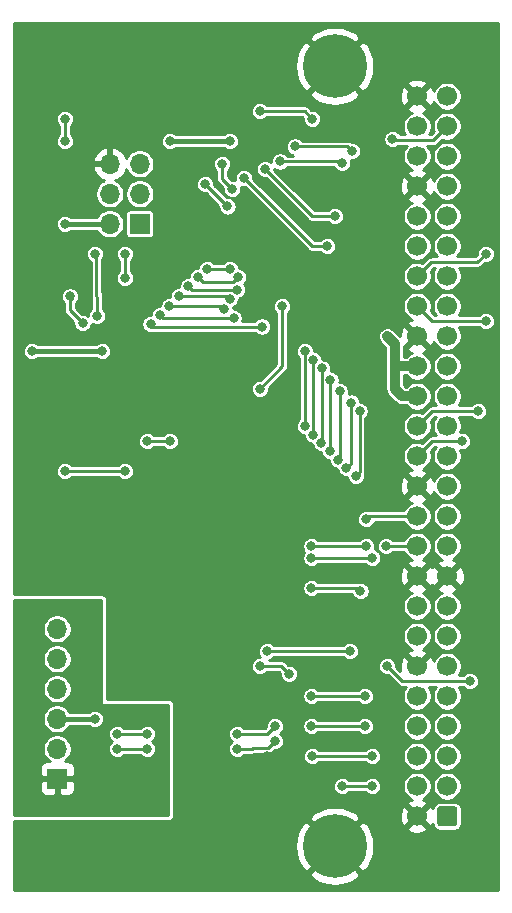
<source format=gbl>
%TF.GenerationSoftware,KiCad,Pcbnew,5.1.8-db9833491~88~ubuntu18.04.1*%
%TF.CreationDate,2020-12-07T14:30:44+00:00*%
%TF.ProjectId,z80_monitor,7a38305f-6d6f-46e6-9974-6f722e6b6963,1*%
%TF.SameCoordinates,Original*%
%TF.FileFunction,Copper,L2,Bot*%
%TF.FilePolarity,Positive*%
%FSLAX46Y46*%
G04 Gerber Fmt 4.6, Leading zero omitted, Abs format (unit mm)*
G04 Created by KiCad (PCBNEW 5.1.8-db9833491~88~ubuntu18.04.1) date 2020-12-07 14:30:44*
%MOMM*%
%LPD*%
G01*
G04 APERTURE LIST*
%TA.AperFunction,ComponentPad*%
%ADD10C,0.800000*%
%TD*%
%TA.AperFunction,ComponentPad*%
%ADD11C,5.400000*%
%TD*%
%TA.AperFunction,ComponentPad*%
%ADD12C,1.700000*%
%TD*%
%TA.AperFunction,ComponentPad*%
%ADD13O,1.700000X1.700000*%
%TD*%
%TA.AperFunction,ComponentPad*%
%ADD14R,1.700000X1.700000*%
%TD*%
%TA.AperFunction,ViaPad*%
%ADD15C,0.800000*%
%TD*%
%TA.AperFunction,Conductor*%
%ADD16C,0.250000*%
%TD*%
%TA.AperFunction,Conductor*%
%ADD17C,0.812800*%
%TD*%
%TA.AperFunction,Conductor*%
%ADD18C,0.406400*%
%TD*%
%TA.AperFunction,Conductor*%
%ADD19C,0.254000*%
%TD*%
%TA.AperFunction,Conductor*%
%ADD20C,0.100000*%
%TD*%
G04 APERTURE END LIST*
D10*
%TO.P,H2,1*%
%TO.N,GND*%
X131606891Y-120488109D03*
X130175000Y-119895000D03*
X128743109Y-120488109D03*
X128150000Y-121920000D03*
X128743109Y-123351891D03*
X130175000Y-123945000D03*
X131606891Y-123351891D03*
X132200000Y-121920000D03*
D11*
X130175000Y-121920000D03*
%TD*%
D10*
%TO.P,H1,1*%
%TO.N,GND*%
X131606891Y-54448109D03*
X130175000Y-53855000D03*
X128743109Y-54448109D03*
X128150000Y-55880000D03*
X128743109Y-57311891D03*
X130175000Y-57905000D03*
X131606891Y-57311891D03*
X132200000Y-55880000D03*
D11*
X130175000Y-55880000D03*
%TD*%
D12*
%TO.P,J3,50*%
%TO.N,GND*%
X137160000Y-58420000D03*
%TO.P,J3,48*%
%TO.N,/RSVD2*%
X137160000Y-60960000D03*
%TO.P,J3,46*%
%TO.N,/RSVD1*%
X137160000Y-63500000D03*
%TO.P,J3,44*%
%TO.N,GND*%
X137160000Y-66040000D03*
%TO.P,J3,42*%
%TO.N,/~BUSRQ~*%
X137160000Y-68580000D03*
%TO.P,J3,40*%
%TO.N,/~BUSAK~*%
X137160000Y-71120000D03*
%TO.P,J3,38*%
%TO.N,/~HALT~*%
X137160000Y-73660000D03*
%TO.P,J3,36*%
%TO.N,/~MREQ~*%
X137160000Y-76200000D03*
%TO.P,J3,34*%
%TO.N,GND*%
X137160000Y-78740000D03*
%TO.P,J3,32*%
%TO.N,+5V*%
X137160000Y-81280000D03*
%TO.P,J3,30*%
X137160000Y-83820000D03*
%TO.P,J3,28*%
%TO.N,/RSVD0*%
X137160000Y-86360000D03*
%TO.P,J3,26*%
%TO.N,/~NMI~*%
X137160000Y-88900000D03*
%TO.P,J3,24*%
%TO.N,GND*%
X137160000Y-91440000D03*
%TO.P,J3,22*%
%TO.N,/~INT~*%
X137160000Y-93980000D03*
%TO.P,J3,20*%
%TO.N,/~WAIT~*%
X137160000Y-96520000D03*
%TO.P,J3,18*%
%TO.N,GND*%
X137160000Y-99060000D03*
%TO.P,J3,16*%
%TO.N,/~RESET~*%
X137160000Y-101600000D03*
%TO.P,J3,14*%
%TO.N,/CLK*%
X137160000Y-104140000D03*
%TO.P,J3,12*%
%TO.N,GND*%
X137160000Y-106680000D03*
%TO.P,J3,10*%
%TO.N,/~M1~*%
X137160000Y-109220000D03*
%TO.P,J3,8*%
%TO.N,/~WR~*%
X137160000Y-111760000D03*
%TO.P,J3,6*%
%TO.N,/~RD~*%
X137160000Y-114300000D03*
%TO.P,J3,4*%
%TO.N,/~IORQ~*%
X137160000Y-116840000D03*
%TO.P,J3,2*%
%TO.N,GND*%
X137160000Y-119380000D03*
%TO.P,J3,49*%
%TO.N,/A15*%
X139700000Y-58420000D03*
%TO.P,J3,47*%
%TO.N,/A14*%
X139700000Y-60960000D03*
%TO.P,J3,45*%
%TO.N,/A13*%
X139700000Y-63500000D03*
%TO.P,J3,43*%
%TO.N,/A12*%
X139700000Y-66040000D03*
%TO.P,J3,41*%
%TO.N,/A11*%
X139700000Y-68580000D03*
%TO.P,J3,39*%
%TO.N,/A10*%
X139700000Y-71120000D03*
%TO.P,J3,37*%
%TO.N,/A9*%
X139700000Y-73660000D03*
%TO.P,J3,35*%
%TO.N,/A8*%
X139700000Y-76200000D03*
%TO.P,J3,33*%
%TO.N,/A7*%
X139700000Y-78740000D03*
%TO.P,J3,31*%
%TO.N,/A6*%
X139700000Y-81280000D03*
%TO.P,J3,29*%
%TO.N,/A5*%
X139700000Y-83820000D03*
%TO.P,J3,27*%
%TO.N,/A4*%
X139700000Y-86360000D03*
%TO.P,J3,25*%
%TO.N,/A3*%
X139700000Y-88900000D03*
%TO.P,J3,23*%
%TO.N,/A2*%
X139700000Y-91440000D03*
%TO.P,J3,21*%
%TO.N,/A1*%
X139700000Y-93980000D03*
%TO.P,J3,19*%
%TO.N,/A0*%
X139700000Y-96520000D03*
%TO.P,J3,17*%
%TO.N,GND*%
X139700000Y-99060000D03*
%TO.P,J3,15*%
%TO.N,/D7*%
X139700000Y-101600000D03*
%TO.P,J3,13*%
%TO.N,/D6*%
X139700000Y-104140000D03*
%TO.P,J3,11*%
%TO.N,/D5*%
X139700000Y-106680000D03*
%TO.P,J3,9*%
%TO.N,/D4*%
X139700000Y-109220000D03*
%TO.P,J3,7*%
%TO.N,/D3*%
X139700000Y-111760000D03*
%TO.P,J3,5*%
%TO.N,/D2*%
X139700000Y-114300000D03*
%TO.P,J3,3*%
%TO.N,/D1*%
X139700000Y-116840000D03*
%TO.P,J3,1*%
%TO.N,/D0*%
%TA.AperFunction,ComponentPad*%
G36*
G01*
X140550000Y-118780000D02*
X140550000Y-119980000D01*
G75*
G02*
X140300000Y-120230000I-250000J0D01*
G01*
X139100000Y-120230000D01*
G75*
G02*
X138850000Y-119980000I0J250000D01*
G01*
X138850000Y-118780000D01*
G75*
G02*
X139100000Y-118530000I250000J0D01*
G01*
X140300000Y-118530000D01*
G75*
G02*
X140550000Y-118780000I0J-250000D01*
G01*
G37*
%TD.AperFunction*%
%TD*%
D13*
%TO.P,J2,6*%
%TO.N,GND*%
X111125000Y-64135000D03*
%TO.P,J2,5*%
%TO.N,/~RST~*%
X113665000Y-64135000D03*
%TO.P,J2,4*%
%TO.N,/PDI*%
X111125000Y-66675000D03*
%TO.P,J2,3*%
%TO.N,/SCK*%
X113665000Y-66675000D03*
%TO.P,J2,2*%
%TO.N,+5V*%
X111125000Y-69215000D03*
D14*
%TO.P,J2,1*%
%TO.N,/PDO*%
X113665000Y-69215000D03*
%TD*%
D13*
%TO.P,J1,6*%
%TO.N,Net-(J1-Pad6)*%
X106680000Y-103505000D03*
%TO.P,J1,5*%
%TO.N,Net-(J1-Pad5)*%
X106680000Y-106045000D03*
%TO.P,J1,4*%
%TO.N,Net-(J1-Pad4)*%
X106680000Y-108585000D03*
%TO.P,J1,3*%
%TO.N,Net-(C1-Pad2)*%
X106680000Y-111125000D03*
%TO.P,J1,2*%
%TO.N,Net-(J1-Pad2)*%
X106680000Y-113665000D03*
D14*
%TO.P,J1,1*%
%TO.N,/ISO_GND*%
X106680000Y-116205000D03*
%TD*%
D15*
%TO.N,GND*%
X120650000Y-82550000D03*
X113030000Y-82550000D03*
X116205000Y-95250000D03*
X118110000Y-106680000D03*
X130175000Y-74295000D03*
X124460000Y-114300000D03*
X112395000Y-54610000D03*
X107315000Y-54610000D03*
X120650000Y-117475000D03*
%TO.N,/~IORQ~*%
X126303151Y-107315000D03*
X130810000Y-116840000D03*
X133350000Y-116840000D03*
X123825000Y-106680000D03*
%TO.N,/~RD~*%
X128270000Y-114300000D03*
X133350000Y-114300000D03*
%TO.N,/~WR~*%
X128203162Y-111760000D03*
X132715000Y-111760000D03*
%TO.N,/~M1~*%
X128203162Y-109220000D03*
X132715000Y-109220000D03*
%TO.N,/~RESET~*%
X128203162Y-100076000D03*
X132354990Y-100330000D03*
%TO.N,/~WAIT~*%
X128203162Y-97520003D03*
X133350000Y-97520003D03*
X134530000Y-96520000D03*
%TO.N,/A1*%
X131953000Y-90551000D03*
X132280148Y-85079116D03*
%TO.N,/~INT~*%
X128203162Y-96520000D03*
X132842000Y-96520000D03*
X132842000Y-94234000D03*
%TO.N,/A2*%
X131170540Y-89895540D03*
X131545884Y-84354116D03*
%TO.N,/A3*%
X130463432Y-89188432D03*
X130593384Y-83401616D03*
%TO.N,/~NMI~*%
X140970000Y-87630000D03*
%TO.N,/A4*%
X129756324Y-88481324D03*
X129810000Y-82449116D03*
%TO.N,/RSVD0*%
X142330000Y-85090000D03*
%TO.N,/A5*%
X129049216Y-87774216D03*
X129085000Y-81460000D03*
%TO.N,/A6*%
X128342108Y-87067108D03*
X128360000Y-80735000D03*
%TO.N,/A7*%
X127635000Y-86360000D03*
X127635000Y-80010000D03*
%TO.N,/A8*%
X124007009Y-77922991D03*
X114585000Y-77693229D03*
%TO.N,/~MREQ~*%
X142965000Y-77470000D03*
X141605000Y-107950000D03*
X134620000Y-106680000D03*
X131454972Y-105410000D03*
X124460000Y-105410000D03*
%TO.N,/A9*%
X115385000Y-76918330D03*
X121614170Y-77197991D03*
%TO.N,/~HALT~*%
X123825000Y-83185000D03*
X116205000Y-87630000D03*
X114300000Y-87630000D03*
X142965000Y-71755000D03*
X125730000Y-76200000D03*
X128270000Y-60325000D03*
X123825000Y-59690000D03*
%TO.N,/A10*%
X116185000Y-76200000D03*
X120835000Y-76472991D03*
%TO.N,/~BUSAK~*%
X129540000Y-71120000D03*
X122481489Y-65331489D03*
X120650000Y-64135000D03*
X121505141Y-66260141D03*
%TO.N,/A11*%
X116985000Y-75309867D03*
X121276529Y-75575743D03*
%TO.N,/~BUSRQ~*%
X130175000Y-68580000D03*
X124264142Y-64574142D03*
X119209130Y-65869130D03*
X121089142Y-67749142D03*
%TO.N,/A12*%
X117785000Y-74496361D03*
X121895698Y-74790483D03*
%TO.N,/A13*%
X118585000Y-73732108D03*
X121992108Y-73732108D03*
%TO.N,/RSVD1*%
X125534142Y-63939142D03*
X130793649Y-64063004D03*
%TO.N,/A14*%
X119380000Y-73025000D03*
X121285000Y-73025000D03*
X135059847Y-62034847D03*
%TO.N,/RSVD2*%
X126804142Y-62669142D03*
X131640153Y-63060153D03*
%TO.N,+5V*%
X134620000Y-78740000D03*
X107315000Y-69215000D03*
X104524944Y-80010000D03*
X110490000Y-80010000D03*
X116205000Y-62230000D03*
X121285000Y-62230000D03*
X107315000Y-62230000D03*
X107315000Y-60325000D03*
%TO.N,/PDO*%
X107752732Y-75367733D03*
X112395000Y-73799976D03*
X112395000Y-71755000D03*
X108824448Y-77619448D03*
%TO.N,/PDI*%
X110050153Y-77030153D03*
X109855000Y-71755000D03*
%TO.N,/~RST~*%
X107315000Y-90170000D03*
X112395000Y-90170000D03*
%TO.N,/RXD1*%
X121920000Y-113665000D03*
X125095000Y-113030000D03*
%TO.N,/TXD1*%
X121920000Y-112395000D03*
X125095000Y-111760000D03*
%TO.N,Net-(C1-Pad2)*%
X109855000Y-111125000D03*
%TO.N,Net-(J1-Pad5)*%
X114300000Y-112395000D03*
X111760000Y-112395000D03*
%TO.N,Net-(J1-Pad4)*%
X114300000Y-113665000D03*
X111760000Y-113665000D03*
%TO.N,/ISO_GND*%
X113030000Y-114935000D03*
X109904898Y-116790102D03*
%TD*%
D16*
%TO.N,/~IORQ~*%
X130810000Y-116840000D02*
X133350000Y-116840000D01*
X125668151Y-106680000D02*
X126303151Y-107315000D01*
X123825000Y-106680000D02*
X125668151Y-106680000D01*
%TO.N,/~RD~*%
X128270000Y-114300000D02*
X133350000Y-114300000D01*
%TO.N,/~WR~*%
X128203162Y-111760000D02*
X132715000Y-111760000D01*
%TO.N,/~M1~*%
X128203162Y-109220000D02*
X132715000Y-109220000D01*
%TO.N,/~RESET~*%
X132100990Y-100076000D02*
X132354990Y-100330000D01*
X128203162Y-100076000D02*
X132100990Y-100076000D01*
%TO.N,/~WAIT~*%
X128203162Y-97520003D02*
X133350000Y-97520003D01*
X134530000Y-96520000D02*
X137160000Y-96520000D01*
%TO.N,/A1*%
X132280148Y-90223852D02*
X132280148Y-85079116D01*
X131953000Y-90551000D02*
X132280148Y-90223852D01*
%TO.N,/~INT~*%
X132842000Y-96520000D02*
X128203162Y-96520000D01*
X133985000Y-93980000D02*
X137160000Y-93980000D01*
X133096000Y-93980000D02*
X132842000Y-94234000D01*
X133985000Y-93980000D02*
X133096000Y-93980000D01*
%TO.N,/A2*%
X131545884Y-89520196D02*
X131545884Y-84354116D01*
X131170540Y-89895540D02*
X131545884Y-89520196D01*
%TO.N,/A3*%
X130593384Y-89058480D02*
X130593384Y-83401616D01*
X130463432Y-89188432D02*
X130593384Y-89058480D01*
%TO.N,/~NMI~*%
X138430000Y-87630000D02*
X140970000Y-87630000D01*
X137160000Y-88900000D02*
X138430000Y-87630000D01*
%TO.N,/A4*%
X129810000Y-88427648D02*
X129810000Y-82449116D01*
X129756324Y-88481324D02*
X129810000Y-88427648D01*
%TO.N,/RSVD0*%
X137160000Y-86360000D02*
X138430000Y-85090000D01*
X138430000Y-85090000D02*
X142330000Y-85090000D01*
%TO.N,/A5*%
X129085000Y-87738432D02*
X129085000Y-81460000D01*
X129049216Y-87774216D02*
X129085000Y-87738432D01*
%TO.N,/A6*%
X128360000Y-87049216D02*
X128360000Y-80735000D01*
X128342108Y-87067108D02*
X128360000Y-87049216D01*
%TO.N,/A7*%
X127635000Y-86360000D02*
X127635000Y-81915000D01*
X127635000Y-81915000D02*
X127635000Y-80010000D01*
%TO.N,/A8*%
X124007009Y-77922991D02*
X114814762Y-77922991D01*
X114814762Y-77922991D02*
X114585000Y-77693229D01*
%TO.N,/~MREQ~*%
X137160000Y-76200000D02*
X138430000Y-77470000D01*
X138430000Y-77470000D02*
X142965000Y-77470000D01*
X141605000Y-107950000D02*
X135890000Y-107950000D01*
X135890000Y-107950000D02*
X134620000Y-106680000D01*
X131454972Y-105410000D02*
X124460000Y-105410000D01*
%TO.N,/A9*%
X115664661Y-77197991D02*
X121614170Y-77197991D01*
X115385000Y-76918330D02*
X115664661Y-77197991D01*
%TO.N,/~HALT~*%
X116205000Y-87630000D02*
X114300000Y-87630000D01*
X142235001Y-72484999D02*
X138335001Y-72484999D01*
X138335001Y-72484999D02*
X137160000Y-73660000D01*
X142965000Y-71755000D02*
X142235001Y-72484999D01*
X125730000Y-81280000D02*
X123825000Y-83185000D01*
X125730000Y-76200000D02*
X125730000Y-81280000D01*
X127635000Y-59690000D02*
X123825000Y-59690000D01*
X128270000Y-60325000D02*
X127635000Y-59690000D01*
%TO.N,/A10*%
X120562009Y-76200000D02*
X120835000Y-76472991D01*
X116185000Y-76200000D02*
X120562009Y-76200000D01*
%TO.N,/~BUSAK~*%
X128270000Y-71120000D02*
X122481489Y-65331489D01*
X129540000Y-71120000D02*
X128270000Y-71120000D01*
X120650000Y-65405000D02*
X121505141Y-66260141D01*
X120650000Y-64135000D02*
X120650000Y-65405000D01*
%TO.N,/A11*%
X121010653Y-75309867D02*
X121276529Y-75575743D01*
X116985000Y-75309867D02*
X121010653Y-75309867D01*
%TO.N,/~BUSRQ~*%
X128270000Y-68580000D02*
X124264142Y-64574142D01*
X130175000Y-68580000D02*
X128270000Y-68580000D01*
X119209130Y-65869130D02*
X121089142Y-67749142D01*
%TO.N,/A12*%
X118079122Y-74790483D02*
X121895698Y-74790483D01*
X117785000Y-74496361D02*
X118079122Y-74790483D01*
%TO.N,/A13*%
X118984999Y-74132107D02*
X121592109Y-74132107D01*
X121592109Y-74132107D02*
X121992108Y-73732108D01*
X118585000Y-73732108D02*
X118984999Y-74132107D01*
%TO.N,/RSVD1*%
X130669787Y-63939142D02*
X130793649Y-64063004D01*
X125534142Y-63939142D02*
X130669787Y-63939142D01*
%TO.N,/A14*%
X119380000Y-73025000D02*
X121285000Y-73025000D01*
X138524999Y-62135001D02*
X139700000Y-60960000D01*
X135160001Y-62135001D02*
X138524999Y-62135001D01*
X135059847Y-62034847D02*
X135160001Y-62135001D01*
%TO.N,/RSVD2*%
X131249142Y-62669142D02*
X131640153Y-63060153D01*
X126804142Y-62669142D02*
X131249142Y-62669142D01*
D17*
%TO.N,+5V*%
X135890000Y-83820000D02*
X137160000Y-83820000D01*
X135255000Y-83185000D02*
X135890000Y-83820000D01*
X135255000Y-81280000D02*
X135255000Y-83185000D01*
X137160000Y-81280000D02*
X135255000Y-81280000D01*
X135255000Y-79375000D02*
X134620000Y-78740000D01*
X135255000Y-81280000D02*
X135255000Y-79375000D01*
D18*
X111125000Y-69215000D02*
X107315000Y-69215000D01*
X104524944Y-80010000D02*
X110490000Y-80010000D01*
X119380000Y-62230000D02*
X116205000Y-62230000D01*
X121285000Y-62230000D02*
X119380000Y-62230000D01*
D16*
X107315000Y-60325000D02*
X107315000Y-62230000D01*
%TO.N,/PDO*%
X107949999Y-75565000D02*
X107752732Y-75367733D01*
X112395000Y-73799976D02*
X112395000Y-71755000D01*
X107752732Y-76547732D02*
X108824448Y-77619448D01*
X107752732Y-75367733D02*
X107752732Y-76547732D01*
%TO.N,/PDI*%
X110004276Y-73660000D02*
X110050153Y-77030153D01*
X110004276Y-71904276D02*
X109855000Y-71755000D01*
X110004276Y-73660000D02*
X110004276Y-71904276D01*
%TO.N,/~RST~*%
X107315000Y-90170000D02*
X111760000Y-90170000D01*
X111760000Y-90170000D02*
X112395000Y-90170000D01*
%TO.N,/RXD1*%
X121920000Y-113665000D02*
X123190000Y-113665000D01*
X124550001Y-113574999D02*
X125095000Y-113030000D01*
X123280001Y-113574999D02*
X124550001Y-113574999D01*
X123190000Y-113665000D02*
X123280001Y-113574999D01*
%TO.N,/TXD1*%
X124460000Y-112395000D02*
X125095000Y-111760000D01*
X121920000Y-112395000D02*
X124460000Y-112395000D01*
D18*
%TO.N,Net-(C1-Pad2)*%
X106680000Y-111125000D02*
X109855000Y-111125000D01*
D16*
%TO.N,Net-(J1-Pad5)*%
X114300000Y-112395000D02*
X111760000Y-112395000D01*
%TO.N,Net-(J1-Pad4)*%
X114300000Y-113665000D02*
X111760000Y-113665000D01*
%TD*%
D19*
%TO.N,/ISO_GND*%
X110363000Y-109855000D02*
X110365440Y-109879776D01*
X110372667Y-109903601D01*
X110384403Y-109925557D01*
X110400197Y-109944803D01*
X110419443Y-109960597D01*
X110441399Y-109972333D01*
X110465224Y-109979560D01*
X110490000Y-109982000D01*
X116078000Y-109982000D01*
X116078000Y-119253000D01*
X102997000Y-119253000D01*
X102997000Y-117055000D01*
X105191928Y-117055000D01*
X105204188Y-117179482D01*
X105240498Y-117299180D01*
X105299463Y-117409494D01*
X105378815Y-117506185D01*
X105475506Y-117585537D01*
X105585820Y-117644502D01*
X105705518Y-117680812D01*
X105830000Y-117693072D01*
X106394250Y-117690000D01*
X106553000Y-117531250D01*
X106553000Y-116332000D01*
X106807000Y-116332000D01*
X106807000Y-117531250D01*
X106965750Y-117690000D01*
X107530000Y-117693072D01*
X107654482Y-117680812D01*
X107774180Y-117644502D01*
X107884494Y-117585537D01*
X107981185Y-117506185D01*
X108060537Y-117409494D01*
X108119502Y-117299180D01*
X108155812Y-117179482D01*
X108168072Y-117055000D01*
X108165000Y-116490750D01*
X108006250Y-116332000D01*
X106807000Y-116332000D01*
X106553000Y-116332000D01*
X105353750Y-116332000D01*
X105195000Y-116490750D01*
X105191928Y-117055000D01*
X102997000Y-117055000D01*
X102997000Y-115355000D01*
X105191928Y-115355000D01*
X105195000Y-115919250D01*
X105353750Y-116078000D01*
X106553000Y-116078000D01*
X106553000Y-116058000D01*
X106807000Y-116058000D01*
X106807000Y-116078000D01*
X108006250Y-116078000D01*
X108165000Y-115919250D01*
X108168072Y-115355000D01*
X108155812Y-115230518D01*
X108119502Y-115110820D01*
X108060537Y-115000506D01*
X107981185Y-114903815D01*
X107884494Y-114824463D01*
X107774180Y-114765498D01*
X107654482Y-114729188D01*
X107530000Y-114716928D01*
X107312447Y-114718112D01*
X107462167Y-114618073D01*
X107633073Y-114447167D01*
X107767353Y-114246202D01*
X107859847Y-114022903D01*
X107907000Y-113785849D01*
X107907000Y-113544151D01*
X107859847Y-113307097D01*
X107767353Y-113083798D01*
X107633073Y-112882833D01*
X107462167Y-112711927D01*
X107261202Y-112577647D01*
X107037903Y-112485153D01*
X106800849Y-112438000D01*
X106559151Y-112438000D01*
X106322097Y-112485153D01*
X106098798Y-112577647D01*
X105897833Y-112711927D01*
X105726927Y-112882833D01*
X105592647Y-113083798D01*
X105500153Y-113307097D01*
X105453000Y-113544151D01*
X105453000Y-113785849D01*
X105500153Y-114022903D01*
X105592647Y-114246202D01*
X105726927Y-114447167D01*
X105897833Y-114618073D01*
X106047553Y-114718112D01*
X105830000Y-114716928D01*
X105705518Y-114729188D01*
X105585820Y-114765498D01*
X105475506Y-114824463D01*
X105378815Y-114903815D01*
X105299463Y-115000506D01*
X105240498Y-115110820D01*
X105204188Y-115230518D01*
X105191928Y-115355000D01*
X102997000Y-115355000D01*
X102997000Y-111004151D01*
X105453000Y-111004151D01*
X105453000Y-111245849D01*
X105500153Y-111482903D01*
X105592647Y-111706202D01*
X105726927Y-111907167D01*
X105897833Y-112078073D01*
X106098798Y-112212353D01*
X106322097Y-112304847D01*
X106559151Y-112352000D01*
X106800849Y-112352000D01*
X106969405Y-112318472D01*
X110983000Y-112318472D01*
X110983000Y-112471528D01*
X111012859Y-112621643D01*
X111071431Y-112763048D01*
X111156464Y-112890309D01*
X111264691Y-112998536D01*
X111311780Y-113030000D01*
X111264691Y-113061464D01*
X111156464Y-113169691D01*
X111071431Y-113296952D01*
X111012859Y-113438357D01*
X110983000Y-113588472D01*
X110983000Y-113741528D01*
X111012859Y-113891643D01*
X111071431Y-114033048D01*
X111156464Y-114160309D01*
X111264691Y-114268536D01*
X111391952Y-114353569D01*
X111533357Y-114412141D01*
X111683472Y-114442000D01*
X111836528Y-114442000D01*
X111986643Y-114412141D01*
X112128048Y-114353569D01*
X112255309Y-114268536D01*
X112356845Y-114167000D01*
X113703155Y-114167000D01*
X113804691Y-114268536D01*
X113931952Y-114353569D01*
X114073357Y-114412141D01*
X114223472Y-114442000D01*
X114376528Y-114442000D01*
X114526643Y-114412141D01*
X114668048Y-114353569D01*
X114795309Y-114268536D01*
X114903536Y-114160309D01*
X114988569Y-114033048D01*
X115047141Y-113891643D01*
X115077000Y-113741528D01*
X115077000Y-113588472D01*
X115047141Y-113438357D01*
X114988569Y-113296952D01*
X114903536Y-113169691D01*
X114795309Y-113061464D01*
X114748220Y-113030000D01*
X114795309Y-112998536D01*
X114903536Y-112890309D01*
X114988569Y-112763048D01*
X115047141Y-112621643D01*
X115077000Y-112471528D01*
X115077000Y-112318472D01*
X115047141Y-112168357D01*
X114988569Y-112026952D01*
X114903536Y-111899691D01*
X114795309Y-111791464D01*
X114668048Y-111706431D01*
X114526643Y-111647859D01*
X114376528Y-111618000D01*
X114223472Y-111618000D01*
X114073357Y-111647859D01*
X113931952Y-111706431D01*
X113804691Y-111791464D01*
X113703155Y-111893000D01*
X112356845Y-111893000D01*
X112255309Y-111791464D01*
X112128048Y-111706431D01*
X111986643Y-111647859D01*
X111836528Y-111618000D01*
X111683472Y-111618000D01*
X111533357Y-111647859D01*
X111391952Y-111706431D01*
X111264691Y-111791464D01*
X111156464Y-111899691D01*
X111071431Y-112026952D01*
X111012859Y-112168357D01*
X110983000Y-112318472D01*
X106969405Y-112318472D01*
X107037903Y-112304847D01*
X107261202Y-112212353D01*
X107462167Y-112078073D01*
X107633073Y-111907167D01*
X107767353Y-111706202D01*
X107767768Y-111705200D01*
X109336355Y-111705200D01*
X109359691Y-111728536D01*
X109486952Y-111813569D01*
X109628357Y-111872141D01*
X109778472Y-111902000D01*
X109931528Y-111902000D01*
X110081643Y-111872141D01*
X110223048Y-111813569D01*
X110350309Y-111728536D01*
X110458536Y-111620309D01*
X110543569Y-111493048D01*
X110602141Y-111351643D01*
X110632000Y-111201528D01*
X110632000Y-111048472D01*
X110602141Y-110898357D01*
X110543569Y-110756952D01*
X110458536Y-110629691D01*
X110350309Y-110521464D01*
X110223048Y-110436431D01*
X110081643Y-110377859D01*
X109931528Y-110348000D01*
X109778472Y-110348000D01*
X109628357Y-110377859D01*
X109486952Y-110436431D01*
X109359691Y-110521464D01*
X109336355Y-110544800D01*
X107767768Y-110544800D01*
X107767353Y-110543798D01*
X107633073Y-110342833D01*
X107462167Y-110171927D01*
X107261202Y-110037647D01*
X107037903Y-109945153D01*
X106800849Y-109898000D01*
X106559151Y-109898000D01*
X106322097Y-109945153D01*
X106098798Y-110037647D01*
X105897833Y-110171927D01*
X105726927Y-110342833D01*
X105592647Y-110543798D01*
X105500153Y-110767097D01*
X105453000Y-111004151D01*
X102997000Y-111004151D01*
X102997000Y-108464151D01*
X105453000Y-108464151D01*
X105453000Y-108705849D01*
X105500153Y-108942903D01*
X105592647Y-109166202D01*
X105726927Y-109367167D01*
X105897833Y-109538073D01*
X106098798Y-109672353D01*
X106322097Y-109764847D01*
X106559151Y-109812000D01*
X106800849Y-109812000D01*
X107037903Y-109764847D01*
X107261202Y-109672353D01*
X107462167Y-109538073D01*
X107633073Y-109367167D01*
X107767353Y-109166202D01*
X107859847Y-108942903D01*
X107907000Y-108705849D01*
X107907000Y-108464151D01*
X107859847Y-108227097D01*
X107767353Y-108003798D01*
X107633073Y-107802833D01*
X107462167Y-107631927D01*
X107261202Y-107497647D01*
X107037903Y-107405153D01*
X106800849Y-107358000D01*
X106559151Y-107358000D01*
X106322097Y-107405153D01*
X106098798Y-107497647D01*
X105897833Y-107631927D01*
X105726927Y-107802833D01*
X105592647Y-108003798D01*
X105500153Y-108227097D01*
X105453000Y-108464151D01*
X102997000Y-108464151D01*
X102997000Y-105924151D01*
X105453000Y-105924151D01*
X105453000Y-106165849D01*
X105500153Y-106402903D01*
X105592647Y-106626202D01*
X105726927Y-106827167D01*
X105897833Y-106998073D01*
X106098798Y-107132353D01*
X106322097Y-107224847D01*
X106559151Y-107272000D01*
X106800849Y-107272000D01*
X107037903Y-107224847D01*
X107261202Y-107132353D01*
X107462167Y-106998073D01*
X107633073Y-106827167D01*
X107767353Y-106626202D01*
X107859847Y-106402903D01*
X107907000Y-106165849D01*
X107907000Y-105924151D01*
X107859847Y-105687097D01*
X107767353Y-105463798D01*
X107633073Y-105262833D01*
X107462167Y-105091927D01*
X107261202Y-104957647D01*
X107037903Y-104865153D01*
X106800849Y-104818000D01*
X106559151Y-104818000D01*
X106322097Y-104865153D01*
X106098798Y-104957647D01*
X105897833Y-105091927D01*
X105726927Y-105262833D01*
X105592647Y-105463798D01*
X105500153Y-105687097D01*
X105453000Y-105924151D01*
X102997000Y-105924151D01*
X102997000Y-103384151D01*
X105453000Y-103384151D01*
X105453000Y-103625849D01*
X105500153Y-103862903D01*
X105592647Y-104086202D01*
X105726927Y-104287167D01*
X105897833Y-104458073D01*
X106098798Y-104592353D01*
X106322097Y-104684847D01*
X106559151Y-104732000D01*
X106800849Y-104732000D01*
X107037903Y-104684847D01*
X107261202Y-104592353D01*
X107462167Y-104458073D01*
X107633073Y-104287167D01*
X107767353Y-104086202D01*
X107859847Y-103862903D01*
X107907000Y-103625849D01*
X107907000Y-103384151D01*
X107859847Y-103147097D01*
X107767353Y-102923798D01*
X107633073Y-102722833D01*
X107462167Y-102551927D01*
X107261202Y-102417647D01*
X107037903Y-102325153D01*
X106800849Y-102278000D01*
X106559151Y-102278000D01*
X106322097Y-102325153D01*
X106098798Y-102417647D01*
X105897833Y-102551927D01*
X105726927Y-102722833D01*
X105592647Y-102923798D01*
X105500153Y-103147097D01*
X105453000Y-103384151D01*
X102997000Y-103384151D01*
X102997000Y-101092000D01*
X110363000Y-101092000D01*
X110363000Y-109855000D01*
%TA.AperFunction,Conductor*%
D20*
G36*
X110363000Y-109855000D02*
G01*
X110365440Y-109879776D01*
X110372667Y-109903601D01*
X110384403Y-109925557D01*
X110400197Y-109944803D01*
X110419443Y-109960597D01*
X110441399Y-109972333D01*
X110465224Y-109979560D01*
X110490000Y-109982000D01*
X116078000Y-109982000D01*
X116078000Y-119253000D01*
X102997000Y-119253000D01*
X102997000Y-117055000D01*
X105191928Y-117055000D01*
X105204188Y-117179482D01*
X105240498Y-117299180D01*
X105299463Y-117409494D01*
X105378815Y-117506185D01*
X105475506Y-117585537D01*
X105585820Y-117644502D01*
X105705518Y-117680812D01*
X105830000Y-117693072D01*
X106394250Y-117690000D01*
X106553000Y-117531250D01*
X106553000Y-116332000D01*
X106807000Y-116332000D01*
X106807000Y-117531250D01*
X106965750Y-117690000D01*
X107530000Y-117693072D01*
X107654482Y-117680812D01*
X107774180Y-117644502D01*
X107884494Y-117585537D01*
X107981185Y-117506185D01*
X108060537Y-117409494D01*
X108119502Y-117299180D01*
X108155812Y-117179482D01*
X108168072Y-117055000D01*
X108165000Y-116490750D01*
X108006250Y-116332000D01*
X106807000Y-116332000D01*
X106553000Y-116332000D01*
X105353750Y-116332000D01*
X105195000Y-116490750D01*
X105191928Y-117055000D01*
X102997000Y-117055000D01*
X102997000Y-115355000D01*
X105191928Y-115355000D01*
X105195000Y-115919250D01*
X105353750Y-116078000D01*
X106553000Y-116078000D01*
X106553000Y-116058000D01*
X106807000Y-116058000D01*
X106807000Y-116078000D01*
X108006250Y-116078000D01*
X108165000Y-115919250D01*
X108168072Y-115355000D01*
X108155812Y-115230518D01*
X108119502Y-115110820D01*
X108060537Y-115000506D01*
X107981185Y-114903815D01*
X107884494Y-114824463D01*
X107774180Y-114765498D01*
X107654482Y-114729188D01*
X107530000Y-114716928D01*
X107312447Y-114718112D01*
X107462167Y-114618073D01*
X107633073Y-114447167D01*
X107767353Y-114246202D01*
X107859847Y-114022903D01*
X107907000Y-113785849D01*
X107907000Y-113544151D01*
X107859847Y-113307097D01*
X107767353Y-113083798D01*
X107633073Y-112882833D01*
X107462167Y-112711927D01*
X107261202Y-112577647D01*
X107037903Y-112485153D01*
X106800849Y-112438000D01*
X106559151Y-112438000D01*
X106322097Y-112485153D01*
X106098798Y-112577647D01*
X105897833Y-112711927D01*
X105726927Y-112882833D01*
X105592647Y-113083798D01*
X105500153Y-113307097D01*
X105453000Y-113544151D01*
X105453000Y-113785849D01*
X105500153Y-114022903D01*
X105592647Y-114246202D01*
X105726927Y-114447167D01*
X105897833Y-114618073D01*
X106047553Y-114718112D01*
X105830000Y-114716928D01*
X105705518Y-114729188D01*
X105585820Y-114765498D01*
X105475506Y-114824463D01*
X105378815Y-114903815D01*
X105299463Y-115000506D01*
X105240498Y-115110820D01*
X105204188Y-115230518D01*
X105191928Y-115355000D01*
X102997000Y-115355000D01*
X102997000Y-111004151D01*
X105453000Y-111004151D01*
X105453000Y-111245849D01*
X105500153Y-111482903D01*
X105592647Y-111706202D01*
X105726927Y-111907167D01*
X105897833Y-112078073D01*
X106098798Y-112212353D01*
X106322097Y-112304847D01*
X106559151Y-112352000D01*
X106800849Y-112352000D01*
X106969405Y-112318472D01*
X110983000Y-112318472D01*
X110983000Y-112471528D01*
X111012859Y-112621643D01*
X111071431Y-112763048D01*
X111156464Y-112890309D01*
X111264691Y-112998536D01*
X111311780Y-113030000D01*
X111264691Y-113061464D01*
X111156464Y-113169691D01*
X111071431Y-113296952D01*
X111012859Y-113438357D01*
X110983000Y-113588472D01*
X110983000Y-113741528D01*
X111012859Y-113891643D01*
X111071431Y-114033048D01*
X111156464Y-114160309D01*
X111264691Y-114268536D01*
X111391952Y-114353569D01*
X111533357Y-114412141D01*
X111683472Y-114442000D01*
X111836528Y-114442000D01*
X111986643Y-114412141D01*
X112128048Y-114353569D01*
X112255309Y-114268536D01*
X112356845Y-114167000D01*
X113703155Y-114167000D01*
X113804691Y-114268536D01*
X113931952Y-114353569D01*
X114073357Y-114412141D01*
X114223472Y-114442000D01*
X114376528Y-114442000D01*
X114526643Y-114412141D01*
X114668048Y-114353569D01*
X114795309Y-114268536D01*
X114903536Y-114160309D01*
X114988569Y-114033048D01*
X115047141Y-113891643D01*
X115077000Y-113741528D01*
X115077000Y-113588472D01*
X115047141Y-113438357D01*
X114988569Y-113296952D01*
X114903536Y-113169691D01*
X114795309Y-113061464D01*
X114748220Y-113030000D01*
X114795309Y-112998536D01*
X114903536Y-112890309D01*
X114988569Y-112763048D01*
X115047141Y-112621643D01*
X115077000Y-112471528D01*
X115077000Y-112318472D01*
X115047141Y-112168357D01*
X114988569Y-112026952D01*
X114903536Y-111899691D01*
X114795309Y-111791464D01*
X114668048Y-111706431D01*
X114526643Y-111647859D01*
X114376528Y-111618000D01*
X114223472Y-111618000D01*
X114073357Y-111647859D01*
X113931952Y-111706431D01*
X113804691Y-111791464D01*
X113703155Y-111893000D01*
X112356845Y-111893000D01*
X112255309Y-111791464D01*
X112128048Y-111706431D01*
X111986643Y-111647859D01*
X111836528Y-111618000D01*
X111683472Y-111618000D01*
X111533357Y-111647859D01*
X111391952Y-111706431D01*
X111264691Y-111791464D01*
X111156464Y-111899691D01*
X111071431Y-112026952D01*
X111012859Y-112168357D01*
X110983000Y-112318472D01*
X106969405Y-112318472D01*
X107037903Y-112304847D01*
X107261202Y-112212353D01*
X107462167Y-112078073D01*
X107633073Y-111907167D01*
X107767353Y-111706202D01*
X107767768Y-111705200D01*
X109336355Y-111705200D01*
X109359691Y-111728536D01*
X109486952Y-111813569D01*
X109628357Y-111872141D01*
X109778472Y-111902000D01*
X109931528Y-111902000D01*
X110081643Y-111872141D01*
X110223048Y-111813569D01*
X110350309Y-111728536D01*
X110458536Y-111620309D01*
X110543569Y-111493048D01*
X110602141Y-111351643D01*
X110632000Y-111201528D01*
X110632000Y-111048472D01*
X110602141Y-110898357D01*
X110543569Y-110756952D01*
X110458536Y-110629691D01*
X110350309Y-110521464D01*
X110223048Y-110436431D01*
X110081643Y-110377859D01*
X109931528Y-110348000D01*
X109778472Y-110348000D01*
X109628357Y-110377859D01*
X109486952Y-110436431D01*
X109359691Y-110521464D01*
X109336355Y-110544800D01*
X107767768Y-110544800D01*
X107767353Y-110543798D01*
X107633073Y-110342833D01*
X107462167Y-110171927D01*
X107261202Y-110037647D01*
X107037903Y-109945153D01*
X106800849Y-109898000D01*
X106559151Y-109898000D01*
X106322097Y-109945153D01*
X106098798Y-110037647D01*
X105897833Y-110171927D01*
X105726927Y-110342833D01*
X105592647Y-110543798D01*
X105500153Y-110767097D01*
X105453000Y-111004151D01*
X102997000Y-111004151D01*
X102997000Y-108464151D01*
X105453000Y-108464151D01*
X105453000Y-108705849D01*
X105500153Y-108942903D01*
X105592647Y-109166202D01*
X105726927Y-109367167D01*
X105897833Y-109538073D01*
X106098798Y-109672353D01*
X106322097Y-109764847D01*
X106559151Y-109812000D01*
X106800849Y-109812000D01*
X107037903Y-109764847D01*
X107261202Y-109672353D01*
X107462167Y-109538073D01*
X107633073Y-109367167D01*
X107767353Y-109166202D01*
X107859847Y-108942903D01*
X107907000Y-108705849D01*
X107907000Y-108464151D01*
X107859847Y-108227097D01*
X107767353Y-108003798D01*
X107633073Y-107802833D01*
X107462167Y-107631927D01*
X107261202Y-107497647D01*
X107037903Y-107405153D01*
X106800849Y-107358000D01*
X106559151Y-107358000D01*
X106322097Y-107405153D01*
X106098798Y-107497647D01*
X105897833Y-107631927D01*
X105726927Y-107802833D01*
X105592647Y-108003798D01*
X105500153Y-108227097D01*
X105453000Y-108464151D01*
X102997000Y-108464151D01*
X102997000Y-105924151D01*
X105453000Y-105924151D01*
X105453000Y-106165849D01*
X105500153Y-106402903D01*
X105592647Y-106626202D01*
X105726927Y-106827167D01*
X105897833Y-106998073D01*
X106098798Y-107132353D01*
X106322097Y-107224847D01*
X106559151Y-107272000D01*
X106800849Y-107272000D01*
X107037903Y-107224847D01*
X107261202Y-107132353D01*
X107462167Y-106998073D01*
X107633073Y-106827167D01*
X107767353Y-106626202D01*
X107859847Y-106402903D01*
X107907000Y-106165849D01*
X107907000Y-105924151D01*
X107859847Y-105687097D01*
X107767353Y-105463798D01*
X107633073Y-105262833D01*
X107462167Y-105091927D01*
X107261202Y-104957647D01*
X107037903Y-104865153D01*
X106800849Y-104818000D01*
X106559151Y-104818000D01*
X106322097Y-104865153D01*
X106098798Y-104957647D01*
X105897833Y-105091927D01*
X105726927Y-105262833D01*
X105592647Y-105463798D01*
X105500153Y-105687097D01*
X105453000Y-105924151D01*
X102997000Y-105924151D01*
X102997000Y-103384151D01*
X105453000Y-103384151D01*
X105453000Y-103625849D01*
X105500153Y-103862903D01*
X105592647Y-104086202D01*
X105726927Y-104287167D01*
X105897833Y-104458073D01*
X106098798Y-104592353D01*
X106322097Y-104684847D01*
X106559151Y-104732000D01*
X106800849Y-104732000D01*
X107037903Y-104684847D01*
X107261202Y-104592353D01*
X107462167Y-104458073D01*
X107633073Y-104287167D01*
X107767353Y-104086202D01*
X107859847Y-103862903D01*
X107907000Y-103625849D01*
X107907000Y-103384151D01*
X107859847Y-103147097D01*
X107767353Y-102923798D01*
X107633073Y-102722833D01*
X107462167Y-102551927D01*
X107261202Y-102417647D01*
X107037903Y-102325153D01*
X106800849Y-102278000D01*
X106559151Y-102278000D01*
X106322097Y-102325153D01*
X106098798Y-102417647D01*
X105897833Y-102551927D01*
X105726927Y-102722833D01*
X105592647Y-102923798D01*
X105500153Y-103147097D01*
X105453000Y-103384151D01*
X102997000Y-103384151D01*
X102997000Y-101092000D01*
X110363000Y-101092000D01*
X110363000Y-109855000D01*
G37*
%TD.AperFunction*%
%TD*%
D19*
%TO.N,GND*%
X144018000Y-125603000D02*
X102997000Y-125603000D01*
X102997000Y-124265374D01*
X128009231Y-124265374D01*
X128309411Y-124703828D01*
X128888356Y-125014296D01*
X129516746Y-125205852D01*
X130170431Y-125271134D01*
X130824293Y-125207634D01*
X131453203Y-125017792D01*
X132032992Y-124708904D01*
X132040589Y-124703828D01*
X132340769Y-124265374D01*
X130175000Y-122099605D01*
X128009231Y-124265374D01*
X102997000Y-124265374D01*
X102997000Y-121915431D01*
X126823866Y-121915431D01*
X126887366Y-122569293D01*
X127077208Y-123198203D01*
X127386096Y-123777992D01*
X127391172Y-123785589D01*
X127829626Y-124085769D01*
X129995395Y-121920000D01*
X130354605Y-121920000D01*
X132520374Y-124085769D01*
X132958828Y-123785589D01*
X133269296Y-123206644D01*
X133460852Y-122578254D01*
X133526134Y-121924569D01*
X133462634Y-121270707D01*
X133272792Y-120641797D01*
X133148446Y-120408397D01*
X136311208Y-120408397D01*
X136388843Y-120657472D01*
X136652883Y-120783371D01*
X136936411Y-120855339D01*
X137228531Y-120870611D01*
X137518019Y-120828599D01*
X137793747Y-120730919D01*
X137931157Y-120657472D01*
X138008792Y-120408397D01*
X137160000Y-119559605D01*
X136311208Y-120408397D01*
X133148446Y-120408397D01*
X132963904Y-120062008D01*
X132958828Y-120054411D01*
X132520374Y-119754231D01*
X130354605Y-121920000D01*
X129995395Y-121920000D01*
X127829626Y-119754231D01*
X127391172Y-120054411D01*
X127080704Y-120633356D01*
X126889148Y-121261746D01*
X126823866Y-121915431D01*
X102997000Y-121915431D01*
X102997000Y-119757000D01*
X116205000Y-119757000D01*
X116278549Y-119749756D01*
X116349272Y-119728303D01*
X116414450Y-119693464D01*
X116471579Y-119646579D01*
X116518464Y-119589450D01*
X116526387Y-119574626D01*
X128009231Y-119574626D01*
X130175000Y-121740395D01*
X132340769Y-119574626D01*
X132254441Y-119448531D01*
X135669389Y-119448531D01*
X135711401Y-119738019D01*
X135809081Y-120013747D01*
X135882528Y-120151157D01*
X136131603Y-120228792D01*
X136980395Y-119380000D01*
X137339605Y-119380000D01*
X138188397Y-120228792D01*
X138437472Y-120151157D01*
X138479378Y-120063271D01*
X138483259Y-120102677D01*
X138519042Y-120220641D01*
X138577152Y-120329356D01*
X138655354Y-120424646D01*
X138750644Y-120502848D01*
X138859359Y-120560958D01*
X138977323Y-120596741D01*
X139100000Y-120608824D01*
X140300000Y-120608824D01*
X140422677Y-120596741D01*
X140540641Y-120560958D01*
X140649356Y-120502848D01*
X140744646Y-120424646D01*
X140822848Y-120329356D01*
X140880958Y-120220641D01*
X140916741Y-120102677D01*
X140928824Y-119980000D01*
X140928824Y-118780000D01*
X140916741Y-118657323D01*
X140880958Y-118539359D01*
X140822848Y-118430644D01*
X140744646Y-118335354D01*
X140649356Y-118257152D01*
X140540641Y-118199042D01*
X140422677Y-118163259D01*
X140300000Y-118151176D01*
X139100000Y-118151176D01*
X138977323Y-118163259D01*
X138859359Y-118199042D01*
X138750644Y-118257152D01*
X138655354Y-118335354D01*
X138577152Y-118430644D01*
X138519042Y-118539359D01*
X138483259Y-118657323D01*
X138480167Y-118688719D01*
X138437472Y-118608843D01*
X138188397Y-118531208D01*
X137339605Y-119380000D01*
X136980395Y-119380000D01*
X136131603Y-118531208D01*
X135882528Y-118608843D01*
X135756629Y-118872883D01*
X135684661Y-119156411D01*
X135669389Y-119448531D01*
X132254441Y-119448531D01*
X132040589Y-119136172D01*
X131461644Y-118825704D01*
X130833254Y-118634148D01*
X130179569Y-118568866D01*
X129525707Y-118632366D01*
X128896797Y-118822208D01*
X128317008Y-119131096D01*
X128309411Y-119136172D01*
X128009231Y-119574626D01*
X116526387Y-119574626D01*
X116553303Y-119524272D01*
X116574756Y-119453549D01*
X116582000Y-119380000D01*
X116582000Y-116763472D01*
X130033000Y-116763472D01*
X130033000Y-116916528D01*
X130062859Y-117066643D01*
X130121431Y-117208048D01*
X130206464Y-117335309D01*
X130314691Y-117443536D01*
X130441952Y-117528569D01*
X130583357Y-117587141D01*
X130733472Y-117617000D01*
X130886528Y-117617000D01*
X131036643Y-117587141D01*
X131178048Y-117528569D01*
X131305309Y-117443536D01*
X131406845Y-117342000D01*
X132753155Y-117342000D01*
X132854691Y-117443536D01*
X132981952Y-117528569D01*
X133123357Y-117587141D01*
X133273472Y-117617000D01*
X133426528Y-117617000D01*
X133576643Y-117587141D01*
X133718048Y-117528569D01*
X133845309Y-117443536D01*
X133953536Y-117335309D01*
X134038569Y-117208048D01*
X134097141Y-117066643D01*
X134127000Y-116916528D01*
X134127000Y-116763472D01*
X134118185Y-116719151D01*
X135933000Y-116719151D01*
X135933000Y-116960849D01*
X135980153Y-117197903D01*
X136072647Y-117421202D01*
X136206927Y-117622167D01*
X136377833Y-117793073D01*
X136578798Y-117927353D01*
X136686951Y-117972152D01*
X136526253Y-118029081D01*
X136388843Y-118102528D01*
X136311208Y-118351603D01*
X137160000Y-119200395D01*
X138008792Y-118351603D01*
X137931157Y-118102528D01*
X137667117Y-117976629D01*
X137639291Y-117969566D01*
X137741202Y-117927353D01*
X137942167Y-117793073D01*
X138113073Y-117622167D01*
X138247353Y-117421202D01*
X138339847Y-117197903D01*
X138387000Y-116960849D01*
X138387000Y-116719151D01*
X138473000Y-116719151D01*
X138473000Y-116960849D01*
X138520153Y-117197903D01*
X138612647Y-117421202D01*
X138746927Y-117622167D01*
X138917833Y-117793073D01*
X139118798Y-117927353D01*
X139342097Y-118019847D01*
X139579151Y-118067000D01*
X139820849Y-118067000D01*
X140057903Y-118019847D01*
X140281202Y-117927353D01*
X140482167Y-117793073D01*
X140653073Y-117622167D01*
X140787353Y-117421202D01*
X140879847Y-117197903D01*
X140927000Y-116960849D01*
X140927000Y-116719151D01*
X140879847Y-116482097D01*
X140787353Y-116258798D01*
X140653073Y-116057833D01*
X140482167Y-115886927D01*
X140281202Y-115752647D01*
X140057903Y-115660153D01*
X139820849Y-115613000D01*
X139579151Y-115613000D01*
X139342097Y-115660153D01*
X139118798Y-115752647D01*
X138917833Y-115886927D01*
X138746927Y-116057833D01*
X138612647Y-116258798D01*
X138520153Y-116482097D01*
X138473000Y-116719151D01*
X138387000Y-116719151D01*
X138339847Y-116482097D01*
X138247353Y-116258798D01*
X138113073Y-116057833D01*
X137942167Y-115886927D01*
X137741202Y-115752647D01*
X137517903Y-115660153D01*
X137280849Y-115613000D01*
X137039151Y-115613000D01*
X136802097Y-115660153D01*
X136578798Y-115752647D01*
X136377833Y-115886927D01*
X136206927Y-116057833D01*
X136072647Y-116258798D01*
X135980153Y-116482097D01*
X135933000Y-116719151D01*
X134118185Y-116719151D01*
X134097141Y-116613357D01*
X134038569Y-116471952D01*
X133953536Y-116344691D01*
X133845309Y-116236464D01*
X133718048Y-116151431D01*
X133576643Y-116092859D01*
X133426528Y-116063000D01*
X133273472Y-116063000D01*
X133123357Y-116092859D01*
X132981952Y-116151431D01*
X132854691Y-116236464D01*
X132753155Y-116338000D01*
X131406845Y-116338000D01*
X131305309Y-116236464D01*
X131178048Y-116151431D01*
X131036643Y-116092859D01*
X130886528Y-116063000D01*
X130733472Y-116063000D01*
X130583357Y-116092859D01*
X130441952Y-116151431D01*
X130314691Y-116236464D01*
X130206464Y-116344691D01*
X130121431Y-116471952D01*
X130062859Y-116613357D01*
X130033000Y-116763472D01*
X116582000Y-116763472D01*
X116582000Y-112318472D01*
X121143000Y-112318472D01*
X121143000Y-112471528D01*
X121172859Y-112621643D01*
X121231431Y-112763048D01*
X121316464Y-112890309D01*
X121424691Y-112998536D01*
X121471780Y-113030000D01*
X121424691Y-113061464D01*
X121316464Y-113169691D01*
X121231431Y-113296952D01*
X121172859Y-113438357D01*
X121143000Y-113588472D01*
X121143000Y-113741528D01*
X121172859Y-113891643D01*
X121231431Y-114033048D01*
X121316464Y-114160309D01*
X121424691Y-114268536D01*
X121551952Y-114353569D01*
X121693357Y-114412141D01*
X121843472Y-114442000D01*
X121996528Y-114442000D01*
X122146643Y-114412141D01*
X122288048Y-114353569D01*
X122415309Y-114268536D01*
X122460373Y-114223472D01*
X127493000Y-114223472D01*
X127493000Y-114376528D01*
X127522859Y-114526643D01*
X127581431Y-114668048D01*
X127666464Y-114795309D01*
X127774691Y-114903536D01*
X127901952Y-114988569D01*
X128043357Y-115047141D01*
X128193472Y-115077000D01*
X128346528Y-115077000D01*
X128496643Y-115047141D01*
X128638048Y-114988569D01*
X128765309Y-114903536D01*
X128866845Y-114802000D01*
X132753155Y-114802000D01*
X132854691Y-114903536D01*
X132981952Y-114988569D01*
X133123357Y-115047141D01*
X133273472Y-115077000D01*
X133426528Y-115077000D01*
X133576643Y-115047141D01*
X133718048Y-114988569D01*
X133845309Y-114903536D01*
X133953536Y-114795309D01*
X134038569Y-114668048D01*
X134097141Y-114526643D01*
X134127000Y-114376528D01*
X134127000Y-114223472D01*
X134118185Y-114179151D01*
X135933000Y-114179151D01*
X135933000Y-114420849D01*
X135980153Y-114657903D01*
X136072647Y-114881202D01*
X136206927Y-115082167D01*
X136377833Y-115253073D01*
X136578798Y-115387353D01*
X136802097Y-115479847D01*
X137039151Y-115527000D01*
X137280849Y-115527000D01*
X137517903Y-115479847D01*
X137741202Y-115387353D01*
X137942167Y-115253073D01*
X138113073Y-115082167D01*
X138247353Y-114881202D01*
X138339847Y-114657903D01*
X138387000Y-114420849D01*
X138387000Y-114179151D01*
X138473000Y-114179151D01*
X138473000Y-114420849D01*
X138520153Y-114657903D01*
X138612647Y-114881202D01*
X138746927Y-115082167D01*
X138917833Y-115253073D01*
X139118798Y-115387353D01*
X139342097Y-115479847D01*
X139579151Y-115527000D01*
X139820849Y-115527000D01*
X140057903Y-115479847D01*
X140281202Y-115387353D01*
X140482167Y-115253073D01*
X140653073Y-115082167D01*
X140787353Y-114881202D01*
X140879847Y-114657903D01*
X140927000Y-114420849D01*
X140927000Y-114179151D01*
X140879847Y-113942097D01*
X140787353Y-113718798D01*
X140653073Y-113517833D01*
X140482167Y-113346927D01*
X140281202Y-113212647D01*
X140057903Y-113120153D01*
X139820849Y-113073000D01*
X139579151Y-113073000D01*
X139342097Y-113120153D01*
X139118798Y-113212647D01*
X138917833Y-113346927D01*
X138746927Y-113517833D01*
X138612647Y-113718798D01*
X138520153Y-113942097D01*
X138473000Y-114179151D01*
X138387000Y-114179151D01*
X138339847Y-113942097D01*
X138247353Y-113718798D01*
X138113073Y-113517833D01*
X137942167Y-113346927D01*
X137741202Y-113212647D01*
X137517903Y-113120153D01*
X137280849Y-113073000D01*
X137039151Y-113073000D01*
X136802097Y-113120153D01*
X136578798Y-113212647D01*
X136377833Y-113346927D01*
X136206927Y-113517833D01*
X136072647Y-113718798D01*
X135980153Y-113942097D01*
X135933000Y-114179151D01*
X134118185Y-114179151D01*
X134097141Y-114073357D01*
X134038569Y-113931952D01*
X133953536Y-113804691D01*
X133845309Y-113696464D01*
X133718048Y-113611431D01*
X133576643Y-113552859D01*
X133426528Y-113523000D01*
X133273472Y-113523000D01*
X133123357Y-113552859D01*
X132981952Y-113611431D01*
X132854691Y-113696464D01*
X132753155Y-113798000D01*
X128866845Y-113798000D01*
X128765309Y-113696464D01*
X128638048Y-113611431D01*
X128496643Y-113552859D01*
X128346528Y-113523000D01*
X128193472Y-113523000D01*
X128043357Y-113552859D01*
X127901952Y-113611431D01*
X127774691Y-113696464D01*
X127666464Y-113804691D01*
X127581431Y-113931952D01*
X127522859Y-114073357D01*
X127493000Y-114223472D01*
X122460373Y-114223472D01*
X122516845Y-114167000D01*
X123165357Y-114167000D01*
X123190000Y-114169427D01*
X123214643Y-114167000D01*
X123214653Y-114167000D01*
X123288409Y-114159736D01*
X123383036Y-114131031D01*
X123470245Y-114084417D01*
X123479284Y-114076999D01*
X124525358Y-114076999D01*
X124550001Y-114079426D01*
X124574644Y-114076999D01*
X124574654Y-114076999D01*
X124648410Y-114069735D01*
X124743037Y-114041030D01*
X124830246Y-113994416D01*
X124906685Y-113931683D01*
X124922402Y-113912532D01*
X125027934Y-113807000D01*
X125171528Y-113807000D01*
X125321643Y-113777141D01*
X125463048Y-113718569D01*
X125590309Y-113633536D01*
X125698536Y-113525309D01*
X125783569Y-113398048D01*
X125842141Y-113256643D01*
X125872000Y-113106528D01*
X125872000Y-112953472D01*
X125842141Y-112803357D01*
X125783569Y-112661952D01*
X125698536Y-112534691D01*
X125590309Y-112426464D01*
X125543220Y-112395000D01*
X125590309Y-112363536D01*
X125698536Y-112255309D01*
X125783569Y-112128048D01*
X125842141Y-111986643D01*
X125872000Y-111836528D01*
X125872000Y-111683472D01*
X127426162Y-111683472D01*
X127426162Y-111836528D01*
X127456021Y-111986643D01*
X127514593Y-112128048D01*
X127599626Y-112255309D01*
X127707853Y-112363536D01*
X127835114Y-112448569D01*
X127976519Y-112507141D01*
X128126634Y-112537000D01*
X128279690Y-112537000D01*
X128429805Y-112507141D01*
X128571210Y-112448569D01*
X128698471Y-112363536D01*
X128800007Y-112262000D01*
X132118155Y-112262000D01*
X132219691Y-112363536D01*
X132346952Y-112448569D01*
X132488357Y-112507141D01*
X132638472Y-112537000D01*
X132791528Y-112537000D01*
X132941643Y-112507141D01*
X133083048Y-112448569D01*
X133210309Y-112363536D01*
X133318536Y-112255309D01*
X133403569Y-112128048D01*
X133462141Y-111986643D01*
X133492000Y-111836528D01*
X133492000Y-111683472D01*
X133483185Y-111639151D01*
X135933000Y-111639151D01*
X135933000Y-111880849D01*
X135980153Y-112117903D01*
X136072647Y-112341202D01*
X136206927Y-112542167D01*
X136377833Y-112713073D01*
X136578798Y-112847353D01*
X136802097Y-112939847D01*
X137039151Y-112987000D01*
X137280849Y-112987000D01*
X137517903Y-112939847D01*
X137741202Y-112847353D01*
X137942167Y-112713073D01*
X138113073Y-112542167D01*
X138247353Y-112341202D01*
X138339847Y-112117903D01*
X138387000Y-111880849D01*
X138387000Y-111639151D01*
X138473000Y-111639151D01*
X138473000Y-111880849D01*
X138520153Y-112117903D01*
X138612647Y-112341202D01*
X138746927Y-112542167D01*
X138917833Y-112713073D01*
X139118798Y-112847353D01*
X139342097Y-112939847D01*
X139579151Y-112987000D01*
X139820849Y-112987000D01*
X140057903Y-112939847D01*
X140281202Y-112847353D01*
X140482167Y-112713073D01*
X140653073Y-112542167D01*
X140787353Y-112341202D01*
X140879847Y-112117903D01*
X140927000Y-111880849D01*
X140927000Y-111639151D01*
X140879847Y-111402097D01*
X140787353Y-111178798D01*
X140653073Y-110977833D01*
X140482167Y-110806927D01*
X140281202Y-110672647D01*
X140057903Y-110580153D01*
X139820849Y-110533000D01*
X139579151Y-110533000D01*
X139342097Y-110580153D01*
X139118798Y-110672647D01*
X138917833Y-110806927D01*
X138746927Y-110977833D01*
X138612647Y-111178798D01*
X138520153Y-111402097D01*
X138473000Y-111639151D01*
X138387000Y-111639151D01*
X138339847Y-111402097D01*
X138247353Y-111178798D01*
X138113073Y-110977833D01*
X137942167Y-110806927D01*
X137741202Y-110672647D01*
X137517903Y-110580153D01*
X137280849Y-110533000D01*
X137039151Y-110533000D01*
X136802097Y-110580153D01*
X136578798Y-110672647D01*
X136377833Y-110806927D01*
X136206927Y-110977833D01*
X136072647Y-111178798D01*
X135980153Y-111402097D01*
X135933000Y-111639151D01*
X133483185Y-111639151D01*
X133462141Y-111533357D01*
X133403569Y-111391952D01*
X133318536Y-111264691D01*
X133210309Y-111156464D01*
X133083048Y-111071431D01*
X132941643Y-111012859D01*
X132791528Y-110983000D01*
X132638472Y-110983000D01*
X132488357Y-111012859D01*
X132346952Y-111071431D01*
X132219691Y-111156464D01*
X132118155Y-111258000D01*
X128800007Y-111258000D01*
X128698471Y-111156464D01*
X128571210Y-111071431D01*
X128429805Y-111012859D01*
X128279690Y-110983000D01*
X128126634Y-110983000D01*
X127976519Y-111012859D01*
X127835114Y-111071431D01*
X127707853Y-111156464D01*
X127599626Y-111264691D01*
X127514593Y-111391952D01*
X127456021Y-111533357D01*
X127426162Y-111683472D01*
X125872000Y-111683472D01*
X125842141Y-111533357D01*
X125783569Y-111391952D01*
X125698536Y-111264691D01*
X125590309Y-111156464D01*
X125463048Y-111071431D01*
X125321643Y-111012859D01*
X125171528Y-110983000D01*
X125018472Y-110983000D01*
X124868357Y-111012859D01*
X124726952Y-111071431D01*
X124599691Y-111156464D01*
X124491464Y-111264691D01*
X124406431Y-111391952D01*
X124347859Y-111533357D01*
X124318000Y-111683472D01*
X124318000Y-111827065D01*
X124252066Y-111893000D01*
X122516845Y-111893000D01*
X122415309Y-111791464D01*
X122288048Y-111706431D01*
X122146643Y-111647859D01*
X121996528Y-111618000D01*
X121843472Y-111618000D01*
X121693357Y-111647859D01*
X121551952Y-111706431D01*
X121424691Y-111791464D01*
X121316464Y-111899691D01*
X121231431Y-112026952D01*
X121172859Y-112168357D01*
X121143000Y-112318472D01*
X116582000Y-112318472D01*
X116582000Y-109855000D01*
X116574756Y-109781451D01*
X116553303Y-109710728D01*
X116518464Y-109645550D01*
X116471579Y-109588421D01*
X116414450Y-109541536D01*
X116349272Y-109506697D01*
X116278549Y-109485244D01*
X116205000Y-109478000D01*
X110867000Y-109478000D01*
X110867000Y-109143472D01*
X127426162Y-109143472D01*
X127426162Y-109296528D01*
X127456021Y-109446643D01*
X127514593Y-109588048D01*
X127599626Y-109715309D01*
X127707853Y-109823536D01*
X127835114Y-109908569D01*
X127976519Y-109967141D01*
X128126634Y-109997000D01*
X128279690Y-109997000D01*
X128429805Y-109967141D01*
X128571210Y-109908569D01*
X128698471Y-109823536D01*
X128800007Y-109722000D01*
X132118155Y-109722000D01*
X132219691Y-109823536D01*
X132346952Y-109908569D01*
X132488357Y-109967141D01*
X132638472Y-109997000D01*
X132791528Y-109997000D01*
X132941643Y-109967141D01*
X133083048Y-109908569D01*
X133210309Y-109823536D01*
X133318536Y-109715309D01*
X133403569Y-109588048D01*
X133462141Y-109446643D01*
X133492000Y-109296528D01*
X133492000Y-109143472D01*
X133462141Y-108993357D01*
X133403569Y-108851952D01*
X133318536Y-108724691D01*
X133210309Y-108616464D01*
X133083048Y-108531431D01*
X132941643Y-108472859D01*
X132791528Y-108443000D01*
X132638472Y-108443000D01*
X132488357Y-108472859D01*
X132346952Y-108531431D01*
X132219691Y-108616464D01*
X132118155Y-108718000D01*
X128800007Y-108718000D01*
X128698471Y-108616464D01*
X128571210Y-108531431D01*
X128429805Y-108472859D01*
X128279690Y-108443000D01*
X128126634Y-108443000D01*
X127976519Y-108472859D01*
X127835114Y-108531431D01*
X127707853Y-108616464D01*
X127599626Y-108724691D01*
X127514593Y-108851952D01*
X127456021Y-108993357D01*
X127426162Y-109143472D01*
X110867000Y-109143472D01*
X110867000Y-106603472D01*
X123048000Y-106603472D01*
X123048000Y-106756528D01*
X123077859Y-106906643D01*
X123136431Y-107048048D01*
X123221464Y-107175309D01*
X123329691Y-107283536D01*
X123456952Y-107368569D01*
X123598357Y-107427141D01*
X123748472Y-107457000D01*
X123901528Y-107457000D01*
X124051643Y-107427141D01*
X124193048Y-107368569D01*
X124320309Y-107283536D01*
X124421845Y-107182000D01*
X125460217Y-107182000D01*
X125526151Y-107247935D01*
X125526151Y-107391528D01*
X125556010Y-107541643D01*
X125614582Y-107683048D01*
X125699615Y-107810309D01*
X125807842Y-107918536D01*
X125935103Y-108003569D01*
X126076508Y-108062141D01*
X126226623Y-108092000D01*
X126379679Y-108092000D01*
X126529794Y-108062141D01*
X126671199Y-108003569D01*
X126798460Y-107918536D01*
X126906687Y-107810309D01*
X126991720Y-107683048D01*
X127050292Y-107541643D01*
X127080151Y-107391528D01*
X127080151Y-107238472D01*
X127050292Y-107088357D01*
X126991720Y-106946952D01*
X126906687Y-106819691D01*
X126798460Y-106711464D01*
X126671199Y-106626431D01*
X126615772Y-106603472D01*
X133843000Y-106603472D01*
X133843000Y-106756528D01*
X133872859Y-106906643D01*
X133931431Y-107048048D01*
X134016464Y-107175309D01*
X134124691Y-107283536D01*
X134251952Y-107368569D01*
X134393357Y-107427141D01*
X134543472Y-107457000D01*
X134687066Y-107457000D01*
X135517603Y-108287538D01*
X135533316Y-108306684D01*
X135609755Y-108369417D01*
X135696964Y-108416031D01*
X135791591Y-108444736D01*
X135865347Y-108452000D01*
X135865356Y-108452000D01*
X135889999Y-108454427D01*
X135914642Y-108452000D01*
X136197461Y-108452000D01*
X136072647Y-108638798D01*
X135980153Y-108862097D01*
X135933000Y-109099151D01*
X135933000Y-109340849D01*
X135980153Y-109577903D01*
X136072647Y-109801202D01*
X136206927Y-110002167D01*
X136377833Y-110173073D01*
X136578798Y-110307353D01*
X136802097Y-110399847D01*
X137039151Y-110447000D01*
X137280849Y-110447000D01*
X137517903Y-110399847D01*
X137741202Y-110307353D01*
X137942167Y-110173073D01*
X138113073Y-110002167D01*
X138247353Y-109801202D01*
X138339847Y-109577903D01*
X138387000Y-109340849D01*
X138387000Y-109099151D01*
X138339847Y-108862097D01*
X138247353Y-108638798D01*
X138122539Y-108452000D01*
X138737461Y-108452000D01*
X138612647Y-108638798D01*
X138520153Y-108862097D01*
X138473000Y-109099151D01*
X138473000Y-109340849D01*
X138520153Y-109577903D01*
X138612647Y-109801202D01*
X138746927Y-110002167D01*
X138917833Y-110173073D01*
X139118798Y-110307353D01*
X139342097Y-110399847D01*
X139579151Y-110447000D01*
X139820849Y-110447000D01*
X140057903Y-110399847D01*
X140281202Y-110307353D01*
X140482167Y-110173073D01*
X140653073Y-110002167D01*
X140787353Y-109801202D01*
X140879847Y-109577903D01*
X140927000Y-109340849D01*
X140927000Y-109099151D01*
X140879847Y-108862097D01*
X140787353Y-108638798D01*
X140662539Y-108452000D01*
X141008155Y-108452000D01*
X141109691Y-108553536D01*
X141236952Y-108638569D01*
X141378357Y-108697141D01*
X141528472Y-108727000D01*
X141681528Y-108727000D01*
X141831643Y-108697141D01*
X141973048Y-108638569D01*
X142100309Y-108553536D01*
X142208536Y-108445309D01*
X142293569Y-108318048D01*
X142352141Y-108176643D01*
X142382000Y-108026528D01*
X142382000Y-107873472D01*
X142352141Y-107723357D01*
X142293569Y-107581952D01*
X142208536Y-107454691D01*
X142100309Y-107346464D01*
X141973048Y-107261431D01*
X141831643Y-107202859D01*
X141681528Y-107173000D01*
X141528472Y-107173000D01*
X141378357Y-107202859D01*
X141236952Y-107261431D01*
X141109691Y-107346464D01*
X141008155Y-107448000D01*
X140662539Y-107448000D01*
X140787353Y-107261202D01*
X140879847Y-107037903D01*
X140927000Y-106800849D01*
X140927000Y-106559151D01*
X140879847Y-106322097D01*
X140787353Y-106098798D01*
X140653073Y-105897833D01*
X140482167Y-105726927D01*
X140281202Y-105592647D01*
X140057903Y-105500153D01*
X139820849Y-105453000D01*
X139579151Y-105453000D01*
X139342097Y-105500153D01*
X139118798Y-105592647D01*
X138917833Y-105726927D01*
X138746927Y-105897833D01*
X138612647Y-106098798D01*
X138567848Y-106206951D01*
X138510919Y-106046253D01*
X138437472Y-105908843D01*
X138188397Y-105831208D01*
X137339605Y-106680000D01*
X137353748Y-106694143D01*
X137174143Y-106873748D01*
X137160000Y-106859605D01*
X137145858Y-106873748D01*
X136966253Y-106694143D01*
X136980395Y-106680000D01*
X136131603Y-105831208D01*
X135882528Y-105908843D01*
X135756629Y-106172883D01*
X135684661Y-106456411D01*
X135669389Y-106748531D01*
X135711401Y-107038019D01*
X135724265Y-107074330D01*
X135397000Y-106747066D01*
X135397000Y-106603472D01*
X135367141Y-106453357D01*
X135308569Y-106311952D01*
X135223536Y-106184691D01*
X135115309Y-106076464D01*
X134988048Y-105991431D01*
X134846643Y-105932859D01*
X134696528Y-105903000D01*
X134543472Y-105903000D01*
X134393357Y-105932859D01*
X134251952Y-105991431D01*
X134124691Y-106076464D01*
X134016464Y-106184691D01*
X133931431Y-106311952D01*
X133872859Y-106453357D01*
X133843000Y-106603472D01*
X126615772Y-106603472D01*
X126529794Y-106567859D01*
X126379679Y-106538000D01*
X126236086Y-106538000D01*
X126040552Y-106342467D01*
X126024835Y-106323316D01*
X125948396Y-106260583D01*
X125861187Y-106213969D01*
X125766560Y-106185264D01*
X125692804Y-106178000D01*
X125692794Y-106178000D01*
X125668151Y-106175573D01*
X125643508Y-106178000D01*
X124581775Y-106178000D01*
X124686643Y-106157141D01*
X124828048Y-106098569D01*
X124955309Y-106013536D01*
X125056845Y-105912000D01*
X130858127Y-105912000D01*
X130959663Y-106013536D01*
X131086924Y-106098569D01*
X131228329Y-106157141D01*
X131378444Y-106187000D01*
X131531500Y-106187000D01*
X131681615Y-106157141D01*
X131823020Y-106098569D01*
X131950281Y-106013536D01*
X132058508Y-105905309D01*
X132143541Y-105778048D01*
X132202113Y-105636643D01*
X132231972Y-105486528D01*
X132231972Y-105333472D01*
X132202113Y-105183357D01*
X132143541Y-105041952D01*
X132058508Y-104914691D01*
X131950281Y-104806464D01*
X131823020Y-104721431D01*
X131681615Y-104662859D01*
X131531500Y-104633000D01*
X131378444Y-104633000D01*
X131228329Y-104662859D01*
X131086924Y-104721431D01*
X130959663Y-104806464D01*
X130858127Y-104908000D01*
X125056845Y-104908000D01*
X124955309Y-104806464D01*
X124828048Y-104721431D01*
X124686643Y-104662859D01*
X124536528Y-104633000D01*
X124383472Y-104633000D01*
X124233357Y-104662859D01*
X124091952Y-104721431D01*
X123964691Y-104806464D01*
X123856464Y-104914691D01*
X123771431Y-105041952D01*
X123712859Y-105183357D01*
X123683000Y-105333472D01*
X123683000Y-105486528D01*
X123712859Y-105636643D01*
X123771431Y-105778048D01*
X123854921Y-105903000D01*
X123748472Y-105903000D01*
X123598357Y-105932859D01*
X123456952Y-105991431D01*
X123329691Y-106076464D01*
X123221464Y-106184691D01*
X123136431Y-106311952D01*
X123077859Y-106453357D01*
X123048000Y-106603472D01*
X110867000Y-106603472D01*
X110867000Y-104019151D01*
X135933000Y-104019151D01*
X135933000Y-104260849D01*
X135980153Y-104497903D01*
X136072647Y-104721202D01*
X136206927Y-104922167D01*
X136377833Y-105093073D01*
X136578798Y-105227353D01*
X136686951Y-105272152D01*
X136526253Y-105329081D01*
X136388843Y-105402528D01*
X136311208Y-105651603D01*
X137160000Y-106500395D01*
X138008792Y-105651603D01*
X137931157Y-105402528D01*
X137667117Y-105276629D01*
X137639291Y-105269566D01*
X137741202Y-105227353D01*
X137942167Y-105093073D01*
X138113073Y-104922167D01*
X138247353Y-104721202D01*
X138339847Y-104497903D01*
X138387000Y-104260849D01*
X138387000Y-104019151D01*
X138473000Y-104019151D01*
X138473000Y-104260849D01*
X138520153Y-104497903D01*
X138612647Y-104721202D01*
X138746927Y-104922167D01*
X138917833Y-105093073D01*
X139118798Y-105227353D01*
X139342097Y-105319847D01*
X139579151Y-105367000D01*
X139820849Y-105367000D01*
X140057903Y-105319847D01*
X140281202Y-105227353D01*
X140482167Y-105093073D01*
X140653073Y-104922167D01*
X140787353Y-104721202D01*
X140879847Y-104497903D01*
X140927000Y-104260849D01*
X140927000Y-104019151D01*
X140879847Y-103782097D01*
X140787353Y-103558798D01*
X140653073Y-103357833D01*
X140482167Y-103186927D01*
X140281202Y-103052647D01*
X140057903Y-102960153D01*
X139820849Y-102913000D01*
X139579151Y-102913000D01*
X139342097Y-102960153D01*
X139118798Y-103052647D01*
X138917833Y-103186927D01*
X138746927Y-103357833D01*
X138612647Y-103558798D01*
X138520153Y-103782097D01*
X138473000Y-104019151D01*
X138387000Y-104019151D01*
X138339847Y-103782097D01*
X138247353Y-103558798D01*
X138113073Y-103357833D01*
X137942167Y-103186927D01*
X137741202Y-103052647D01*
X137517903Y-102960153D01*
X137280849Y-102913000D01*
X137039151Y-102913000D01*
X136802097Y-102960153D01*
X136578798Y-103052647D01*
X136377833Y-103186927D01*
X136206927Y-103357833D01*
X136072647Y-103558798D01*
X135980153Y-103782097D01*
X135933000Y-104019151D01*
X110867000Y-104019151D01*
X110867000Y-101479151D01*
X135933000Y-101479151D01*
X135933000Y-101720849D01*
X135980153Y-101957903D01*
X136072647Y-102181202D01*
X136206927Y-102382167D01*
X136377833Y-102553073D01*
X136578798Y-102687353D01*
X136802097Y-102779847D01*
X137039151Y-102827000D01*
X137280849Y-102827000D01*
X137517903Y-102779847D01*
X137741202Y-102687353D01*
X137942167Y-102553073D01*
X138113073Y-102382167D01*
X138247353Y-102181202D01*
X138339847Y-101957903D01*
X138387000Y-101720849D01*
X138387000Y-101479151D01*
X138473000Y-101479151D01*
X138473000Y-101720849D01*
X138520153Y-101957903D01*
X138612647Y-102181202D01*
X138746927Y-102382167D01*
X138917833Y-102553073D01*
X139118798Y-102687353D01*
X139342097Y-102779847D01*
X139579151Y-102827000D01*
X139820849Y-102827000D01*
X140057903Y-102779847D01*
X140281202Y-102687353D01*
X140482167Y-102553073D01*
X140653073Y-102382167D01*
X140787353Y-102181202D01*
X140879847Y-101957903D01*
X140927000Y-101720849D01*
X140927000Y-101479151D01*
X140879847Y-101242097D01*
X140787353Y-101018798D01*
X140653073Y-100817833D01*
X140482167Y-100646927D01*
X140281202Y-100512647D01*
X140173049Y-100467848D01*
X140333747Y-100410919D01*
X140471157Y-100337472D01*
X140548792Y-100088397D01*
X139700000Y-99239605D01*
X138851208Y-100088397D01*
X138928843Y-100337472D01*
X139192883Y-100463371D01*
X139220709Y-100470434D01*
X139118798Y-100512647D01*
X138917833Y-100646927D01*
X138746927Y-100817833D01*
X138612647Y-101018798D01*
X138520153Y-101242097D01*
X138473000Y-101479151D01*
X138387000Y-101479151D01*
X138339847Y-101242097D01*
X138247353Y-101018798D01*
X138113073Y-100817833D01*
X137942167Y-100646927D01*
X137741202Y-100512647D01*
X137633049Y-100467848D01*
X137793747Y-100410919D01*
X137931157Y-100337472D01*
X138008792Y-100088397D01*
X137160000Y-99239605D01*
X136311208Y-100088397D01*
X136388843Y-100337472D01*
X136652883Y-100463371D01*
X136680709Y-100470434D01*
X136578798Y-100512647D01*
X136377833Y-100646927D01*
X136206927Y-100817833D01*
X136072647Y-101018798D01*
X135980153Y-101242097D01*
X135933000Y-101479151D01*
X110867000Y-101479151D01*
X110867000Y-100965000D01*
X110859756Y-100891451D01*
X110838303Y-100820728D01*
X110803464Y-100755550D01*
X110756579Y-100698421D01*
X110699450Y-100651536D01*
X110634272Y-100616697D01*
X110563549Y-100595244D01*
X110490000Y-100588000D01*
X102997000Y-100588000D01*
X102997000Y-99999472D01*
X127426162Y-99999472D01*
X127426162Y-100152528D01*
X127456021Y-100302643D01*
X127514593Y-100444048D01*
X127599626Y-100571309D01*
X127707853Y-100679536D01*
X127835114Y-100764569D01*
X127976519Y-100823141D01*
X128126634Y-100853000D01*
X128279690Y-100853000D01*
X128429805Y-100823141D01*
X128571210Y-100764569D01*
X128698471Y-100679536D01*
X128800007Y-100578000D01*
X131616695Y-100578000D01*
X131666421Y-100698048D01*
X131751454Y-100825309D01*
X131859681Y-100933536D01*
X131986942Y-101018569D01*
X132128347Y-101077141D01*
X132278462Y-101107000D01*
X132431518Y-101107000D01*
X132581633Y-101077141D01*
X132723038Y-101018569D01*
X132850299Y-100933536D01*
X132958526Y-100825309D01*
X133043559Y-100698048D01*
X133102131Y-100556643D01*
X133131990Y-100406528D01*
X133131990Y-100253472D01*
X133102131Y-100103357D01*
X133043559Y-99961952D01*
X132958526Y-99834691D01*
X132850299Y-99726464D01*
X132723038Y-99641431D01*
X132581633Y-99582859D01*
X132431518Y-99553000D01*
X132278462Y-99553000D01*
X132157240Y-99577112D01*
X132125643Y-99574000D01*
X132125633Y-99574000D01*
X132100990Y-99571573D01*
X132076347Y-99574000D01*
X128800007Y-99574000D01*
X128698471Y-99472464D01*
X128571210Y-99387431D01*
X128429805Y-99328859D01*
X128279690Y-99299000D01*
X128126634Y-99299000D01*
X127976519Y-99328859D01*
X127835114Y-99387431D01*
X127707853Y-99472464D01*
X127599626Y-99580691D01*
X127514593Y-99707952D01*
X127456021Y-99849357D01*
X127426162Y-99999472D01*
X102997000Y-99999472D01*
X102997000Y-99128531D01*
X135669389Y-99128531D01*
X135711401Y-99418019D01*
X135809081Y-99693747D01*
X135882528Y-99831157D01*
X136131603Y-99908792D01*
X136980395Y-99060000D01*
X137339605Y-99060000D01*
X138188397Y-99908792D01*
X138430000Y-99833486D01*
X138671603Y-99908792D01*
X139520395Y-99060000D01*
X139879605Y-99060000D01*
X140728397Y-99908792D01*
X140977472Y-99831157D01*
X141103371Y-99567117D01*
X141175339Y-99283589D01*
X141190611Y-98991469D01*
X141148599Y-98701981D01*
X141050919Y-98426253D01*
X140977472Y-98288843D01*
X140728397Y-98211208D01*
X139879605Y-99060000D01*
X139520395Y-99060000D01*
X138671603Y-98211208D01*
X138430000Y-98286514D01*
X138188397Y-98211208D01*
X137339605Y-99060000D01*
X136980395Y-99060000D01*
X136131603Y-98211208D01*
X135882528Y-98288843D01*
X135756629Y-98552883D01*
X135684661Y-98836411D01*
X135669389Y-99128531D01*
X102997000Y-99128531D01*
X102997000Y-96443472D01*
X127426162Y-96443472D01*
X127426162Y-96596528D01*
X127456021Y-96746643D01*
X127514593Y-96888048D01*
X127599626Y-97015309D01*
X127604319Y-97020002D01*
X127599626Y-97024694D01*
X127514593Y-97151955D01*
X127456021Y-97293360D01*
X127426162Y-97443475D01*
X127426162Y-97596531D01*
X127456021Y-97746646D01*
X127514593Y-97888051D01*
X127599626Y-98015312D01*
X127707853Y-98123539D01*
X127835114Y-98208572D01*
X127976519Y-98267144D01*
X128126634Y-98297003D01*
X128279690Y-98297003D01*
X128429805Y-98267144D01*
X128571210Y-98208572D01*
X128698471Y-98123539D01*
X128800007Y-98022003D01*
X132753155Y-98022003D01*
X132854691Y-98123539D01*
X132981952Y-98208572D01*
X133123357Y-98267144D01*
X133273472Y-98297003D01*
X133426528Y-98297003D01*
X133576643Y-98267144D01*
X133718048Y-98208572D01*
X133845309Y-98123539D01*
X133953536Y-98015312D01*
X134038569Y-97888051D01*
X134097141Y-97746646D01*
X134127000Y-97596531D01*
X134127000Y-97443475D01*
X134097141Y-97293360D01*
X134038569Y-97151955D01*
X133989152Y-97077997D01*
X134034691Y-97123536D01*
X134161952Y-97208569D01*
X134303357Y-97267141D01*
X134453472Y-97297000D01*
X134606528Y-97297000D01*
X134756643Y-97267141D01*
X134898048Y-97208569D01*
X135025309Y-97123536D01*
X135126845Y-97022000D01*
X136039840Y-97022000D01*
X136072647Y-97101202D01*
X136206927Y-97302167D01*
X136377833Y-97473073D01*
X136578798Y-97607353D01*
X136686951Y-97652152D01*
X136526253Y-97709081D01*
X136388843Y-97782528D01*
X136311208Y-98031603D01*
X137160000Y-98880395D01*
X138008792Y-98031603D01*
X137931157Y-97782528D01*
X137667117Y-97656629D01*
X137639291Y-97649566D01*
X137741202Y-97607353D01*
X137942167Y-97473073D01*
X138113073Y-97302167D01*
X138247353Y-97101202D01*
X138339847Y-96877903D01*
X138387000Y-96640849D01*
X138387000Y-96399151D01*
X138473000Y-96399151D01*
X138473000Y-96640849D01*
X138520153Y-96877903D01*
X138612647Y-97101202D01*
X138746927Y-97302167D01*
X138917833Y-97473073D01*
X139118798Y-97607353D01*
X139226951Y-97652152D01*
X139066253Y-97709081D01*
X138928843Y-97782528D01*
X138851208Y-98031603D01*
X139700000Y-98880395D01*
X140548792Y-98031603D01*
X140471157Y-97782528D01*
X140207117Y-97656629D01*
X140179291Y-97649566D01*
X140281202Y-97607353D01*
X140482167Y-97473073D01*
X140653073Y-97302167D01*
X140787353Y-97101202D01*
X140879847Y-96877903D01*
X140927000Y-96640849D01*
X140927000Y-96399151D01*
X140879847Y-96162097D01*
X140787353Y-95938798D01*
X140653073Y-95737833D01*
X140482167Y-95566927D01*
X140281202Y-95432647D01*
X140057903Y-95340153D01*
X139820849Y-95293000D01*
X139579151Y-95293000D01*
X139342097Y-95340153D01*
X139118798Y-95432647D01*
X138917833Y-95566927D01*
X138746927Y-95737833D01*
X138612647Y-95938798D01*
X138520153Y-96162097D01*
X138473000Y-96399151D01*
X138387000Y-96399151D01*
X138339847Y-96162097D01*
X138247353Y-95938798D01*
X138113073Y-95737833D01*
X137942167Y-95566927D01*
X137741202Y-95432647D01*
X137517903Y-95340153D01*
X137280849Y-95293000D01*
X137039151Y-95293000D01*
X136802097Y-95340153D01*
X136578798Y-95432647D01*
X136377833Y-95566927D01*
X136206927Y-95737833D01*
X136072647Y-95938798D01*
X136039840Y-96018000D01*
X135126845Y-96018000D01*
X135025309Y-95916464D01*
X134898048Y-95831431D01*
X134756643Y-95772859D01*
X134606528Y-95743000D01*
X134453472Y-95743000D01*
X134303357Y-95772859D01*
X134161952Y-95831431D01*
X134034691Y-95916464D01*
X133926464Y-96024691D01*
X133841431Y-96151952D01*
X133782859Y-96293357D01*
X133753000Y-96443472D01*
X133753000Y-96596528D01*
X133782859Y-96746643D01*
X133841431Y-96888048D01*
X133890848Y-96962006D01*
X133845309Y-96916467D01*
X133718048Y-96831434D01*
X133578041Y-96773441D01*
X133589141Y-96746643D01*
X133619000Y-96596528D01*
X133619000Y-96443472D01*
X133589141Y-96293357D01*
X133530569Y-96151952D01*
X133445536Y-96024691D01*
X133337309Y-95916464D01*
X133210048Y-95831431D01*
X133068643Y-95772859D01*
X132918528Y-95743000D01*
X132765472Y-95743000D01*
X132615357Y-95772859D01*
X132473952Y-95831431D01*
X132346691Y-95916464D01*
X132245155Y-96018000D01*
X128800007Y-96018000D01*
X128698471Y-95916464D01*
X128571210Y-95831431D01*
X128429805Y-95772859D01*
X128279690Y-95743000D01*
X128126634Y-95743000D01*
X127976519Y-95772859D01*
X127835114Y-95831431D01*
X127707853Y-95916464D01*
X127599626Y-96024691D01*
X127514593Y-96151952D01*
X127456021Y-96293357D01*
X127426162Y-96443472D01*
X102997000Y-96443472D01*
X102997000Y-94157472D01*
X132065000Y-94157472D01*
X132065000Y-94310528D01*
X132094859Y-94460643D01*
X132153431Y-94602048D01*
X132238464Y-94729309D01*
X132346691Y-94837536D01*
X132473952Y-94922569D01*
X132615357Y-94981141D01*
X132765472Y-95011000D01*
X132918528Y-95011000D01*
X133068643Y-94981141D01*
X133210048Y-94922569D01*
X133337309Y-94837536D01*
X133445536Y-94729309D01*
X133530569Y-94602048D01*
X133580295Y-94482000D01*
X136039840Y-94482000D01*
X136072647Y-94561202D01*
X136206927Y-94762167D01*
X136377833Y-94933073D01*
X136578798Y-95067353D01*
X136802097Y-95159847D01*
X137039151Y-95207000D01*
X137280849Y-95207000D01*
X137517903Y-95159847D01*
X137741202Y-95067353D01*
X137942167Y-94933073D01*
X138113073Y-94762167D01*
X138247353Y-94561202D01*
X138339847Y-94337903D01*
X138387000Y-94100849D01*
X138387000Y-93859151D01*
X138473000Y-93859151D01*
X138473000Y-94100849D01*
X138520153Y-94337903D01*
X138612647Y-94561202D01*
X138746927Y-94762167D01*
X138917833Y-94933073D01*
X139118798Y-95067353D01*
X139342097Y-95159847D01*
X139579151Y-95207000D01*
X139820849Y-95207000D01*
X140057903Y-95159847D01*
X140281202Y-95067353D01*
X140482167Y-94933073D01*
X140653073Y-94762167D01*
X140787353Y-94561202D01*
X140879847Y-94337903D01*
X140927000Y-94100849D01*
X140927000Y-93859151D01*
X140879847Y-93622097D01*
X140787353Y-93398798D01*
X140653073Y-93197833D01*
X140482167Y-93026927D01*
X140281202Y-92892647D01*
X140057903Y-92800153D01*
X139820849Y-92753000D01*
X139579151Y-92753000D01*
X139342097Y-92800153D01*
X139118798Y-92892647D01*
X138917833Y-93026927D01*
X138746927Y-93197833D01*
X138612647Y-93398798D01*
X138520153Y-93622097D01*
X138473000Y-93859151D01*
X138387000Y-93859151D01*
X138339847Y-93622097D01*
X138247353Y-93398798D01*
X138113073Y-93197833D01*
X137942167Y-93026927D01*
X137741202Y-92892647D01*
X137633049Y-92847848D01*
X137793747Y-92790919D01*
X137931157Y-92717472D01*
X138008792Y-92468397D01*
X137160000Y-91619605D01*
X136311208Y-92468397D01*
X136388843Y-92717472D01*
X136652883Y-92843371D01*
X136680709Y-92850434D01*
X136578798Y-92892647D01*
X136377833Y-93026927D01*
X136206927Y-93197833D01*
X136072647Y-93398798D01*
X136039840Y-93478000D01*
X133120642Y-93478000D01*
X133095999Y-93475573D01*
X133071356Y-93478000D01*
X133071347Y-93478000D01*
X133039750Y-93481112D01*
X132918528Y-93457000D01*
X132765472Y-93457000D01*
X132615357Y-93486859D01*
X132473952Y-93545431D01*
X132346691Y-93630464D01*
X132238464Y-93738691D01*
X132153431Y-93865952D01*
X132094859Y-94007357D01*
X132065000Y-94157472D01*
X102997000Y-94157472D01*
X102997000Y-91508531D01*
X135669389Y-91508531D01*
X135711401Y-91798019D01*
X135809081Y-92073747D01*
X135882528Y-92211157D01*
X136131603Y-92288792D01*
X136980395Y-91440000D01*
X137339605Y-91440000D01*
X138188397Y-92288792D01*
X138437472Y-92211157D01*
X138563371Y-91947117D01*
X138570434Y-91919291D01*
X138612647Y-92021202D01*
X138746927Y-92222167D01*
X138917833Y-92393073D01*
X139118798Y-92527353D01*
X139342097Y-92619847D01*
X139579151Y-92667000D01*
X139820849Y-92667000D01*
X140057903Y-92619847D01*
X140281202Y-92527353D01*
X140482167Y-92393073D01*
X140653073Y-92222167D01*
X140787353Y-92021202D01*
X140879847Y-91797903D01*
X140927000Y-91560849D01*
X140927000Y-91319151D01*
X140879847Y-91082097D01*
X140787353Y-90858798D01*
X140653073Y-90657833D01*
X140482167Y-90486927D01*
X140281202Y-90352647D01*
X140057903Y-90260153D01*
X139820849Y-90213000D01*
X139579151Y-90213000D01*
X139342097Y-90260153D01*
X139118798Y-90352647D01*
X138917833Y-90486927D01*
X138746927Y-90657833D01*
X138612647Y-90858798D01*
X138567848Y-90966951D01*
X138510919Y-90806253D01*
X138437472Y-90668843D01*
X138188397Y-90591208D01*
X137339605Y-91440000D01*
X136980395Y-91440000D01*
X136131603Y-90591208D01*
X135882528Y-90668843D01*
X135756629Y-90932883D01*
X135684661Y-91216411D01*
X135669389Y-91508531D01*
X102997000Y-91508531D01*
X102997000Y-90093472D01*
X106538000Y-90093472D01*
X106538000Y-90246528D01*
X106567859Y-90396643D01*
X106626431Y-90538048D01*
X106711464Y-90665309D01*
X106819691Y-90773536D01*
X106946952Y-90858569D01*
X107088357Y-90917141D01*
X107238472Y-90947000D01*
X107391528Y-90947000D01*
X107541643Y-90917141D01*
X107683048Y-90858569D01*
X107810309Y-90773536D01*
X107911845Y-90672000D01*
X111798155Y-90672000D01*
X111899691Y-90773536D01*
X112026952Y-90858569D01*
X112168357Y-90917141D01*
X112318472Y-90947000D01*
X112471528Y-90947000D01*
X112621643Y-90917141D01*
X112763048Y-90858569D01*
X112890309Y-90773536D01*
X112998536Y-90665309D01*
X113083569Y-90538048D01*
X113142141Y-90396643D01*
X113172000Y-90246528D01*
X113172000Y-90093472D01*
X113142141Y-89943357D01*
X113083569Y-89801952D01*
X112998536Y-89674691D01*
X112890309Y-89566464D01*
X112763048Y-89481431D01*
X112621643Y-89422859D01*
X112471528Y-89393000D01*
X112318472Y-89393000D01*
X112168357Y-89422859D01*
X112026952Y-89481431D01*
X111899691Y-89566464D01*
X111798155Y-89668000D01*
X107911845Y-89668000D01*
X107810309Y-89566464D01*
X107683048Y-89481431D01*
X107541643Y-89422859D01*
X107391528Y-89393000D01*
X107238472Y-89393000D01*
X107088357Y-89422859D01*
X106946952Y-89481431D01*
X106819691Y-89566464D01*
X106711464Y-89674691D01*
X106626431Y-89801952D01*
X106567859Y-89943357D01*
X106538000Y-90093472D01*
X102997000Y-90093472D01*
X102997000Y-87553472D01*
X113523000Y-87553472D01*
X113523000Y-87706528D01*
X113552859Y-87856643D01*
X113611431Y-87998048D01*
X113696464Y-88125309D01*
X113804691Y-88233536D01*
X113931952Y-88318569D01*
X114073357Y-88377141D01*
X114223472Y-88407000D01*
X114376528Y-88407000D01*
X114526643Y-88377141D01*
X114668048Y-88318569D01*
X114795309Y-88233536D01*
X114896845Y-88132000D01*
X115608155Y-88132000D01*
X115709691Y-88233536D01*
X115836952Y-88318569D01*
X115978357Y-88377141D01*
X116128472Y-88407000D01*
X116281528Y-88407000D01*
X116431643Y-88377141D01*
X116573048Y-88318569D01*
X116700309Y-88233536D01*
X116808536Y-88125309D01*
X116893569Y-87998048D01*
X116952141Y-87856643D01*
X116982000Y-87706528D01*
X116982000Y-87553472D01*
X116952141Y-87403357D01*
X116893569Y-87261952D01*
X116808536Y-87134691D01*
X116700309Y-87026464D01*
X116573048Y-86941431D01*
X116431643Y-86882859D01*
X116281528Y-86853000D01*
X116128472Y-86853000D01*
X115978357Y-86882859D01*
X115836952Y-86941431D01*
X115709691Y-87026464D01*
X115608155Y-87128000D01*
X114896845Y-87128000D01*
X114795309Y-87026464D01*
X114668048Y-86941431D01*
X114526643Y-86882859D01*
X114376528Y-86853000D01*
X114223472Y-86853000D01*
X114073357Y-86882859D01*
X113931952Y-86941431D01*
X113804691Y-87026464D01*
X113696464Y-87134691D01*
X113611431Y-87261952D01*
X113552859Y-87403357D01*
X113523000Y-87553472D01*
X102997000Y-87553472D01*
X102997000Y-83108472D01*
X123048000Y-83108472D01*
X123048000Y-83261528D01*
X123077859Y-83411643D01*
X123136431Y-83553048D01*
X123221464Y-83680309D01*
X123329691Y-83788536D01*
X123456952Y-83873569D01*
X123598357Y-83932141D01*
X123748472Y-83962000D01*
X123901528Y-83962000D01*
X124051643Y-83932141D01*
X124193048Y-83873569D01*
X124320309Y-83788536D01*
X124428536Y-83680309D01*
X124513569Y-83553048D01*
X124572141Y-83411643D01*
X124602000Y-83261528D01*
X124602000Y-83117934D01*
X126067543Y-81652393D01*
X126086684Y-81636684D01*
X126102392Y-81617544D01*
X126102400Y-81617536D01*
X126149416Y-81560246D01*
X126150448Y-81558316D01*
X126196031Y-81473036D01*
X126224736Y-81378409D01*
X126232000Y-81304653D01*
X126232000Y-81304643D01*
X126234427Y-81280000D01*
X126232000Y-81255357D01*
X126232000Y-79933472D01*
X126858000Y-79933472D01*
X126858000Y-80086528D01*
X126887859Y-80236643D01*
X126946431Y-80378048D01*
X127031464Y-80505309D01*
X127133001Y-80606846D01*
X127133000Y-81939652D01*
X127133001Y-81939662D01*
X127133000Y-85763155D01*
X127031464Y-85864691D01*
X126946431Y-85991952D01*
X126887859Y-86133357D01*
X126858000Y-86283472D01*
X126858000Y-86436528D01*
X126887859Y-86586643D01*
X126946431Y-86728048D01*
X127031464Y-86855309D01*
X127139691Y-86963536D01*
X127266952Y-87048569D01*
X127408357Y-87107141D01*
X127558472Y-87137000D01*
X127565108Y-87137000D01*
X127565108Y-87143636D01*
X127594967Y-87293751D01*
X127653539Y-87435156D01*
X127738572Y-87562417D01*
X127846799Y-87670644D01*
X127974060Y-87755677D01*
X128115465Y-87814249D01*
X128265580Y-87844108D01*
X128272216Y-87844108D01*
X128272216Y-87850744D01*
X128302075Y-88000859D01*
X128360647Y-88142264D01*
X128445680Y-88269525D01*
X128553907Y-88377752D01*
X128681168Y-88462785D01*
X128822573Y-88521357D01*
X128972688Y-88551216D01*
X128979324Y-88551216D01*
X128979324Y-88557852D01*
X129009183Y-88707967D01*
X129067755Y-88849372D01*
X129152788Y-88976633D01*
X129261015Y-89084860D01*
X129388276Y-89169893D01*
X129529681Y-89228465D01*
X129679796Y-89258324D01*
X129686432Y-89258324D01*
X129686432Y-89264960D01*
X129716291Y-89415075D01*
X129774863Y-89556480D01*
X129859896Y-89683741D01*
X129968123Y-89791968D01*
X130095384Y-89877001D01*
X130236789Y-89935573D01*
X130386904Y-89965432D01*
X130393540Y-89965432D01*
X130393540Y-89972068D01*
X130423399Y-90122183D01*
X130481971Y-90263588D01*
X130567004Y-90390849D01*
X130675231Y-90499076D01*
X130802492Y-90584109D01*
X130943897Y-90642681D01*
X131094012Y-90672540D01*
X131184953Y-90672540D01*
X131205859Y-90777643D01*
X131264431Y-90919048D01*
X131349464Y-91046309D01*
X131457691Y-91154536D01*
X131584952Y-91239569D01*
X131726357Y-91298141D01*
X131876472Y-91328000D01*
X132029528Y-91328000D01*
X132179643Y-91298141D01*
X132321048Y-91239569D01*
X132448309Y-91154536D01*
X132556536Y-91046309D01*
X132641569Y-90919048D01*
X132700141Y-90777643D01*
X132730000Y-90627528D01*
X132730000Y-90474472D01*
X132726040Y-90454565D01*
X132746179Y-90416888D01*
X132774884Y-90322261D01*
X132782148Y-90248505D01*
X132782148Y-90248496D01*
X132784575Y-90223853D01*
X132782148Y-90199210D01*
X132782148Y-86239151D01*
X135933000Y-86239151D01*
X135933000Y-86480849D01*
X135980153Y-86717903D01*
X136072647Y-86941202D01*
X136206927Y-87142167D01*
X136377833Y-87313073D01*
X136578798Y-87447353D01*
X136802097Y-87539847D01*
X137039151Y-87587000D01*
X137280849Y-87587000D01*
X137517903Y-87539847D01*
X137741202Y-87447353D01*
X137942167Y-87313073D01*
X138113073Y-87142167D01*
X138247353Y-86941202D01*
X138339847Y-86717903D01*
X138387000Y-86480849D01*
X138387000Y-86239151D01*
X138339847Y-86002097D01*
X138307040Y-85922895D01*
X138637935Y-85592000D01*
X138737461Y-85592000D01*
X138612647Y-85778798D01*
X138520153Y-86002097D01*
X138473000Y-86239151D01*
X138473000Y-86480849D01*
X138520153Y-86717903D01*
X138612647Y-86941202D01*
X138737461Y-87128000D01*
X138454642Y-87128000D01*
X138429999Y-87125573D01*
X138405356Y-87128000D01*
X138405347Y-87128000D01*
X138331591Y-87135264D01*
X138236964Y-87163969D01*
X138149755Y-87210583D01*
X138073316Y-87273316D01*
X138057603Y-87292462D01*
X137597105Y-87752960D01*
X137517903Y-87720153D01*
X137280849Y-87673000D01*
X137039151Y-87673000D01*
X136802097Y-87720153D01*
X136578798Y-87812647D01*
X136377833Y-87946927D01*
X136206927Y-88117833D01*
X136072647Y-88318798D01*
X135980153Y-88542097D01*
X135933000Y-88779151D01*
X135933000Y-89020849D01*
X135980153Y-89257903D01*
X136072647Y-89481202D01*
X136206927Y-89682167D01*
X136377833Y-89853073D01*
X136578798Y-89987353D01*
X136686951Y-90032152D01*
X136526253Y-90089081D01*
X136388843Y-90162528D01*
X136311208Y-90411603D01*
X137160000Y-91260395D01*
X138008792Y-90411603D01*
X137931157Y-90162528D01*
X137667117Y-90036629D01*
X137639291Y-90029566D01*
X137741202Y-89987353D01*
X137942167Y-89853073D01*
X138113073Y-89682167D01*
X138247353Y-89481202D01*
X138339847Y-89257903D01*
X138387000Y-89020849D01*
X138387000Y-88779151D01*
X138339847Y-88542097D01*
X138307040Y-88462895D01*
X138637935Y-88132000D01*
X138737461Y-88132000D01*
X138612647Y-88318798D01*
X138520153Y-88542097D01*
X138473000Y-88779151D01*
X138473000Y-89020849D01*
X138520153Y-89257903D01*
X138612647Y-89481202D01*
X138746927Y-89682167D01*
X138917833Y-89853073D01*
X139118798Y-89987353D01*
X139342097Y-90079847D01*
X139579151Y-90127000D01*
X139820849Y-90127000D01*
X140057903Y-90079847D01*
X140281202Y-89987353D01*
X140482167Y-89853073D01*
X140653073Y-89682167D01*
X140787353Y-89481202D01*
X140879847Y-89257903D01*
X140927000Y-89020849D01*
X140927000Y-88779151D01*
X140879847Y-88542097D01*
X140817640Y-88391916D01*
X140893472Y-88407000D01*
X141046528Y-88407000D01*
X141196643Y-88377141D01*
X141338048Y-88318569D01*
X141465309Y-88233536D01*
X141573536Y-88125309D01*
X141658569Y-87998048D01*
X141717141Y-87856643D01*
X141747000Y-87706528D01*
X141747000Y-87553472D01*
X141717141Y-87403357D01*
X141658569Y-87261952D01*
X141573536Y-87134691D01*
X141465309Y-87026464D01*
X141338048Y-86941431D01*
X141196643Y-86882859D01*
X141046528Y-86853000D01*
X140893472Y-86853000D01*
X140817640Y-86868084D01*
X140879847Y-86717903D01*
X140927000Y-86480849D01*
X140927000Y-86239151D01*
X140879847Y-86002097D01*
X140787353Y-85778798D01*
X140662539Y-85592000D01*
X141733155Y-85592000D01*
X141834691Y-85693536D01*
X141961952Y-85778569D01*
X142103357Y-85837141D01*
X142253472Y-85867000D01*
X142406528Y-85867000D01*
X142556643Y-85837141D01*
X142698048Y-85778569D01*
X142825309Y-85693536D01*
X142933536Y-85585309D01*
X143018569Y-85458048D01*
X143077141Y-85316643D01*
X143107000Y-85166528D01*
X143107000Y-85013472D01*
X143077141Y-84863357D01*
X143018569Y-84721952D01*
X142933536Y-84594691D01*
X142825309Y-84486464D01*
X142698048Y-84401431D01*
X142556643Y-84342859D01*
X142406528Y-84313000D01*
X142253472Y-84313000D01*
X142103357Y-84342859D01*
X141961952Y-84401431D01*
X141834691Y-84486464D01*
X141733155Y-84588000D01*
X140662539Y-84588000D01*
X140787353Y-84401202D01*
X140879847Y-84177903D01*
X140927000Y-83940849D01*
X140927000Y-83699151D01*
X140879847Y-83462097D01*
X140787353Y-83238798D01*
X140653073Y-83037833D01*
X140482167Y-82866927D01*
X140281202Y-82732647D01*
X140057903Y-82640153D01*
X139820849Y-82593000D01*
X139579151Y-82593000D01*
X139342097Y-82640153D01*
X139118798Y-82732647D01*
X138917833Y-82866927D01*
X138746927Y-83037833D01*
X138612647Y-83238798D01*
X138520153Y-83462097D01*
X138473000Y-83699151D01*
X138473000Y-83940849D01*
X138520153Y-84177903D01*
X138612647Y-84401202D01*
X138737461Y-84588000D01*
X138454642Y-84588000D01*
X138429999Y-84585573D01*
X138405356Y-84588000D01*
X138405347Y-84588000D01*
X138331591Y-84595264D01*
X138236964Y-84623969D01*
X138149755Y-84670583D01*
X138149753Y-84670584D01*
X138149754Y-84670584D01*
X138100425Y-84711068D01*
X138073316Y-84733316D01*
X138057603Y-84752462D01*
X137597105Y-85212960D01*
X137517903Y-85180153D01*
X137280849Y-85133000D01*
X137039151Y-85133000D01*
X136802097Y-85180153D01*
X136578798Y-85272647D01*
X136377833Y-85406927D01*
X136206927Y-85577833D01*
X136072647Y-85778798D01*
X135980153Y-86002097D01*
X135933000Y-86239151D01*
X132782148Y-86239151D01*
X132782148Y-85675961D01*
X132883684Y-85574425D01*
X132968717Y-85447164D01*
X133027289Y-85305759D01*
X133057148Y-85155644D01*
X133057148Y-85002588D01*
X133027289Y-84852473D01*
X132968717Y-84711068D01*
X132883684Y-84583807D01*
X132775457Y-84475580D01*
X132648196Y-84390547D01*
X132506791Y-84331975D01*
X132356676Y-84302116D01*
X132322884Y-84302116D01*
X132322884Y-84277588D01*
X132293025Y-84127473D01*
X132234453Y-83986068D01*
X132149420Y-83858807D01*
X132041193Y-83750580D01*
X131913932Y-83665547D01*
X131772527Y-83606975D01*
X131622412Y-83577116D01*
X131469356Y-83577116D01*
X131345810Y-83601690D01*
X131370384Y-83478144D01*
X131370384Y-83325088D01*
X131340525Y-83174973D01*
X131281953Y-83033568D01*
X131196920Y-82906307D01*
X131088693Y-82798080D01*
X130961432Y-82713047D01*
X130820027Y-82654475D01*
X130669912Y-82624616D01*
X130567314Y-82624616D01*
X130587000Y-82525644D01*
X130587000Y-82372588D01*
X130557141Y-82222473D01*
X130498569Y-82081068D01*
X130413536Y-81953807D01*
X130305309Y-81845580D01*
X130178048Y-81760547D01*
X130036643Y-81701975D01*
X129886528Y-81672116D01*
X129835031Y-81672116D01*
X129862000Y-81536528D01*
X129862000Y-81383472D01*
X129832141Y-81233357D01*
X129773569Y-81091952D01*
X129688536Y-80964691D01*
X129580309Y-80856464D01*
X129453048Y-80771431D01*
X129311643Y-80712859D01*
X129161528Y-80683000D01*
X129137000Y-80683000D01*
X129137000Y-80658472D01*
X129107141Y-80508357D01*
X129048569Y-80366952D01*
X128963536Y-80239691D01*
X128855309Y-80131464D01*
X128728048Y-80046431D01*
X128586643Y-79987859D01*
X128436528Y-79958000D01*
X128412000Y-79958000D01*
X128412000Y-79933472D01*
X128382141Y-79783357D01*
X128323569Y-79641952D01*
X128238536Y-79514691D01*
X128130309Y-79406464D01*
X128003048Y-79321431D01*
X127861643Y-79262859D01*
X127711528Y-79233000D01*
X127558472Y-79233000D01*
X127408357Y-79262859D01*
X127266952Y-79321431D01*
X127139691Y-79406464D01*
X127031464Y-79514691D01*
X126946431Y-79641952D01*
X126887859Y-79783357D01*
X126858000Y-79933472D01*
X126232000Y-79933472D01*
X126232000Y-78740000D01*
X133832811Y-78740000D01*
X133847936Y-78893573D01*
X133892731Y-79041244D01*
X133965476Y-79177339D01*
X134038844Y-79266737D01*
X134471601Y-79699495D01*
X134471600Y-81241520D01*
X134467810Y-81280000D01*
X134471600Y-81318479D01*
X134471601Y-83146518D01*
X134467811Y-83185000D01*
X134482936Y-83338573D01*
X134527731Y-83486244D01*
X134527732Y-83486245D01*
X134600476Y-83622339D01*
X134698374Y-83741627D01*
X134728265Y-83766158D01*
X135308845Y-84346740D01*
X135333373Y-84376627D01*
X135363259Y-84401154D01*
X135363262Y-84401157D01*
X135363317Y-84401202D01*
X135452661Y-84474525D01*
X135588755Y-84547269D01*
X135736426Y-84592064D01*
X135749492Y-84593351D01*
X135851520Y-84603400D01*
X135851528Y-84603400D01*
X135890000Y-84607189D01*
X135928472Y-84603400D01*
X136208160Y-84603400D01*
X136377833Y-84773073D01*
X136578798Y-84907353D01*
X136802097Y-84999847D01*
X137039151Y-85047000D01*
X137280849Y-85047000D01*
X137517903Y-84999847D01*
X137741202Y-84907353D01*
X137942167Y-84773073D01*
X138113073Y-84602167D01*
X138247353Y-84401202D01*
X138339847Y-84177903D01*
X138387000Y-83940849D01*
X138387000Y-83699151D01*
X138339847Y-83462097D01*
X138247353Y-83238798D01*
X138113073Y-83037833D01*
X137942167Y-82866927D01*
X137741202Y-82732647D01*
X137517903Y-82640153D01*
X137280849Y-82593000D01*
X137039151Y-82593000D01*
X136802097Y-82640153D01*
X136578798Y-82732647D01*
X136377833Y-82866927D01*
X136211327Y-83033433D01*
X136038400Y-82860506D01*
X136038400Y-82063400D01*
X136208160Y-82063400D01*
X136377833Y-82233073D01*
X136578798Y-82367353D01*
X136802097Y-82459847D01*
X137039151Y-82507000D01*
X137280849Y-82507000D01*
X137517903Y-82459847D01*
X137741202Y-82367353D01*
X137942167Y-82233073D01*
X138113073Y-82062167D01*
X138247353Y-81861202D01*
X138339847Y-81637903D01*
X138387000Y-81400849D01*
X138387000Y-81159151D01*
X138473000Y-81159151D01*
X138473000Y-81400849D01*
X138520153Y-81637903D01*
X138612647Y-81861202D01*
X138746927Y-82062167D01*
X138917833Y-82233073D01*
X139118798Y-82367353D01*
X139342097Y-82459847D01*
X139579151Y-82507000D01*
X139820849Y-82507000D01*
X140057903Y-82459847D01*
X140281202Y-82367353D01*
X140482167Y-82233073D01*
X140653073Y-82062167D01*
X140787353Y-81861202D01*
X140879847Y-81637903D01*
X140927000Y-81400849D01*
X140927000Y-81159151D01*
X140879847Y-80922097D01*
X140787353Y-80698798D01*
X140653073Y-80497833D01*
X140482167Y-80326927D01*
X140281202Y-80192647D01*
X140057903Y-80100153D01*
X139820849Y-80053000D01*
X139579151Y-80053000D01*
X139342097Y-80100153D01*
X139118798Y-80192647D01*
X138917833Y-80326927D01*
X138746927Y-80497833D01*
X138612647Y-80698798D01*
X138520153Y-80922097D01*
X138473000Y-81159151D01*
X138387000Y-81159151D01*
X138339847Y-80922097D01*
X138247353Y-80698798D01*
X138113073Y-80497833D01*
X137942167Y-80326927D01*
X137741202Y-80192647D01*
X137633049Y-80147848D01*
X137793747Y-80090919D01*
X137931157Y-80017472D01*
X138008792Y-79768397D01*
X137160000Y-78919605D01*
X136311208Y-79768397D01*
X136388843Y-80017472D01*
X136652883Y-80143371D01*
X136680709Y-80150434D01*
X136578798Y-80192647D01*
X136377833Y-80326927D01*
X136208160Y-80496600D01*
X136038400Y-80496600D01*
X136038400Y-79559741D01*
X136131603Y-79588792D01*
X136980395Y-78740000D01*
X136131603Y-77891208D01*
X135882528Y-77968843D01*
X135756629Y-78232883D01*
X135684661Y-78516411D01*
X135675700Y-78687806D01*
X135146737Y-78158844D01*
X135057339Y-78085476D01*
X134921244Y-78012731D01*
X134773573Y-77967936D01*
X134620000Y-77952811D01*
X134466427Y-77967936D01*
X134318756Y-78012731D01*
X134182661Y-78085476D01*
X134063373Y-78183373D01*
X133965476Y-78302661D01*
X133892731Y-78438756D01*
X133847936Y-78586427D01*
X133832811Y-78740000D01*
X126232000Y-78740000D01*
X126232000Y-76796845D01*
X126333536Y-76695309D01*
X126418569Y-76568048D01*
X126477141Y-76426643D01*
X126507000Y-76276528D01*
X126507000Y-76123472D01*
X126498185Y-76079151D01*
X135933000Y-76079151D01*
X135933000Y-76320849D01*
X135980153Y-76557903D01*
X136072647Y-76781202D01*
X136206927Y-76982167D01*
X136377833Y-77153073D01*
X136578798Y-77287353D01*
X136686951Y-77332152D01*
X136526253Y-77389081D01*
X136388843Y-77462528D01*
X136311208Y-77711603D01*
X137160000Y-78560395D01*
X137174143Y-78546253D01*
X137353748Y-78725858D01*
X137339605Y-78740000D01*
X138188397Y-79588792D01*
X138437472Y-79511157D01*
X138563371Y-79247117D01*
X138570434Y-79219291D01*
X138612647Y-79321202D01*
X138746927Y-79522167D01*
X138917833Y-79693073D01*
X139118798Y-79827353D01*
X139342097Y-79919847D01*
X139579151Y-79967000D01*
X139820849Y-79967000D01*
X140057903Y-79919847D01*
X140281202Y-79827353D01*
X140482167Y-79693073D01*
X140653073Y-79522167D01*
X140787353Y-79321202D01*
X140879847Y-79097903D01*
X140927000Y-78860849D01*
X140927000Y-78619151D01*
X140879847Y-78382097D01*
X140787353Y-78158798D01*
X140662539Y-77972000D01*
X142368155Y-77972000D01*
X142469691Y-78073536D01*
X142596952Y-78158569D01*
X142738357Y-78217141D01*
X142888472Y-78247000D01*
X143041528Y-78247000D01*
X143191643Y-78217141D01*
X143333048Y-78158569D01*
X143460309Y-78073536D01*
X143568536Y-77965309D01*
X143653569Y-77838048D01*
X143712141Y-77696643D01*
X143742000Y-77546528D01*
X143742000Y-77393472D01*
X143712141Y-77243357D01*
X143653569Y-77101952D01*
X143568536Y-76974691D01*
X143460309Y-76866464D01*
X143333048Y-76781431D01*
X143191643Y-76722859D01*
X143041528Y-76693000D01*
X142888472Y-76693000D01*
X142738357Y-76722859D01*
X142596952Y-76781431D01*
X142469691Y-76866464D01*
X142368155Y-76968000D01*
X140662539Y-76968000D01*
X140787353Y-76781202D01*
X140879847Y-76557903D01*
X140927000Y-76320849D01*
X140927000Y-76079151D01*
X140879847Y-75842097D01*
X140787353Y-75618798D01*
X140653073Y-75417833D01*
X140482167Y-75246927D01*
X140281202Y-75112647D01*
X140057903Y-75020153D01*
X139820849Y-74973000D01*
X139579151Y-74973000D01*
X139342097Y-75020153D01*
X139118798Y-75112647D01*
X138917833Y-75246927D01*
X138746927Y-75417833D01*
X138612647Y-75618798D01*
X138520153Y-75842097D01*
X138473000Y-76079151D01*
X138473000Y-76320849D01*
X138520153Y-76557903D01*
X138612647Y-76781202D01*
X138737461Y-76968000D01*
X138637935Y-76968000D01*
X138307040Y-76637105D01*
X138339847Y-76557903D01*
X138387000Y-76320849D01*
X138387000Y-76079151D01*
X138339847Y-75842097D01*
X138247353Y-75618798D01*
X138113073Y-75417833D01*
X137942167Y-75246927D01*
X137741202Y-75112647D01*
X137517903Y-75020153D01*
X137280849Y-74973000D01*
X137039151Y-74973000D01*
X136802097Y-75020153D01*
X136578798Y-75112647D01*
X136377833Y-75246927D01*
X136206927Y-75417833D01*
X136072647Y-75618798D01*
X135980153Y-75842097D01*
X135933000Y-76079151D01*
X126498185Y-76079151D01*
X126477141Y-75973357D01*
X126418569Y-75831952D01*
X126333536Y-75704691D01*
X126225309Y-75596464D01*
X126098048Y-75511431D01*
X125956643Y-75452859D01*
X125806528Y-75423000D01*
X125653472Y-75423000D01*
X125503357Y-75452859D01*
X125361952Y-75511431D01*
X125234691Y-75596464D01*
X125126464Y-75704691D01*
X125041431Y-75831952D01*
X124982859Y-75973357D01*
X124953000Y-76123472D01*
X124953000Y-76276528D01*
X124982859Y-76426643D01*
X125041431Y-76568048D01*
X125126464Y-76695309D01*
X125228000Y-76796845D01*
X125228001Y-81072063D01*
X123892066Y-82408000D01*
X123748472Y-82408000D01*
X123598357Y-82437859D01*
X123456952Y-82496431D01*
X123329691Y-82581464D01*
X123221464Y-82689691D01*
X123136431Y-82816952D01*
X123077859Y-82958357D01*
X123048000Y-83108472D01*
X102997000Y-83108472D01*
X102997000Y-79933472D01*
X103747944Y-79933472D01*
X103747944Y-80086528D01*
X103777803Y-80236643D01*
X103836375Y-80378048D01*
X103921408Y-80505309D01*
X104029635Y-80613536D01*
X104156896Y-80698569D01*
X104298301Y-80757141D01*
X104448416Y-80787000D01*
X104601472Y-80787000D01*
X104751587Y-80757141D01*
X104892992Y-80698569D01*
X105020253Y-80613536D01*
X105043589Y-80590200D01*
X109971355Y-80590200D01*
X109994691Y-80613536D01*
X110121952Y-80698569D01*
X110263357Y-80757141D01*
X110413472Y-80787000D01*
X110566528Y-80787000D01*
X110716643Y-80757141D01*
X110858048Y-80698569D01*
X110985309Y-80613536D01*
X111093536Y-80505309D01*
X111178569Y-80378048D01*
X111237141Y-80236643D01*
X111267000Y-80086528D01*
X111267000Y-79933472D01*
X111237141Y-79783357D01*
X111178569Y-79641952D01*
X111093536Y-79514691D01*
X110985309Y-79406464D01*
X110858048Y-79321431D01*
X110716643Y-79262859D01*
X110566528Y-79233000D01*
X110413472Y-79233000D01*
X110263357Y-79262859D01*
X110121952Y-79321431D01*
X109994691Y-79406464D01*
X109971355Y-79429800D01*
X105043589Y-79429800D01*
X105020253Y-79406464D01*
X104892992Y-79321431D01*
X104751587Y-79262859D01*
X104601472Y-79233000D01*
X104448416Y-79233000D01*
X104298301Y-79262859D01*
X104156896Y-79321431D01*
X104029635Y-79406464D01*
X103921408Y-79514691D01*
X103836375Y-79641952D01*
X103777803Y-79783357D01*
X103747944Y-79933472D01*
X102997000Y-79933472D01*
X102997000Y-75291205D01*
X106975732Y-75291205D01*
X106975732Y-75444261D01*
X107005591Y-75594376D01*
X107064163Y-75735781D01*
X107149196Y-75863042D01*
X107250733Y-75964579D01*
X107250733Y-76523079D01*
X107248305Y-76547732D01*
X107257997Y-76646141D01*
X107286702Y-76740768D01*
X107333316Y-76827977D01*
X107380333Y-76885267D01*
X107380336Y-76885270D01*
X107396049Y-76904416D01*
X107415195Y-76920129D01*
X108047448Y-77552383D01*
X108047448Y-77695976D01*
X108077307Y-77846091D01*
X108135879Y-77987496D01*
X108220912Y-78114757D01*
X108329139Y-78222984D01*
X108456400Y-78308017D01*
X108597805Y-78366589D01*
X108747920Y-78396448D01*
X108900976Y-78396448D01*
X109051091Y-78366589D01*
X109192496Y-78308017D01*
X109319757Y-78222984D01*
X109427984Y-78114757D01*
X109513017Y-77987496D01*
X109571589Y-77846091D01*
X109601448Y-77695976D01*
X109601448Y-77664829D01*
X109682105Y-77718722D01*
X109823510Y-77777294D01*
X109973625Y-77807153D01*
X110126681Y-77807153D01*
X110276796Y-77777294D01*
X110418201Y-77718722D01*
X110545462Y-77633689D01*
X110562450Y-77616701D01*
X113808000Y-77616701D01*
X113808000Y-77769757D01*
X113837859Y-77919872D01*
X113896431Y-78061277D01*
X113981464Y-78188538D01*
X114089691Y-78296765D01*
X114216952Y-78381798D01*
X114358357Y-78440370D01*
X114508472Y-78470229D01*
X114661528Y-78470229D01*
X114811643Y-78440370D01*
X114848771Y-78424991D01*
X123410164Y-78424991D01*
X123511700Y-78526527D01*
X123638961Y-78611560D01*
X123780366Y-78670132D01*
X123930481Y-78699991D01*
X124083537Y-78699991D01*
X124233652Y-78670132D01*
X124375057Y-78611560D01*
X124502318Y-78526527D01*
X124610545Y-78418300D01*
X124695578Y-78291039D01*
X124754150Y-78149634D01*
X124784009Y-77999519D01*
X124784009Y-77846463D01*
X124754150Y-77696348D01*
X124695578Y-77554943D01*
X124610545Y-77427682D01*
X124502318Y-77319455D01*
X124375057Y-77234422D01*
X124233652Y-77175850D01*
X124083537Y-77145991D01*
X123930481Y-77145991D01*
X123780366Y-77175850D01*
X123638961Y-77234422D01*
X123511700Y-77319455D01*
X123410164Y-77420991D01*
X122362036Y-77420991D01*
X122391170Y-77274519D01*
X122391170Y-77121463D01*
X122361311Y-76971348D01*
X122302739Y-76829943D01*
X122217706Y-76702682D01*
X122109479Y-76594455D01*
X121982218Y-76509422D01*
X121840813Y-76450850D01*
X121690698Y-76420991D01*
X121612000Y-76420991D01*
X121612000Y-76396463D01*
X121590195Y-76286838D01*
X121644577Y-76264312D01*
X121771838Y-76179279D01*
X121880065Y-76071052D01*
X121965098Y-75943791D01*
X122023670Y-75802386D01*
X122053529Y-75652271D01*
X122053529Y-75551311D01*
X122122341Y-75537624D01*
X122263746Y-75479052D01*
X122391007Y-75394019D01*
X122499234Y-75285792D01*
X122584267Y-75158531D01*
X122642839Y-75017126D01*
X122672698Y-74867011D01*
X122672698Y-74713955D01*
X122642839Y-74563840D01*
X122584267Y-74422435D01*
X122510711Y-74312350D01*
X122595644Y-74227417D01*
X122680677Y-74100156D01*
X122739249Y-73958751D01*
X122769108Y-73808636D01*
X122769108Y-73655580D01*
X122745950Y-73539151D01*
X135933000Y-73539151D01*
X135933000Y-73780849D01*
X135980153Y-74017903D01*
X136072647Y-74241202D01*
X136206927Y-74442167D01*
X136377833Y-74613073D01*
X136578798Y-74747353D01*
X136802097Y-74839847D01*
X137039151Y-74887000D01*
X137280849Y-74887000D01*
X137517903Y-74839847D01*
X137741202Y-74747353D01*
X137942167Y-74613073D01*
X138113073Y-74442167D01*
X138247353Y-74241202D01*
X138339847Y-74017903D01*
X138387000Y-73780849D01*
X138387000Y-73539151D01*
X138339847Y-73302097D01*
X138307040Y-73222895D01*
X138542936Y-72986999D01*
X138673985Y-72986999D01*
X138612647Y-73078798D01*
X138520153Y-73302097D01*
X138473000Y-73539151D01*
X138473000Y-73780849D01*
X138520153Y-74017903D01*
X138612647Y-74241202D01*
X138746927Y-74442167D01*
X138917833Y-74613073D01*
X139118798Y-74747353D01*
X139342097Y-74839847D01*
X139579151Y-74887000D01*
X139820849Y-74887000D01*
X140057903Y-74839847D01*
X140281202Y-74747353D01*
X140482167Y-74613073D01*
X140653073Y-74442167D01*
X140787353Y-74241202D01*
X140879847Y-74017903D01*
X140927000Y-73780849D01*
X140927000Y-73539151D01*
X140879847Y-73302097D01*
X140787353Y-73078798D01*
X140726015Y-72986999D01*
X142210358Y-72986999D01*
X142235001Y-72989426D01*
X142259644Y-72986999D01*
X142259654Y-72986999D01*
X142333410Y-72979735D01*
X142428037Y-72951030D01*
X142515246Y-72904416D01*
X142591685Y-72841683D01*
X142607402Y-72822532D01*
X142897934Y-72532000D01*
X143041528Y-72532000D01*
X143191643Y-72502141D01*
X143333048Y-72443569D01*
X143460309Y-72358536D01*
X143568536Y-72250309D01*
X143653569Y-72123048D01*
X143712141Y-71981643D01*
X143742000Y-71831528D01*
X143742000Y-71678472D01*
X143712141Y-71528357D01*
X143653569Y-71386952D01*
X143568536Y-71259691D01*
X143460309Y-71151464D01*
X143333048Y-71066431D01*
X143191643Y-71007859D01*
X143041528Y-70978000D01*
X142888472Y-70978000D01*
X142738357Y-71007859D01*
X142596952Y-71066431D01*
X142469691Y-71151464D01*
X142361464Y-71259691D01*
X142276431Y-71386952D01*
X142217859Y-71528357D01*
X142188000Y-71678472D01*
X142188000Y-71822066D01*
X142027067Y-71982999D01*
X140572241Y-71982999D01*
X140653073Y-71902167D01*
X140787353Y-71701202D01*
X140879847Y-71477903D01*
X140927000Y-71240849D01*
X140927000Y-70999151D01*
X140879847Y-70762097D01*
X140787353Y-70538798D01*
X140653073Y-70337833D01*
X140482167Y-70166927D01*
X140281202Y-70032647D01*
X140057903Y-69940153D01*
X139820849Y-69893000D01*
X139579151Y-69893000D01*
X139342097Y-69940153D01*
X139118798Y-70032647D01*
X138917833Y-70166927D01*
X138746927Y-70337833D01*
X138612647Y-70538798D01*
X138520153Y-70762097D01*
X138473000Y-70999151D01*
X138473000Y-71240849D01*
X138520153Y-71477903D01*
X138612647Y-71701202D01*
X138746927Y-71902167D01*
X138827759Y-71982999D01*
X138359643Y-71982999D01*
X138335000Y-71980572D01*
X138310357Y-71982999D01*
X138310348Y-71982999D01*
X138236592Y-71990263D01*
X138141965Y-72018968D01*
X138054756Y-72065582D01*
X138054754Y-72065583D01*
X138054755Y-72065583D01*
X138016094Y-72097312D01*
X137978317Y-72128315D01*
X137962604Y-72147461D01*
X137597105Y-72512960D01*
X137517903Y-72480153D01*
X137280849Y-72433000D01*
X137039151Y-72433000D01*
X136802097Y-72480153D01*
X136578798Y-72572647D01*
X136377833Y-72706927D01*
X136206927Y-72877833D01*
X136072647Y-73078798D01*
X135980153Y-73302097D01*
X135933000Y-73539151D01*
X122745950Y-73539151D01*
X122739249Y-73505465D01*
X122680677Y-73364060D01*
X122595644Y-73236799D01*
X122487417Y-73128572D01*
X122360156Y-73043539D01*
X122218751Y-72984967D01*
X122068636Y-72955108D01*
X122062000Y-72955108D01*
X122062000Y-72948472D01*
X122032141Y-72798357D01*
X121973569Y-72656952D01*
X121888536Y-72529691D01*
X121780309Y-72421464D01*
X121653048Y-72336431D01*
X121511643Y-72277859D01*
X121361528Y-72248000D01*
X121208472Y-72248000D01*
X121058357Y-72277859D01*
X120916952Y-72336431D01*
X120789691Y-72421464D01*
X120688155Y-72523000D01*
X119976845Y-72523000D01*
X119875309Y-72421464D01*
X119748048Y-72336431D01*
X119606643Y-72277859D01*
X119456528Y-72248000D01*
X119303472Y-72248000D01*
X119153357Y-72277859D01*
X119011952Y-72336431D01*
X118884691Y-72421464D01*
X118776464Y-72529691D01*
X118691431Y-72656952D01*
X118632859Y-72798357D01*
X118603000Y-72948472D01*
X118603000Y-72955108D01*
X118508472Y-72955108D01*
X118358357Y-72984967D01*
X118216952Y-73043539D01*
X118089691Y-73128572D01*
X117981464Y-73236799D01*
X117896431Y-73364060D01*
X117837859Y-73505465D01*
X117808000Y-73655580D01*
X117808000Y-73719361D01*
X117708472Y-73719361D01*
X117558357Y-73749220D01*
X117416952Y-73807792D01*
X117289691Y-73892825D01*
X117181464Y-74001052D01*
X117096431Y-74128313D01*
X117037859Y-74269718D01*
X117008000Y-74419833D01*
X117008000Y-74532867D01*
X116908472Y-74532867D01*
X116758357Y-74562726D01*
X116616952Y-74621298D01*
X116489691Y-74706331D01*
X116381464Y-74814558D01*
X116296431Y-74941819D01*
X116237859Y-75083224D01*
X116208000Y-75233339D01*
X116208000Y-75386395D01*
X116215281Y-75423000D01*
X116108472Y-75423000D01*
X115958357Y-75452859D01*
X115816952Y-75511431D01*
X115689691Y-75596464D01*
X115581464Y-75704691D01*
X115496431Y-75831952D01*
X115437859Y-75973357D01*
X115408000Y-76123472D01*
X115408000Y-76141330D01*
X115308472Y-76141330D01*
X115158357Y-76171189D01*
X115016952Y-76229761D01*
X114889691Y-76314794D01*
X114781464Y-76423021D01*
X114696431Y-76550282D01*
X114637859Y-76691687D01*
X114608000Y-76841802D01*
X114608000Y-76916229D01*
X114508472Y-76916229D01*
X114358357Y-76946088D01*
X114216952Y-77004660D01*
X114089691Y-77089693D01*
X113981464Y-77197920D01*
X113896431Y-77325181D01*
X113837859Y-77466586D01*
X113808000Y-77616701D01*
X110562450Y-77616701D01*
X110653689Y-77525462D01*
X110738722Y-77398201D01*
X110797294Y-77256796D01*
X110827153Y-77106681D01*
X110827153Y-76953625D01*
X110797294Y-76803510D01*
X110738722Y-76662105D01*
X110653689Y-76534844D01*
X110545462Y-76426617D01*
X110543970Y-76425620D01*
X110506276Y-73656652D01*
X110506276Y-72178861D01*
X110543569Y-72123048D01*
X110602141Y-71981643D01*
X110632000Y-71831528D01*
X110632000Y-71678472D01*
X111618000Y-71678472D01*
X111618000Y-71831528D01*
X111647859Y-71981643D01*
X111706431Y-72123048D01*
X111791464Y-72250309D01*
X111893001Y-72351846D01*
X111893000Y-73203131D01*
X111791464Y-73304667D01*
X111706431Y-73431928D01*
X111647859Y-73573333D01*
X111618000Y-73723448D01*
X111618000Y-73876504D01*
X111647859Y-74026619D01*
X111706431Y-74168024D01*
X111791464Y-74295285D01*
X111899691Y-74403512D01*
X112026952Y-74488545D01*
X112168357Y-74547117D01*
X112318472Y-74576976D01*
X112471528Y-74576976D01*
X112621643Y-74547117D01*
X112763048Y-74488545D01*
X112890309Y-74403512D01*
X112998536Y-74295285D01*
X113083569Y-74168024D01*
X113142141Y-74026619D01*
X113172000Y-73876504D01*
X113172000Y-73723448D01*
X113142141Y-73573333D01*
X113083569Y-73431928D01*
X112998536Y-73304667D01*
X112897000Y-73203131D01*
X112897000Y-72351845D01*
X112998536Y-72250309D01*
X113083569Y-72123048D01*
X113142141Y-71981643D01*
X113172000Y-71831528D01*
X113172000Y-71678472D01*
X113142141Y-71528357D01*
X113083569Y-71386952D01*
X112998536Y-71259691D01*
X112890309Y-71151464D01*
X112763048Y-71066431D01*
X112621643Y-71007859D01*
X112471528Y-70978000D01*
X112318472Y-70978000D01*
X112168357Y-71007859D01*
X112026952Y-71066431D01*
X111899691Y-71151464D01*
X111791464Y-71259691D01*
X111706431Y-71386952D01*
X111647859Y-71528357D01*
X111618000Y-71678472D01*
X110632000Y-71678472D01*
X110602141Y-71528357D01*
X110543569Y-71386952D01*
X110458536Y-71259691D01*
X110350309Y-71151464D01*
X110223048Y-71066431D01*
X110081643Y-71007859D01*
X109931528Y-70978000D01*
X109778472Y-70978000D01*
X109628357Y-71007859D01*
X109486952Y-71066431D01*
X109359691Y-71151464D01*
X109251464Y-71259691D01*
X109166431Y-71386952D01*
X109107859Y-71528357D01*
X109078000Y-71678472D01*
X109078000Y-71831528D01*
X109107859Y-71981643D01*
X109166431Y-72123048D01*
X109251464Y-72250309D01*
X109359691Y-72358536D01*
X109486952Y-72443569D01*
X109502277Y-72449917D01*
X109502276Y-73638773D01*
X109501987Y-73642183D01*
X109502276Y-73663414D01*
X109502276Y-73684652D01*
X109502612Y-73688059D01*
X109540092Y-76441369D01*
X109446617Y-76534844D01*
X109361584Y-76662105D01*
X109303012Y-76803510D01*
X109273153Y-76953625D01*
X109273153Y-76984772D01*
X109192496Y-76930879D01*
X109051091Y-76872307D01*
X108900976Y-76842448D01*
X108757383Y-76842448D01*
X108254732Y-76339798D01*
X108254732Y-75964578D01*
X108256172Y-75963138D01*
X108306683Y-75921684D01*
X108348137Y-75871173D01*
X108356268Y-75863042D01*
X108362655Y-75853483D01*
X108369416Y-75845245D01*
X108374440Y-75835846D01*
X108441301Y-75735781D01*
X108499873Y-75594376D01*
X108529732Y-75444261D01*
X108529732Y-75291205D01*
X108499873Y-75141090D01*
X108441301Y-74999685D01*
X108356268Y-74872424D01*
X108248041Y-74764197D01*
X108120780Y-74679164D01*
X107979375Y-74620592D01*
X107829260Y-74590733D01*
X107676204Y-74590733D01*
X107526089Y-74620592D01*
X107384684Y-74679164D01*
X107257423Y-74764197D01*
X107149196Y-74872424D01*
X107064163Y-74999685D01*
X107005591Y-75141090D01*
X106975732Y-75291205D01*
X102997000Y-75291205D01*
X102997000Y-69138472D01*
X106538000Y-69138472D01*
X106538000Y-69291528D01*
X106567859Y-69441643D01*
X106626431Y-69583048D01*
X106711464Y-69710309D01*
X106819691Y-69818536D01*
X106946952Y-69903569D01*
X107088357Y-69962141D01*
X107238472Y-69992000D01*
X107391528Y-69992000D01*
X107541643Y-69962141D01*
X107683048Y-69903569D01*
X107810309Y-69818536D01*
X107833645Y-69795200D01*
X110037232Y-69795200D01*
X110037647Y-69796202D01*
X110171927Y-69997167D01*
X110342833Y-70168073D01*
X110543798Y-70302353D01*
X110767097Y-70394847D01*
X111004151Y-70442000D01*
X111245849Y-70442000D01*
X111482903Y-70394847D01*
X111706202Y-70302353D01*
X111907167Y-70168073D01*
X112078073Y-69997167D01*
X112212353Y-69796202D01*
X112304847Y-69572903D01*
X112352000Y-69335849D01*
X112352000Y-69094151D01*
X112304847Y-68857097D01*
X112212353Y-68633798D01*
X112078073Y-68432833D01*
X112010240Y-68365000D01*
X112436176Y-68365000D01*
X112436176Y-70065000D01*
X112443455Y-70138905D01*
X112465012Y-70209970D01*
X112500019Y-70275463D01*
X112547131Y-70332869D01*
X112604537Y-70379981D01*
X112670030Y-70414988D01*
X112741095Y-70436545D01*
X112815000Y-70443824D01*
X114515000Y-70443824D01*
X114588905Y-70436545D01*
X114659970Y-70414988D01*
X114725463Y-70379981D01*
X114782869Y-70332869D01*
X114829981Y-70275463D01*
X114864988Y-70209970D01*
X114886545Y-70138905D01*
X114893824Y-70065000D01*
X114893824Y-68365000D01*
X114886545Y-68291095D01*
X114864988Y-68220030D01*
X114829981Y-68154537D01*
X114782869Y-68097131D01*
X114725463Y-68050019D01*
X114659970Y-68015012D01*
X114588905Y-67993455D01*
X114515000Y-67986176D01*
X112815000Y-67986176D01*
X112741095Y-67993455D01*
X112670030Y-68015012D01*
X112604537Y-68050019D01*
X112547131Y-68097131D01*
X112500019Y-68154537D01*
X112465012Y-68220030D01*
X112443455Y-68291095D01*
X112436176Y-68365000D01*
X112010240Y-68365000D01*
X111907167Y-68261927D01*
X111706202Y-68127647D01*
X111482903Y-68035153D01*
X111245849Y-67988000D01*
X111004151Y-67988000D01*
X110767097Y-68035153D01*
X110543798Y-68127647D01*
X110342833Y-68261927D01*
X110171927Y-68432833D01*
X110037647Y-68633798D01*
X110037232Y-68634800D01*
X107833645Y-68634800D01*
X107810309Y-68611464D01*
X107683048Y-68526431D01*
X107541643Y-68467859D01*
X107391528Y-68438000D01*
X107238472Y-68438000D01*
X107088357Y-68467859D01*
X106946952Y-68526431D01*
X106819691Y-68611464D01*
X106711464Y-68719691D01*
X106626431Y-68846952D01*
X106567859Y-68988357D01*
X106538000Y-69138472D01*
X102997000Y-69138472D01*
X102997000Y-64491890D01*
X109683524Y-64491890D01*
X109728175Y-64639099D01*
X109853359Y-64901920D01*
X110027412Y-65135269D01*
X110243645Y-65330178D01*
X110493748Y-65479157D01*
X110661798Y-65538769D01*
X110543798Y-65587647D01*
X110342833Y-65721927D01*
X110171927Y-65892833D01*
X110037647Y-66093798D01*
X109945153Y-66317097D01*
X109898000Y-66554151D01*
X109898000Y-66795849D01*
X109945153Y-67032903D01*
X110037647Y-67256202D01*
X110171927Y-67457167D01*
X110342833Y-67628073D01*
X110543798Y-67762353D01*
X110767097Y-67854847D01*
X111004151Y-67902000D01*
X111245849Y-67902000D01*
X111482903Y-67854847D01*
X111706202Y-67762353D01*
X111907167Y-67628073D01*
X112078073Y-67457167D01*
X112212353Y-67256202D01*
X112304847Y-67032903D01*
X112352000Y-66795849D01*
X112352000Y-66554151D01*
X112438000Y-66554151D01*
X112438000Y-66795849D01*
X112485153Y-67032903D01*
X112577647Y-67256202D01*
X112711927Y-67457167D01*
X112882833Y-67628073D01*
X113083798Y-67762353D01*
X113307097Y-67854847D01*
X113544151Y-67902000D01*
X113785849Y-67902000D01*
X114022903Y-67854847D01*
X114246202Y-67762353D01*
X114447167Y-67628073D01*
X114618073Y-67457167D01*
X114752353Y-67256202D01*
X114844847Y-67032903D01*
X114892000Y-66795849D01*
X114892000Y-66554151D01*
X114844847Y-66317097D01*
X114752353Y-66093798D01*
X114618073Y-65892833D01*
X114517842Y-65792602D01*
X118432130Y-65792602D01*
X118432130Y-65945658D01*
X118461989Y-66095773D01*
X118520561Y-66237178D01*
X118605594Y-66364439D01*
X118713821Y-66472666D01*
X118841082Y-66557699D01*
X118982487Y-66616271D01*
X119132602Y-66646130D01*
X119276196Y-66646130D01*
X120312142Y-67682077D01*
X120312142Y-67825670D01*
X120342001Y-67975785D01*
X120400573Y-68117190D01*
X120485606Y-68244451D01*
X120593833Y-68352678D01*
X120721094Y-68437711D01*
X120862499Y-68496283D01*
X121012614Y-68526142D01*
X121165670Y-68526142D01*
X121315785Y-68496283D01*
X121457190Y-68437711D01*
X121584451Y-68352678D01*
X121692678Y-68244451D01*
X121777711Y-68117190D01*
X121836283Y-67975785D01*
X121866142Y-67825670D01*
X121866142Y-67672614D01*
X121836283Y-67522499D01*
X121777711Y-67381094D01*
X121692678Y-67253833D01*
X121584451Y-67145606D01*
X121457190Y-67060573D01*
X121374760Y-67026429D01*
X121428613Y-67037141D01*
X121581669Y-67037141D01*
X121731784Y-67007282D01*
X121873189Y-66948710D01*
X122000450Y-66863677D01*
X122108677Y-66755450D01*
X122193710Y-66628189D01*
X122252282Y-66486784D01*
X122282141Y-66336669D01*
X122282141Y-66183613D01*
X122261523Y-66079958D01*
X122404961Y-66108489D01*
X122548555Y-66108489D01*
X127897608Y-71457544D01*
X127913316Y-71476684D01*
X127932456Y-71492392D01*
X127932464Y-71492400D01*
X127989754Y-71539417D01*
X128005049Y-71547592D01*
X128076964Y-71586031D01*
X128171591Y-71614736D01*
X128245347Y-71622000D01*
X128245357Y-71622000D01*
X128270000Y-71624427D01*
X128294643Y-71622000D01*
X128943155Y-71622000D01*
X129044691Y-71723536D01*
X129171952Y-71808569D01*
X129313357Y-71867141D01*
X129463472Y-71897000D01*
X129616528Y-71897000D01*
X129766643Y-71867141D01*
X129908048Y-71808569D01*
X130035309Y-71723536D01*
X130143536Y-71615309D01*
X130228569Y-71488048D01*
X130287141Y-71346643D01*
X130317000Y-71196528D01*
X130317000Y-71043472D01*
X130308185Y-70999151D01*
X135933000Y-70999151D01*
X135933000Y-71240849D01*
X135980153Y-71477903D01*
X136072647Y-71701202D01*
X136206927Y-71902167D01*
X136377833Y-72073073D01*
X136578798Y-72207353D01*
X136802097Y-72299847D01*
X137039151Y-72347000D01*
X137280849Y-72347000D01*
X137517903Y-72299847D01*
X137741202Y-72207353D01*
X137942167Y-72073073D01*
X138113073Y-71902167D01*
X138247353Y-71701202D01*
X138339847Y-71477903D01*
X138387000Y-71240849D01*
X138387000Y-70999151D01*
X138339847Y-70762097D01*
X138247353Y-70538798D01*
X138113073Y-70337833D01*
X137942167Y-70166927D01*
X137741202Y-70032647D01*
X137517903Y-69940153D01*
X137280849Y-69893000D01*
X137039151Y-69893000D01*
X136802097Y-69940153D01*
X136578798Y-70032647D01*
X136377833Y-70166927D01*
X136206927Y-70337833D01*
X136072647Y-70538798D01*
X135980153Y-70762097D01*
X135933000Y-70999151D01*
X130308185Y-70999151D01*
X130287141Y-70893357D01*
X130228569Y-70751952D01*
X130143536Y-70624691D01*
X130035309Y-70516464D01*
X129908048Y-70431431D01*
X129766643Y-70372859D01*
X129616528Y-70343000D01*
X129463472Y-70343000D01*
X129313357Y-70372859D01*
X129171952Y-70431431D01*
X129044691Y-70516464D01*
X128943155Y-70618000D01*
X128477936Y-70618000D01*
X123258489Y-65398555D01*
X123258489Y-65254961D01*
X123228630Y-65104846D01*
X123170058Y-64963441D01*
X123085025Y-64836180D01*
X122976798Y-64727953D01*
X122849537Y-64642920D01*
X122708132Y-64584348D01*
X122558017Y-64554489D01*
X122404961Y-64554489D01*
X122254846Y-64584348D01*
X122113441Y-64642920D01*
X121986180Y-64727953D01*
X121877953Y-64836180D01*
X121792920Y-64963441D01*
X121734348Y-65104846D01*
X121704489Y-65254961D01*
X121704489Y-65408017D01*
X121725107Y-65511672D01*
X121581669Y-65483141D01*
X121438076Y-65483141D01*
X121152000Y-65197066D01*
X121152000Y-64731845D01*
X121253536Y-64630309D01*
X121338569Y-64503048D01*
X121340819Y-64497614D01*
X123487142Y-64497614D01*
X123487142Y-64650670D01*
X123517001Y-64800785D01*
X123575573Y-64942190D01*
X123660606Y-65069451D01*
X123768833Y-65177678D01*
X123896094Y-65262711D01*
X124037499Y-65321283D01*
X124187614Y-65351142D01*
X124331208Y-65351142D01*
X127897607Y-68917543D01*
X127913316Y-68936684D01*
X127932456Y-68952392D01*
X127932464Y-68952400D01*
X127989754Y-68999417D01*
X128036368Y-69024332D01*
X128076964Y-69046031D01*
X128171591Y-69074736D01*
X128245347Y-69082000D01*
X128245357Y-69082000D01*
X128270000Y-69084427D01*
X128294643Y-69082000D01*
X129578155Y-69082000D01*
X129679691Y-69183536D01*
X129806952Y-69268569D01*
X129948357Y-69327141D01*
X130098472Y-69357000D01*
X130251528Y-69357000D01*
X130401643Y-69327141D01*
X130543048Y-69268569D01*
X130670309Y-69183536D01*
X130778536Y-69075309D01*
X130863569Y-68948048D01*
X130922141Y-68806643D01*
X130952000Y-68656528D01*
X130952000Y-68503472D01*
X130943185Y-68459151D01*
X135933000Y-68459151D01*
X135933000Y-68700849D01*
X135980153Y-68937903D01*
X136072647Y-69161202D01*
X136206927Y-69362167D01*
X136377833Y-69533073D01*
X136578798Y-69667353D01*
X136802097Y-69759847D01*
X137039151Y-69807000D01*
X137280849Y-69807000D01*
X137517903Y-69759847D01*
X137741202Y-69667353D01*
X137942167Y-69533073D01*
X138113073Y-69362167D01*
X138247353Y-69161202D01*
X138339847Y-68937903D01*
X138387000Y-68700849D01*
X138387000Y-68459151D01*
X138473000Y-68459151D01*
X138473000Y-68700849D01*
X138520153Y-68937903D01*
X138612647Y-69161202D01*
X138746927Y-69362167D01*
X138917833Y-69533073D01*
X139118798Y-69667353D01*
X139342097Y-69759847D01*
X139579151Y-69807000D01*
X139820849Y-69807000D01*
X140057903Y-69759847D01*
X140281202Y-69667353D01*
X140482167Y-69533073D01*
X140653073Y-69362167D01*
X140787353Y-69161202D01*
X140879847Y-68937903D01*
X140927000Y-68700849D01*
X140927000Y-68459151D01*
X140879847Y-68222097D01*
X140787353Y-67998798D01*
X140653073Y-67797833D01*
X140482167Y-67626927D01*
X140281202Y-67492647D01*
X140057903Y-67400153D01*
X139820849Y-67353000D01*
X139579151Y-67353000D01*
X139342097Y-67400153D01*
X139118798Y-67492647D01*
X138917833Y-67626927D01*
X138746927Y-67797833D01*
X138612647Y-67998798D01*
X138520153Y-68222097D01*
X138473000Y-68459151D01*
X138387000Y-68459151D01*
X138339847Y-68222097D01*
X138247353Y-67998798D01*
X138113073Y-67797833D01*
X137942167Y-67626927D01*
X137741202Y-67492647D01*
X137633049Y-67447848D01*
X137793747Y-67390919D01*
X137931157Y-67317472D01*
X138008792Y-67068397D01*
X137160000Y-66219605D01*
X136311208Y-67068397D01*
X136388843Y-67317472D01*
X136652883Y-67443371D01*
X136680709Y-67450434D01*
X136578798Y-67492647D01*
X136377833Y-67626927D01*
X136206927Y-67797833D01*
X136072647Y-67998798D01*
X135980153Y-68222097D01*
X135933000Y-68459151D01*
X130943185Y-68459151D01*
X130922141Y-68353357D01*
X130863569Y-68211952D01*
X130778536Y-68084691D01*
X130670309Y-67976464D01*
X130543048Y-67891431D01*
X130401643Y-67832859D01*
X130251528Y-67803000D01*
X130098472Y-67803000D01*
X129948357Y-67832859D01*
X129806952Y-67891431D01*
X129679691Y-67976464D01*
X129578155Y-68078000D01*
X128477936Y-68078000D01*
X126508466Y-66108531D01*
X135669389Y-66108531D01*
X135711401Y-66398019D01*
X135809081Y-66673747D01*
X135882528Y-66811157D01*
X136131603Y-66888792D01*
X136980395Y-66040000D01*
X137339605Y-66040000D01*
X138188397Y-66888792D01*
X138437472Y-66811157D01*
X138563371Y-66547117D01*
X138570434Y-66519291D01*
X138612647Y-66621202D01*
X138746927Y-66822167D01*
X138917833Y-66993073D01*
X139118798Y-67127353D01*
X139342097Y-67219847D01*
X139579151Y-67267000D01*
X139820849Y-67267000D01*
X140057903Y-67219847D01*
X140281202Y-67127353D01*
X140482167Y-66993073D01*
X140653073Y-66822167D01*
X140787353Y-66621202D01*
X140879847Y-66397903D01*
X140927000Y-66160849D01*
X140927000Y-65919151D01*
X140879847Y-65682097D01*
X140787353Y-65458798D01*
X140653073Y-65257833D01*
X140482167Y-65086927D01*
X140281202Y-64952647D01*
X140057903Y-64860153D01*
X139820849Y-64813000D01*
X139579151Y-64813000D01*
X139342097Y-64860153D01*
X139118798Y-64952647D01*
X138917833Y-65086927D01*
X138746927Y-65257833D01*
X138612647Y-65458798D01*
X138567848Y-65566951D01*
X138510919Y-65406253D01*
X138437472Y-65268843D01*
X138188397Y-65191208D01*
X137339605Y-66040000D01*
X136980395Y-66040000D01*
X136131603Y-65191208D01*
X135882528Y-65268843D01*
X135756629Y-65532883D01*
X135684661Y-65816411D01*
X135669389Y-66108531D01*
X126508466Y-66108531D01*
X125041142Y-64641208D01*
X125041142Y-64544221D01*
X125166094Y-64627711D01*
X125307499Y-64686283D01*
X125457614Y-64716142D01*
X125610670Y-64716142D01*
X125760785Y-64686283D01*
X125902190Y-64627711D01*
X126029451Y-64542678D01*
X126130987Y-64441142D01*
X130111822Y-64441142D01*
X130190113Y-64558313D01*
X130298340Y-64666540D01*
X130425601Y-64751573D01*
X130567006Y-64810145D01*
X130717121Y-64840004D01*
X130870177Y-64840004D01*
X131020292Y-64810145D01*
X131161697Y-64751573D01*
X131288958Y-64666540D01*
X131397185Y-64558313D01*
X131482218Y-64431052D01*
X131540790Y-64289647D01*
X131570649Y-64139532D01*
X131570649Y-63986476D01*
X131540790Y-63836361D01*
X131539097Y-63832274D01*
X131563625Y-63837153D01*
X131716681Y-63837153D01*
X131866796Y-63807294D01*
X132008201Y-63748722D01*
X132135462Y-63663689D01*
X132243689Y-63555462D01*
X132328722Y-63428201D01*
X132387294Y-63286796D01*
X132417153Y-63136681D01*
X132417153Y-62983625D01*
X132387294Y-62833510D01*
X132328722Y-62692105D01*
X132243689Y-62564844D01*
X132135462Y-62456617D01*
X132008201Y-62371584D01*
X131866796Y-62313012D01*
X131716681Y-62283153D01*
X131570118Y-62283153D01*
X131529387Y-62249725D01*
X131442178Y-62203111D01*
X131347551Y-62174406D01*
X131273795Y-62167142D01*
X131273785Y-62167142D01*
X131249142Y-62164715D01*
X131224499Y-62167142D01*
X127400987Y-62167142D01*
X127299451Y-62065606D01*
X127172190Y-61980573D01*
X127118465Y-61958319D01*
X134282847Y-61958319D01*
X134282847Y-62111375D01*
X134312706Y-62261490D01*
X134371278Y-62402895D01*
X134456311Y-62530156D01*
X134564538Y-62638383D01*
X134691799Y-62723416D01*
X134833204Y-62781988D01*
X134983319Y-62811847D01*
X135136375Y-62811847D01*
X135286490Y-62781988D01*
X135427895Y-62723416D01*
X135555156Y-62638383D01*
X135556538Y-62637001D01*
X136287759Y-62637001D01*
X136206927Y-62717833D01*
X136072647Y-62918798D01*
X135980153Y-63142097D01*
X135933000Y-63379151D01*
X135933000Y-63620849D01*
X135980153Y-63857903D01*
X136072647Y-64081202D01*
X136206927Y-64282167D01*
X136377833Y-64453073D01*
X136578798Y-64587353D01*
X136686951Y-64632152D01*
X136526253Y-64689081D01*
X136388843Y-64762528D01*
X136311208Y-65011603D01*
X137160000Y-65860395D01*
X138008792Y-65011603D01*
X137931157Y-64762528D01*
X137667117Y-64636629D01*
X137639291Y-64629566D01*
X137741202Y-64587353D01*
X137942167Y-64453073D01*
X138113073Y-64282167D01*
X138247353Y-64081202D01*
X138339847Y-63857903D01*
X138387000Y-63620849D01*
X138387000Y-63379151D01*
X138473000Y-63379151D01*
X138473000Y-63620849D01*
X138520153Y-63857903D01*
X138612647Y-64081202D01*
X138746927Y-64282167D01*
X138917833Y-64453073D01*
X139118798Y-64587353D01*
X139342097Y-64679847D01*
X139579151Y-64727000D01*
X139820849Y-64727000D01*
X140057903Y-64679847D01*
X140281202Y-64587353D01*
X140482167Y-64453073D01*
X140653073Y-64282167D01*
X140787353Y-64081202D01*
X140879847Y-63857903D01*
X140927000Y-63620849D01*
X140927000Y-63379151D01*
X140879847Y-63142097D01*
X140787353Y-62918798D01*
X140653073Y-62717833D01*
X140482167Y-62546927D01*
X140281202Y-62412647D01*
X140057903Y-62320153D01*
X139820849Y-62273000D01*
X139579151Y-62273000D01*
X139342097Y-62320153D01*
X139118798Y-62412647D01*
X138917833Y-62546927D01*
X138746927Y-62717833D01*
X138612647Y-62918798D01*
X138520153Y-63142097D01*
X138473000Y-63379151D01*
X138387000Y-63379151D01*
X138339847Y-63142097D01*
X138247353Y-62918798D01*
X138113073Y-62717833D01*
X138032241Y-62637001D01*
X138500356Y-62637001D01*
X138524999Y-62639428D01*
X138549642Y-62637001D01*
X138549652Y-62637001D01*
X138623408Y-62629737D01*
X138718035Y-62601032D01*
X138805244Y-62554418D01*
X138881683Y-62491685D01*
X138897400Y-62472534D01*
X139262894Y-62107040D01*
X139342097Y-62139847D01*
X139579151Y-62187000D01*
X139820849Y-62187000D01*
X140057903Y-62139847D01*
X140281202Y-62047353D01*
X140482167Y-61913073D01*
X140653073Y-61742167D01*
X140787353Y-61541202D01*
X140879847Y-61317903D01*
X140927000Y-61080849D01*
X140927000Y-60839151D01*
X140879847Y-60602097D01*
X140787353Y-60378798D01*
X140653073Y-60177833D01*
X140482167Y-60006927D01*
X140281202Y-59872647D01*
X140057903Y-59780153D01*
X139820849Y-59733000D01*
X139579151Y-59733000D01*
X139342097Y-59780153D01*
X139118798Y-59872647D01*
X138917833Y-60006927D01*
X138746927Y-60177833D01*
X138612647Y-60378798D01*
X138520153Y-60602097D01*
X138473000Y-60839151D01*
X138473000Y-61080849D01*
X138520153Y-61317903D01*
X138552960Y-61397106D01*
X138317065Y-61633001D01*
X138186015Y-61633001D01*
X138247353Y-61541202D01*
X138339847Y-61317903D01*
X138387000Y-61080849D01*
X138387000Y-60839151D01*
X138339847Y-60602097D01*
X138247353Y-60378798D01*
X138113073Y-60177833D01*
X137942167Y-60006927D01*
X137741202Y-59872647D01*
X137633049Y-59827848D01*
X137793747Y-59770919D01*
X137931157Y-59697472D01*
X138008792Y-59448397D01*
X137160000Y-58599605D01*
X136311208Y-59448397D01*
X136388843Y-59697472D01*
X136652883Y-59823371D01*
X136680709Y-59830434D01*
X136578798Y-59872647D01*
X136377833Y-60006927D01*
X136206927Y-60177833D01*
X136072647Y-60378798D01*
X135980153Y-60602097D01*
X135933000Y-60839151D01*
X135933000Y-61080849D01*
X135980153Y-61317903D01*
X136072647Y-61541202D01*
X136133985Y-61633001D01*
X135725833Y-61633001D01*
X135663383Y-61539538D01*
X135555156Y-61431311D01*
X135427895Y-61346278D01*
X135286490Y-61287706D01*
X135136375Y-61257847D01*
X134983319Y-61257847D01*
X134833204Y-61287706D01*
X134691799Y-61346278D01*
X134564538Y-61431311D01*
X134456311Y-61539538D01*
X134371278Y-61666799D01*
X134312706Y-61808204D01*
X134282847Y-61958319D01*
X127118465Y-61958319D01*
X127030785Y-61922001D01*
X126880670Y-61892142D01*
X126727614Y-61892142D01*
X126577499Y-61922001D01*
X126436094Y-61980573D01*
X126308833Y-62065606D01*
X126200606Y-62173833D01*
X126115573Y-62301094D01*
X126057001Y-62442499D01*
X126027142Y-62592614D01*
X126027142Y-62745670D01*
X126057001Y-62895785D01*
X126115573Y-63037190D01*
X126200606Y-63164451D01*
X126308833Y-63272678D01*
X126436094Y-63357711D01*
X126577499Y-63416283D01*
X126682367Y-63437142D01*
X126130987Y-63437142D01*
X126029451Y-63335606D01*
X125902190Y-63250573D01*
X125760785Y-63192001D01*
X125610670Y-63162142D01*
X125457614Y-63162142D01*
X125307499Y-63192001D01*
X125166094Y-63250573D01*
X125038833Y-63335606D01*
X124930606Y-63443833D01*
X124845573Y-63571094D01*
X124787001Y-63712499D01*
X124757142Y-63862614D01*
X124757142Y-63969063D01*
X124632190Y-63885573D01*
X124490785Y-63827001D01*
X124340670Y-63797142D01*
X124187614Y-63797142D01*
X124037499Y-63827001D01*
X123896094Y-63885573D01*
X123768833Y-63970606D01*
X123660606Y-64078833D01*
X123575573Y-64206094D01*
X123517001Y-64347499D01*
X123487142Y-64497614D01*
X121340819Y-64497614D01*
X121397141Y-64361643D01*
X121427000Y-64211528D01*
X121427000Y-64058472D01*
X121397141Y-63908357D01*
X121338569Y-63766952D01*
X121253536Y-63639691D01*
X121145309Y-63531464D01*
X121018048Y-63446431D01*
X120876643Y-63387859D01*
X120726528Y-63358000D01*
X120573472Y-63358000D01*
X120423357Y-63387859D01*
X120281952Y-63446431D01*
X120154691Y-63531464D01*
X120046464Y-63639691D01*
X119961431Y-63766952D01*
X119902859Y-63908357D01*
X119873000Y-64058472D01*
X119873000Y-64211528D01*
X119902859Y-64361643D01*
X119961431Y-64503048D01*
X120046464Y-64630309D01*
X120148000Y-64731845D01*
X120148001Y-65380347D01*
X120145573Y-65405000D01*
X120155265Y-65503409D01*
X120183970Y-65598036D01*
X120230584Y-65685245D01*
X120277601Y-65742535D01*
X120277604Y-65742538D01*
X120293317Y-65761684D01*
X120312463Y-65777397D01*
X120728141Y-66193076D01*
X120728141Y-66336669D01*
X120758000Y-66486784D01*
X120816572Y-66628189D01*
X120901605Y-66755450D01*
X121009832Y-66863677D01*
X121137093Y-66948710D01*
X121219523Y-66982854D01*
X121165670Y-66972142D01*
X121022077Y-66972142D01*
X119986130Y-65936196D01*
X119986130Y-65792602D01*
X119956271Y-65642487D01*
X119897699Y-65501082D01*
X119812666Y-65373821D01*
X119704439Y-65265594D01*
X119577178Y-65180561D01*
X119435773Y-65121989D01*
X119285658Y-65092130D01*
X119132602Y-65092130D01*
X118982487Y-65121989D01*
X118841082Y-65180561D01*
X118713821Y-65265594D01*
X118605594Y-65373821D01*
X118520561Y-65501082D01*
X118461989Y-65642487D01*
X118432130Y-65792602D01*
X114517842Y-65792602D01*
X114447167Y-65721927D01*
X114246202Y-65587647D01*
X114022903Y-65495153D01*
X113785849Y-65448000D01*
X113544151Y-65448000D01*
X113307097Y-65495153D01*
X113083798Y-65587647D01*
X112882833Y-65721927D01*
X112711927Y-65892833D01*
X112577647Y-66093798D01*
X112485153Y-66317097D01*
X112438000Y-66554151D01*
X112352000Y-66554151D01*
X112304847Y-66317097D01*
X112212353Y-66093798D01*
X112078073Y-65892833D01*
X111907167Y-65721927D01*
X111706202Y-65587647D01*
X111588202Y-65538769D01*
X111756252Y-65479157D01*
X112006355Y-65330178D01*
X112222588Y-65135269D01*
X112396641Y-64901920D01*
X112521825Y-64639099D01*
X112531922Y-64605812D01*
X112577647Y-64716202D01*
X112711927Y-64917167D01*
X112882833Y-65088073D01*
X113083798Y-65222353D01*
X113307097Y-65314847D01*
X113544151Y-65362000D01*
X113785849Y-65362000D01*
X114022903Y-65314847D01*
X114246202Y-65222353D01*
X114447167Y-65088073D01*
X114618073Y-64917167D01*
X114752353Y-64716202D01*
X114844847Y-64492903D01*
X114892000Y-64255849D01*
X114892000Y-64014151D01*
X114844847Y-63777097D01*
X114752353Y-63553798D01*
X114618073Y-63352833D01*
X114447167Y-63181927D01*
X114246202Y-63047647D01*
X114022903Y-62955153D01*
X113785849Y-62908000D01*
X113544151Y-62908000D01*
X113307097Y-62955153D01*
X113083798Y-63047647D01*
X112882833Y-63181927D01*
X112711927Y-63352833D01*
X112577647Y-63553798D01*
X112531922Y-63664188D01*
X112521825Y-63630901D01*
X112396641Y-63368080D01*
X112222588Y-63134731D01*
X112006355Y-62939822D01*
X111756252Y-62790843D01*
X111481891Y-62693519D01*
X111252000Y-62814186D01*
X111252000Y-64008000D01*
X111272000Y-64008000D01*
X111272000Y-64262000D01*
X111252000Y-64262000D01*
X111252000Y-64282000D01*
X110998000Y-64282000D01*
X110998000Y-64262000D01*
X109804845Y-64262000D01*
X109683524Y-64491890D01*
X102997000Y-64491890D01*
X102997000Y-63778110D01*
X109683524Y-63778110D01*
X109804845Y-64008000D01*
X110998000Y-64008000D01*
X110998000Y-62814186D01*
X110768109Y-62693519D01*
X110493748Y-62790843D01*
X110243645Y-62939822D01*
X110027412Y-63134731D01*
X109853359Y-63368080D01*
X109728175Y-63630901D01*
X109683524Y-63778110D01*
X102997000Y-63778110D01*
X102997000Y-60248472D01*
X106538000Y-60248472D01*
X106538000Y-60401528D01*
X106567859Y-60551643D01*
X106626431Y-60693048D01*
X106711464Y-60820309D01*
X106813000Y-60921845D01*
X106813001Y-61633154D01*
X106711464Y-61734691D01*
X106626431Y-61861952D01*
X106567859Y-62003357D01*
X106538000Y-62153472D01*
X106538000Y-62306528D01*
X106567859Y-62456643D01*
X106626431Y-62598048D01*
X106711464Y-62725309D01*
X106819691Y-62833536D01*
X106946952Y-62918569D01*
X107088357Y-62977141D01*
X107238472Y-63007000D01*
X107391528Y-63007000D01*
X107541643Y-62977141D01*
X107683048Y-62918569D01*
X107810309Y-62833536D01*
X107918536Y-62725309D01*
X108003569Y-62598048D01*
X108062141Y-62456643D01*
X108092000Y-62306528D01*
X108092000Y-62153472D01*
X115428000Y-62153472D01*
X115428000Y-62306528D01*
X115457859Y-62456643D01*
X115516431Y-62598048D01*
X115601464Y-62725309D01*
X115709691Y-62833536D01*
X115836952Y-62918569D01*
X115978357Y-62977141D01*
X116128472Y-63007000D01*
X116281528Y-63007000D01*
X116431643Y-62977141D01*
X116573048Y-62918569D01*
X116700309Y-62833536D01*
X116723645Y-62810200D01*
X120766355Y-62810200D01*
X120789691Y-62833536D01*
X120916952Y-62918569D01*
X121058357Y-62977141D01*
X121208472Y-63007000D01*
X121361528Y-63007000D01*
X121511643Y-62977141D01*
X121653048Y-62918569D01*
X121780309Y-62833536D01*
X121888536Y-62725309D01*
X121973569Y-62598048D01*
X122032141Y-62456643D01*
X122062000Y-62306528D01*
X122062000Y-62153472D01*
X122032141Y-62003357D01*
X121973569Y-61861952D01*
X121888536Y-61734691D01*
X121780309Y-61626464D01*
X121653048Y-61541431D01*
X121511643Y-61482859D01*
X121361528Y-61453000D01*
X121208472Y-61453000D01*
X121058357Y-61482859D01*
X120916952Y-61541431D01*
X120789691Y-61626464D01*
X120766355Y-61649800D01*
X116723645Y-61649800D01*
X116700309Y-61626464D01*
X116573048Y-61541431D01*
X116431643Y-61482859D01*
X116281528Y-61453000D01*
X116128472Y-61453000D01*
X115978357Y-61482859D01*
X115836952Y-61541431D01*
X115709691Y-61626464D01*
X115601464Y-61734691D01*
X115516431Y-61861952D01*
X115457859Y-62003357D01*
X115428000Y-62153472D01*
X108092000Y-62153472D01*
X108062141Y-62003357D01*
X108003569Y-61861952D01*
X107918536Y-61734691D01*
X107817000Y-61633155D01*
X107817000Y-60921845D01*
X107918536Y-60820309D01*
X108003569Y-60693048D01*
X108062141Y-60551643D01*
X108092000Y-60401528D01*
X108092000Y-60248472D01*
X108062141Y-60098357D01*
X108003569Y-59956952D01*
X107918536Y-59829691D01*
X107810309Y-59721464D01*
X107683048Y-59636431D01*
X107627621Y-59613472D01*
X123048000Y-59613472D01*
X123048000Y-59766528D01*
X123077859Y-59916643D01*
X123136431Y-60058048D01*
X123221464Y-60185309D01*
X123329691Y-60293536D01*
X123456952Y-60378569D01*
X123598357Y-60437141D01*
X123748472Y-60467000D01*
X123901528Y-60467000D01*
X124051643Y-60437141D01*
X124193048Y-60378569D01*
X124320309Y-60293536D01*
X124421845Y-60192000D01*
X127427066Y-60192000D01*
X127493000Y-60257935D01*
X127493000Y-60401528D01*
X127522859Y-60551643D01*
X127581431Y-60693048D01*
X127666464Y-60820309D01*
X127774691Y-60928536D01*
X127901952Y-61013569D01*
X128043357Y-61072141D01*
X128193472Y-61102000D01*
X128346528Y-61102000D01*
X128496643Y-61072141D01*
X128638048Y-61013569D01*
X128765309Y-60928536D01*
X128873536Y-60820309D01*
X128958569Y-60693048D01*
X129017141Y-60551643D01*
X129047000Y-60401528D01*
X129047000Y-60248472D01*
X129017141Y-60098357D01*
X128958569Y-59956952D01*
X128873536Y-59829691D01*
X128765309Y-59721464D01*
X128638048Y-59636431D01*
X128496643Y-59577859D01*
X128346528Y-59548000D01*
X128202935Y-59548000D01*
X128007401Y-59352467D01*
X127991684Y-59333316D01*
X127915245Y-59270583D01*
X127828036Y-59223969D01*
X127733409Y-59195264D01*
X127659653Y-59188000D01*
X127659643Y-59188000D01*
X127635000Y-59185573D01*
X127610357Y-59188000D01*
X124421845Y-59188000D01*
X124320309Y-59086464D01*
X124193048Y-59001431D01*
X124051643Y-58942859D01*
X123901528Y-58913000D01*
X123748472Y-58913000D01*
X123598357Y-58942859D01*
X123456952Y-59001431D01*
X123329691Y-59086464D01*
X123221464Y-59194691D01*
X123136431Y-59321952D01*
X123077859Y-59463357D01*
X123048000Y-59613472D01*
X107627621Y-59613472D01*
X107541643Y-59577859D01*
X107391528Y-59548000D01*
X107238472Y-59548000D01*
X107088357Y-59577859D01*
X106946952Y-59636431D01*
X106819691Y-59721464D01*
X106711464Y-59829691D01*
X106626431Y-59956952D01*
X106567859Y-60098357D01*
X106538000Y-60248472D01*
X102997000Y-60248472D01*
X102997000Y-58225374D01*
X128009231Y-58225374D01*
X128309411Y-58663828D01*
X128888356Y-58974296D01*
X129516746Y-59165852D01*
X130170431Y-59231134D01*
X130824293Y-59167634D01*
X131453203Y-58977792D01*
X132032992Y-58668904D01*
X132040589Y-58663828D01*
X132160603Y-58488531D01*
X135669389Y-58488531D01*
X135711401Y-58778019D01*
X135809081Y-59053747D01*
X135882528Y-59191157D01*
X136131603Y-59268792D01*
X136980395Y-58420000D01*
X137339605Y-58420000D01*
X138188397Y-59268792D01*
X138437472Y-59191157D01*
X138563371Y-58927117D01*
X138570434Y-58899291D01*
X138612647Y-59001202D01*
X138746927Y-59202167D01*
X138917833Y-59373073D01*
X139118798Y-59507353D01*
X139342097Y-59599847D01*
X139579151Y-59647000D01*
X139820849Y-59647000D01*
X140057903Y-59599847D01*
X140281202Y-59507353D01*
X140482167Y-59373073D01*
X140653073Y-59202167D01*
X140787353Y-59001202D01*
X140879847Y-58777903D01*
X140927000Y-58540849D01*
X140927000Y-58299151D01*
X140879847Y-58062097D01*
X140787353Y-57838798D01*
X140653073Y-57637833D01*
X140482167Y-57466927D01*
X140281202Y-57332647D01*
X140057903Y-57240153D01*
X139820849Y-57193000D01*
X139579151Y-57193000D01*
X139342097Y-57240153D01*
X139118798Y-57332647D01*
X138917833Y-57466927D01*
X138746927Y-57637833D01*
X138612647Y-57838798D01*
X138567848Y-57946951D01*
X138510919Y-57786253D01*
X138437472Y-57648843D01*
X138188397Y-57571208D01*
X137339605Y-58420000D01*
X136980395Y-58420000D01*
X136131603Y-57571208D01*
X135882528Y-57648843D01*
X135756629Y-57912883D01*
X135684661Y-58196411D01*
X135669389Y-58488531D01*
X132160603Y-58488531D01*
X132340769Y-58225374D01*
X130175000Y-56059605D01*
X128009231Y-58225374D01*
X102997000Y-58225374D01*
X102997000Y-55875431D01*
X126823866Y-55875431D01*
X126887366Y-56529293D01*
X127077208Y-57158203D01*
X127386096Y-57737992D01*
X127391172Y-57745589D01*
X127829626Y-58045769D01*
X129995395Y-55880000D01*
X130354605Y-55880000D01*
X132520374Y-58045769D01*
X132958828Y-57745589D01*
X133148658Y-57391603D01*
X136311208Y-57391603D01*
X137160000Y-58240395D01*
X138008792Y-57391603D01*
X137931157Y-57142528D01*
X137667117Y-57016629D01*
X137383589Y-56944661D01*
X137091469Y-56929389D01*
X136801981Y-56971401D01*
X136526253Y-57069081D01*
X136388843Y-57142528D01*
X136311208Y-57391603D01*
X133148658Y-57391603D01*
X133269296Y-57166644D01*
X133460852Y-56538254D01*
X133526134Y-55884569D01*
X133462634Y-55230707D01*
X133272792Y-54601797D01*
X132963904Y-54022008D01*
X132958828Y-54014411D01*
X132520374Y-53714231D01*
X130354605Y-55880000D01*
X129995395Y-55880000D01*
X127829626Y-53714231D01*
X127391172Y-54014411D01*
X127080704Y-54593356D01*
X126889148Y-55221746D01*
X126823866Y-55875431D01*
X102997000Y-55875431D01*
X102997000Y-53534626D01*
X128009231Y-53534626D01*
X130175000Y-55700395D01*
X132340769Y-53534626D01*
X132040589Y-53096172D01*
X131461644Y-52785704D01*
X130833254Y-52594148D01*
X130179569Y-52528866D01*
X129525707Y-52592366D01*
X128896797Y-52782208D01*
X128317008Y-53091096D01*
X128309411Y-53096172D01*
X128009231Y-53534626D01*
X102997000Y-53534626D01*
X102997000Y-52197000D01*
X144018000Y-52197000D01*
X144018000Y-125603000D01*
%TA.AperFunction,Conductor*%
D20*
G36*
X144018000Y-125603000D02*
G01*
X102997000Y-125603000D01*
X102997000Y-124265374D01*
X128009231Y-124265374D01*
X128309411Y-124703828D01*
X128888356Y-125014296D01*
X129516746Y-125205852D01*
X130170431Y-125271134D01*
X130824293Y-125207634D01*
X131453203Y-125017792D01*
X132032992Y-124708904D01*
X132040589Y-124703828D01*
X132340769Y-124265374D01*
X130175000Y-122099605D01*
X128009231Y-124265374D01*
X102997000Y-124265374D01*
X102997000Y-121915431D01*
X126823866Y-121915431D01*
X126887366Y-122569293D01*
X127077208Y-123198203D01*
X127386096Y-123777992D01*
X127391172Y-123785589D01*
X127829626Y-124085769D01*
X129995395Y-121920000D01*
X130354605Y-121920000D01*
X132520374Y-124085769D01*
X132958828Y-123785589D01*
X133269296Y-123206644D01*
X133460852Y-122578254D01*
X133526134Y-121924569D01*
X133462634Y-121270707D01*
X133272792Y-120641797D01*
X133148446Y-120408397D01*
X136311208Y-120408397D01*
X136388843Y-120657472D01*
X136652883Y-120783371D01*
X136936411Y-120855339D01*
X137228531Y-120870611D01*
X137518019Y-120828599D01*
X137793747Y-120730919D01*
X137931157Y-120657472D01*
X138008792Y-120408397D01*
X137160000Y-119559605D01*
X136311208Y-120408397D01*
X133148446Y-120408397D01*
X132963904Y-120062008D01*
X132958828Y-120054411D01*
X132520374Y-119754231D01*
X130354605Y-121920000D01*
X129995395Y-121920000D01*
X127829626Y-119754231D01*
X127391172Y-120054411D01*
X127080704Y-120633356D01*
X126889148Y-121261746D01*
X126823866Y-121915431D01*
X102997000Y-121915431D01*
X102997000Y-119757000D01*
X116205000Y-119757000D01*
X116278549Y-119749756D01*
X116349272Y-119728303D01*
X116414450Y-119693464D01*
X116471579Y-119646579D01*
X116518464Y-119589450D01*
X116526387Y-119574626D01*
X128009231Y-119574626D01*
X130175000Y-121740395D01*
X132340769Y-119574626D01*
X132254441Y-119448531D01*
X135669389Y-119448531D01*
X135711401Y-119738019D01*
X135809081Y-120013747D01*
X135882528Y-120151157D01*
X136131603Y-120228792D01*
X136980395Y-119380000D01*
X137339605Y-119380000D01*
X138188397Y-120228792D01*
X138437472Y-120151157D01*
X138479378Y-120063271D01*
X138483259Y-120102677D01*
X138519042Y-120220641D01*
X138577152Y-120329356D01*
X138655354Y-120424646D01*
X138750644Y-120502848D01*
X138859359Y-120560958D01*
X138977323Y-120596741D01*
X139100000Y-120608824D01*
X140300000Y-120608824D01*
X140422677Y-120596741D01*
X140540641Y-120560958D01*
X140649356Y-120502848D01*
X140744646Y-120424646D01*
X140822848Y-120329356D01*
X140880958Y-120220641D01*
X140916741Y-120102677D01*
X140928824Y-119980000D01*
X140928824Y-118780000D01*
X140916741Y-118657323D01*
X140880958Y-118539359D01*
X140822848Y-118430644D01*
X140744646Y-118335354D01*
X140649356Y-118257152D01*
X140540641Y-118199042D01*
X140422677Y-118163259D01*
X140300000Y-118151176D01*
X139100000Y-118151176D01*
X138977323Y-118163259D01*
X138859359Y-118199042D01*
X138750644Y-118257152D01*
X138655354Y-118335354D01*
X138577152Y-118430644D01*
X138519042Y-118539359D01*
X138483259Y-118657323D01*
X138480167Y-118688719D01*
X138437472Y-118608843D01*
X138188397Y-118531208D01*
X137339605Y-119380000D01*
X136980395Y-119380000D01*
X136131603Y-118531208D01*
X135882528Y-118608843D01*
X135756629Y-118872883D01*
X135684661Y-119156411D01*
X135669389Y-119448531D01*
X132254441Y-119448531D01*
X132040589Y-119136172D01*
X131461644Y-118825704D01*
X130833254Y-118634148D01*
X130179569Y-118568866D01*
X129525707Y-118632366D01*
X128896797Y-118822208D01*
X128317008Y-119131096D01*
X128309411Y-119136172D01*
X128009231Y-119574626D01*
X116526387Y-119574626D01*
X116553303Y-119524272D01*
X116574756Y-119453549D01*
X116582000Y-119380000D01*
X116582000Y-116763472D01*
X130033000Y-116763472D01*
X130033000Y-116916528D01*
X130062859Y-117066643D01*
X130121431Y-117208048D01*
X130206464Y-117335309D01*
X130314691Y-117443536D01*
X130441952Y-117528569D01*
X130583357Y-117587141D01*
X130733472Y-117617000D01*
X130886528Y-117617000D01*
X131036643Y-117587141D01*
X131178048Y-117528569D01*
X131305309Y-117443536D01*
X131406845Y-117342000D01*
X132753155Y-117342000D01*
X132854691Y-117443536D01*
X132981952Y-117528569D01*
X133123357Y-117587141D01*
X133273472Y-117617000D01*
X133426528Y-117617000D01*
X133576643Y-117587141D01*
X133718048Y-117528569D01*
X133845309Y-117443536D01*
X133953536Y-117335309D01*
X134038569Y-117208048D01*
X134097141Y-117066643D01*
X134127000Y-116916528D01*
X134127000Y-116763472D01*
X134118185Y-116719151D01*
X135933000Y-116719151D01*
X135933000Y-116960849D01*
X135980153Y-117197903D01*
X136072647Y-117421202D01*
X136206927Y-117622167D01*
X136377833Y-117793073D01*
X136578798Y-117927353D01*
X136686951Y-117972152D01*
X136526253Y-118029081D01*
X136388843Y-118102528D01*
X136311208Y-118351603D01*
X137160000Y-119200395D01*
X138008792Y-118351603D01*
X137931157Y-118102528D01*
X137667117Y-117976629D01*
X137639291Y-117969566D01*
X137741202Y-117927353D01*
X137942167Y-117793073D01*
X138113073Y-117622167D01*
X138247353Y-117421202D01*
X138339847Y-117197903D01*
X138387000Y-116960849D01*
X138387000Y-116719151D01*
X138473000Y-116719151D01*
X138473000Y-116960849D01*
X138520153Y-117197903D01*
X138612647Y-117421202D01*
X138746927Y-117622167D01*
X138917833Y-117793073D01*
X139118798Y-117927353D01*
X139342097Y-118019847D01*
X139579151Y-118067000D01*
X139820849Y-118067000D01*
X140057903Y-118019847D01*
X140281202Y-117927353D01*
X140482167Y-117793073D01*
X140653073Y-117622167D01*
X140787353Y-117421202D01*
X140879847Y-117197903D01*
X140927000Y-116960849D01*
X140927000Y-116719151D01*
X140879847Y-116482097D01*
X140787353Y-116258798D01*
X140653073Y-116057833D01*
X140482167Y-115886927D01*
X140281202Y-115752647D01*
X140057903Y-115660153D01*
X139820849Y-115613000D01*
X139579151Y-115613000D01*
X139342097Y-115660153D01*
X139118798Y-115752647D01*
X138917833Y-115886927D01*
X138746927Y-116057833D01*
X138612647Y-116258798D01*
X138520153Y-116482097D01*
X138473000Y-116719151D01*
X138387000Y-116719151D01*
X138339847Y-116482097D01*
X138247353Y-116258798D01*
X138113073Y-116057833D01*
X137942167Y-115886927D01*
X137741202Y-115752647D01*
X137517903Y-115660153D01*
X137280849Y-115613000D01*
X137039151Y-115613000D01*
X136802097Y-115660153D01*
X136578798Y-115752647D01*
X136377833Y-115886927D01*
X136206927Y-116057833D01*
X136072647Y-116258798D01*
X135980153Y-116482097D01*
X135933000Y-116719151D01*
X134118185Y-116719151D01*
X134097141Y-116613357D01*
X134038569Y-116471952D01*
X133953536Y-116344691D01*
X133845309Y-116236464D01*
X133718048Y-116151431D01*
X133576643Y-116092859D01*
X133426528Y-116063000D01*
X133273472Y-116063000D01*
X133123357Y-116092859D01*
X132981952Y-116151431D01*
X132854691Y-116236464D01*
X132753155Y-116338000D01*
X131406845Y-116338000D01*
X131305309Y-116236464D01*
X131178048Y-116151431D01*
X131036643Y-116092859D01*
X130886528Y-116063000D01*
X130733472Y-116063000D01*
X130583357Y-116092859D01*
X130441952Y-116151431D01*
X130314691Y-116236464D01*
X130206464Y-116344691D01*
X130121431Y-116471952D01*
X130062859Y-116613357D01*
X130033000Y-116763472D01*
X116582000Y-116763472D01*
X116582000Y-112318472D01*
X121143000Y-112318472D01*
X121143000Y-112471528D01*
X121172859Y-112621643D01*
X121231431Y-112763048D01*
X121316464Y-112890309D01*
X121424691Y-112998536D01*
X121471780Y-113030000D01*
X121424691Y-113061464D01*
X121316464Y-113169691D01*
X121231431Y-113296952D01*
X121172859Y-113438357D01*
X121143000Y-113588472D01*
X121143000Y-113741528D01*
X121172859Y-113891643D01*
X121231431Y-114033048D01*
X121316464Y-114160309D01*
X121424691Y-114268536D01*
X121551952Y-114353569D01*
X121693357Y-114412141D01*
X121843472Y-114442000D01*
X121996528Y-114442000D01*
X122146643Y-114412141D01*
X122288048Y-114353569D01*
X122415309Y-114268536D01*
X122460373Y-114223472D01*
X127493000Y-114223472D01*
X127493000Y-114376528D01*
X127522859Y-114526643D01*
X127581431Y-114668048D01*
X127666464Y-114795309D01*
X127774691Y-114903536D01*
X127901952Y-114988569D01*
X128043357Y-115047141D01*
X128193472Y-115077000D01*
X128346528Y-115077000D01*
X128496643Y-115047141D01*
X128638048Y-114988569D01*
X128765309Y-114903536D01*
X128866845Y-114802000D01*
X132753155Y-114802000D01*
X132854691Y-114903536D01*
X132981952Y-114988569D01*
X133123357Y-115047141D01*
X133273472Y-115077000D01*
X133426528Y-115077000D01*
X133576643Y-115047141D01*
X133718048Y-114988569D01*
X133845309Y-114903536D01*
X133953536Y-114795309D01*
X134038569Y-114668048D01*
X134097141Y-114526643D01*
X134127000Y-114376528D01*
X134127000Y-114223472D01*
X134118185Y-114179151D01*
X135933000Y-114179151D01*
X135933000Y-114420849D01*
X135980153Y-114657903D01*
X136072647Y-114881202D01*
X136206927Y-115082167D01*
X136377833Y-115253073D01*
X136578798Y-115387353D01*
X136802097Y-115479847D01*
X137039151Y-115527000D01*
X137280849Y-115527000D01*
X137517903Y-115479847D01*
X137741202Y-115387353D01*
X137942167Y-115253073D01*
X138113073Y-115082167D01*
X138247353Y-114881202D01*
X138339847Y-114657903D01*
X138387000Y-114420849D01*
X138387000Y-114179151D01*
X138473000Y-114179151D01*
X138473000Y-114420849D01*
X138520153Y-114657903D01*
X138612647Y-114881202D01*
X138746927Y-115082167D01*
X138917833Y-115253073D01*
X139118798Y-115387353D01*
X139342097Y-115479847D01*
X139579151Y-115527000D01*
X139820849Y-115527000D01*
X140057903Y-115479847D01*
X140281202Y-115387353D01*
X140482167Y-115253073D01*
X140653073Y-115082167D01*
X140787353Y-114881202D01*
X140879847Y-114657903D01*
X140927000Y-114420849D01*
X140927000Y-114179151D01*
X140879847Y-113942097D01*
X140787353Y-113718798D01*
X140653073Y-113517833D01*
X140482167Y-113346927D01*
X140281202Y-113212647D01*
X140057903Y-113120153D01*
X139820849Y-113073000D01*
X139579151Y-113073000D01*
X139342097Y-113120153D01*
X139118798Y-113212647D01*
X138917833Y-113346927D01*
X138746927Y-113517833D01*
X138612647Y-113718798D01*
X138520153Y-113942097D01*
X138473000Y-114179151D01*
X138387000Y-114179151D01*
X138339847Y-113942097D01*
X138247353Y-113718798D01*
X138113073Y-113517833D01*
X137942167Y-113346927D01*
X137741202Y-113212647D01*
X137517903Y-113120153D01*
X137280849Y-113073000D01*
X137039151Y-113073000D01*
X136802097Y-113120153D01*
X136578798Y-113212647D01*
X136377833Y-113346927D01*
X136206927Y-113517833D01*
X136072647Y-113718798D01*
X135980153Y-113942097D01*
X135933000Y-114179151D01*
X134118185Y-114179151D01*
X134097141Y-114073357D01*
X134038569Y-113931952D01*
X133953536Y-113804691D01*
X133845309Y-113696464D01*
X133718048Y-113611431D01*
X133576643Y-113552859D01*
X133426528Y-113523000D01*
X133273472Y-113523000D01*
X133123357Y-113552859D01*
X132981952Y-113611431D01*
X132854691Y-113696464D01*
X132753155Y-113798000D01*
X128866845Y-113798000D01*
X128765309Y-113696464D01*
X128638048Y-113611431D01*
X128496643Y-113552859D01*
X128346528Y-113523000D01*
X128193472Y-113523000D01*
X128043357Y-113552859D01*
X127901952Y-113611431D01*
X127774691Y-113696464D01*
X127666464Y-113804691D01*
X127581431Y-113931952D01*
X127522859Y-114073357D01*
X127493000Y-114223472D01*
X122460373Y-114223472D01*
X122516845Y-114167000D01*
X123165357Y-114167000D01*
X123190000Y-114169427D01*
X123214643Y-114167000D01*
X123214653Y-114167000D01*
X123288409Y-114159736D01*
X123383036Y-114131031D01*
X123470245Y-114084417D01*
X123479284Y-114076999D01*
X124525358Y-114076999D01*
X124550001Y-114079426D01*
X124574644Y-114076999D01*
X124574654Y-114076999D01*
X124648410Y-114069735D01*
X124743037Y-114041030D01*
X124830246Y-113994416D01*
X124906685Y-113931683D01*
X124922402Y-113912532D01*
X125027934Y-113807000D01*
X125171528Y-113807000D01*
X125321643Y-113777141D01*
X125463048Y-113718569D01*
X125590309Y-113633536D01*
X125698536Y-113525309D01*
X125783569Y-113398048D01*
X125842141Y-113256643D01*
X125872000Y-113106528D01*
X125872000Y-112953472D01*
X125842141Y-112803357D01*
X125783569Y-112661952D01*
X125698536Y-112534691D01*
X125590309Y-112426464D01*
X125543220Y-112395000D01*
X125590309Y-112363536D01*
X125698536Y-112255309D01*
X125783569Y-112128048D01*
X125842141Y-111986643D01*
X125872000Y-111836528D01*
X125872000Y-111683472D01*
X127426162Y-111683472D01*
X127426162Y-111836528D01*
X127456021Y-111986643D01*
X127514593Y-112128048D01*
X127599626Y-112255309D01*
X127707853Y-112363536D01*
X127835114Y-112448569D01*
X127976519Y-112507141D01*
X128126634Y-112537000D01*
X128279690Y-112537000D01*
X128429805Y-112507141D01*
X128571210Y-112448569D01*
X128698471Y-112363536D01*
X128800007Y-112262000D01*
X132118155Y-112262000D01*
X132219691Y-112363536D01*
X132346952Y-112448569D01*
X132488357Y-112507141D01*
X132638472Y-112537000D01*
X132791528Y-112537000D01*
X132941643Y-112507141D01*
X133083048Y-112448569D01*
X133210309Y-112363536D01*
X133318536Y-112255309D01*
X133403569Y-112128048D01*
X133462141Y-111986643D01*
X133492000Y-111836528D01*
X133492000Y-111683472D01*
X133483185Y-111639151D01*
X135933000Y-111639151D01*
X135933000Y-111880849D01*
X135980153Y-112117903D01*
X136072647Y-112341202D01*
X136206927Y-112542167D01*
X136377833Y-112713073D01*
X136578798Y-112847353D01*
X136802097Y-112939847D01*
X137039151Y-112987000D01*
X137280849Y-112987000D01*
X137517903Y-112939847D01*
X137741202Y-112847353D01*
X137942167Y-112713073D01*
X138113073Y-112542167D01*
X138247353Y-112341202D01*
X138339847Y-112117903D01*
X138387000Y-111880849D01*
X138387000Y-111639151D01*
X138473000Y-111639151D01*
X138473000Y-111880849D01*
X138520153Y-112117903D01*
X138612647Y-112341202D01*
X138746927Y-112542167D01*
X138917833Y-112713073D01*
X139118798Y-112847353D01*
X139342097Y-112939847D01*
X139579151Y-112987000D01*
X139820849Y-112987000D01*
X140057903Y-112939847D01*
X140281202Y-112847353D01*
X140482167Y-112713073D01*
X140653073Y-112542167D01*
X140787353Y-112341202D01*
X140879847Y-112117903D01*
X140927000Y-111880849D01*
X140927000Y-111639151D01*
X140879847Y-111402097D01*
X140787353Y-111178798D01*
X140653073Y-110977833D01*
X140482167Y-110806927D01*
X140281202Y-110672647D01*
X140057903Y-110580153D01*
X139820849Y-110533000D01*
X139579151Y-110533000D01*
X139342097Y-110580153D01*
X139118798Y-110672647D01*
X138917833Y-110806927D01*
X138746927Y-110977833D01*
X138612647Y-111178798D01*
X138520153Y-111402097D01*
X138473000Y-111639151D01*
X138387000Y-111639151D01*
X138339847Y-111402097D01*
X138247353Y-111178798D01*
X138113073Y-110977833D01*
X137942167Y-110806927D01*
X137741202Y-110672647D01*
X137517903Y-110580153D01*
X137280849Y-110533000D01*
X137039151Y-110533000D01*
X136802097Y-110580153D01*
X136578798Y-110672647D01*
X136377833Y-110806927D01*
X136206927Y-110977833D01*
X136072647Y-111178798D01*
X135980153Y-111402097D01*
X135933000Y-111639151D01*
X133483185Y-111639151D01*
X133462141Y-111533357D01*
X133403569Y-111391952D01*
X133318536Y-111264691D01*
X133210309Y-111156464D01*
X133083048Y-111071431D01*
X132941643Y-111012859D01*
X132791528Y-110983000D01*
X132638472Y-110983000D01*
X132488357Y-111012859D01*
X132346952Y-111071431D01*
X132219691Y-111156464D01*
X132118155Y-111258000D01*
X128800007Y-111258000D01*
X128698471Y-111156464D01*
X128571210Y-111071431D01*
X128429805Y-111012859D01*
X128279690Y-110983000D01*
X128126634Y-110983000D01*
X127976519Y-111012859D01*
X127835114Y-111071431D01*
X127707853Y-111156464D01*
X127599626Y-111264691D01*
X127514593Y-111391952D01*
X127456021Y-111533357D01*
X127426162Y-111683472D01*
X125872000Y-111683472D01*
X125842141Y-111533357D01*
X125783569Y-111391952D01*
X125698536Y-111264691D01*
X125590309Y-111156464D01*
X125463048Y-111071431D01*
X125321643Y-111012859D01*
X125171528Y-110983000D01*
X125018472Y-110983000D01*
X124868357Y-111012859D01*
X124726952Y-111071431D01*
X124599691Y-111156464D01*
X124491464Y-111264691D01*
X124406431Y-111391952D01*
X124347859Y-111533357D01*
X124318000Y-111683472D01*
X124318000Y-111827065D01*
X124252066Y-111893000D01*
X122516845Y-111893000D01*
X122415309Y-111791464D01*
X122288048Y-111706431D01*
X122146643Y-111647859D01*
X121996528Y-111618000D01*
X121843472Y-111618000D01*
X121693357Y-111647859D01*
X121551952Y-111706431D01*
X121424691Y-111791464D01*
X121316464Y-111899691D01*
X121231431Y-112026952D01*
X121172859Y-112168357D01*
X121143000Y-112318472D01*
X116582000Y-112318472D01*
X116582000Y-109855000D01*
X116574756Y-109781451D01*
X116553303Y-109710728D01*
X116518464Y-109645550D01*
X116471579Y-109588421D01*
X116414450Y-109541536D01*
X116349272Y-109506697D01*
X116278549Y-109485244D01*
X116205000Y-109478000D01*
X110867000Y-109478000D01*
X110867000Y-109143472D01*
X127426162Y-109143472D01*
X127426162Y-109296528D01*
X127456021Y-109446643D01*
X127514593Y-109588048D01*
X127599626Y-109715309D01*
X127707853Y-109823536D01*
X127835114Y-109908569D01*
X127976519Y-109967141D01*
X128126634Y-109997000D01*
X128279690Y-109997000D01*
X128429805Y-109967141D01*
X128571210Y-109908569D01*
X128698471Y-109823536D01*
X128800007Y-109722000D01*
X132118155Y-109722000D01*
X132219691Y-109823536D01*
X132346952Y-109908569D01*
X132488357Y-109967141D01*
X132638472Y-109997000D01*
X132791528Y-109997000D01*
X132941643Y-109967141D01*
X133083048Y-109908569D01*
X133210309Y-109823536D01*
X133318536Y-109715309D01*
X133403569Y-109588048D01*
X133462141Y-109446643D01*
X133492000Y-109296528D01*
X133492000Y-109143472D01*
X133462141Y-108993357D01*
X133403569Y-108851952D01*
X133318536Y-108724691D01*
X133210309Y-108616464D01*
X133083048Y-108531431D01*
X132941643Y-108472859D01*
X132791528Y-108443000D01*
X132638472Y-108443000D01*
X132488357Y-108472859D01*
X132346952Y-108531431D01*
X132219691Y-108616464D01*
X132118155Y-108718000D01*
X128800007Y-108718000D01*
X128698471Y-108616464D01*
X128571210Y-108531431D01*
X128429805Y-108472859D01*
X128279690Y-108443000D01*
X128126634Y-108443000D01*
X127976519Y-108472859D01*
X127835114Y-108531431D01*
X127707853Y-108616464D01*
X127599626Y-108724691D01*
X127514593Y-108851952D01*
X127456021Y-108993357D01*
X127426162Y-109143472D01*
X110867000Y-109143472D01*
X110867000Y-106603472D01*
X123048000Y-106603472D01*
X123048000Y-106756528D01*
X123077859Y-106906643D01*
X123136431Y-107048048D01*
X123221464Y-107175309D01*
X123329691Y-107283536D01*
X123456952Y-107368569D01*
X123598357Y-107427141D01*
X123748472Y-107457000D01*
X123901528Y-107457000D01*
X124051643Y-107427141D01*
X124193048Y-107368569D01*
X124320309Y-107283536D01*
X124421845Y-107182000D01*
X125460217Y-107182000D01*
X125526151Y-107247935D01*
X125526151Y-107391528D01*
X125556010Y-107541643D01*
X125614582Y-107683048D01*
X125699615Y-107810309D01*
X125807842Y-107918536D01*
X125935103Y-108003569D01*
X126076508Y-108062141D01*
X126226623Y-108092000D01*
X126379679Y-108092000D01*
X126529794Y-108062141D01*
X126671199Y-108003569D01*
X126798460Y-107918536D01*
X126906687Y-107810309D01*
X126991720Y-107683048D01*
X127050292Y-107541643D01*
X127080151Y-107391528D01*
X127080151Y-107238472D01*
X127050292Y-107088357D01*
X126991720Y-106946952D01*
X126906687Y-106819691D01*
X126798460Y-106711464D01*
X126671199Y-106626431D01*
X126615772Y-106603472D01*
X133843000Y-106603472D01*
X133843000Y-106756528D01*
X133872859Y-106906643D01*
X133931431Y-107048048D01*
X134016464Y-107175309D01*
X134124691Y-107283536D01*
X134251952Y-107368569D01*
X134393357Y-107427141D01*
X134543472Y-107457000D01*
X134687066Y-107457000D01*
X135517603Y-108287538D01*
X135533316Y-108306684D01*
X135609755Y-108369417D01*
X135696964Y-108416031D01*
X135791591Y-108444736D01*
X135865347Y-108452000D01*
X135865356Y-108452000D01*
X135889999Y-108454427D01*
X135914642Y-108452000D01*
X136197461Y-108452000D01*
X136072647Y-108638798D01*
X135980153Y-108862097D01*
X135933000Y-109099151D01*
X135933000Y-109340849D01*
X135980153Y-109577903D01*
X136072647Y-109801202D01*
X136206927Y-110002167D01*
X136377833Y-110173073D01*
X136578798Y-110307353D01*
X136802097Y-110399847D01*
X137039151Y-110447000D01*
X137280849Y-110447000D01*
X137517903Y-110399847D01*
X137741202Y-110307353D01*
X137942167Y-110173073D01*
X138113073Y-110002167D01*
X138247353Y-109801202D01*
X138339847Y-109577903D01*
X138387000Y-109340849D01*
X138387000Y-109099151D01*
X138339847Y-108862097D01*
X138247353Y-108638798D01*
X138122539Y-108452000D01*
X138737461Y-108452000D01*
X138612647Y-108638798D01*
X138520153Y-108862097D01*
X138473000Y-109099151D01*
X138473000Y-109340849D01*
X138520153Y-109577903D01*
X138612647Y-109801202D01*
X138746927Y-110002167D01*
X138917833Y-110173073D01*
X139118798Y-110307353D01*
X139342097Y-110399847D01*
X139579151Y-110447000D01*
X139820849Y-110447000D01*
X140057903Y-110399847D01*
X140281202Y-110307353D01*
X140482167Y-110173073D01*
X140653073Y-110002167D01*
X140787353Y-109801202D01*
X140879847Y-109577903D01*
X140927000Y-109340849D01*
X140927000Y-109099151D01*
X140879847Y-108862097D01*
X140787353Y-108638798D01*
X140662539Y-108452000D01*
X141008155Y-108452000D01*
X141109691Y-108553536D01*
X141236952Y-108638569D01*
X141378357Y-108697141D01*
X141528472Y-108727000D01*
X141681528Y-108727000D01*
X141831643Y-108697141D01*
X141973048Y-108638569D01*
X142100309Y-108553536D01*
X142208536Y-108445309D01*
X142293569Y-108318048D01*
X142352141Y-108176643D01*
X142382000Y-108026528D01*
X142382000Y-107873472D01*
X142352141Y-107723357D01*
X142293569Y-107581952D01*
X142208536Y-107454691D01*
X142100309Y-107346464D01*
X141973048Y-107261431D01*
X141831643Y-107202859D01*
X141681528Y-107173000D01*
X141528472Y-107173000D01*
X141378357Y-107202859D01*
X141236952Y-107261431D01*
X141109691Y-107346464D01*
X141008155Y-107448000D01*
X140662539Y-107448000D01*
X140787353Y-107261202D01*
X140879847Y-107037903D01*
X140927000Y-106800849D01*
X140927000Y-106559151D01*
X140879847Y-106322097D01*
X140787353Y-106098798D01*
X140653073Y-105897833D01*
X140482167Y-105726927D01*
X140281202Y-105592647D01*
X140057903Y-105500153D01*
X139820849Y-105453000D01*
X139579151Y-105453000D01*
X139342097Y-105500153D01*
X139118798Y-105592647D01*
X138917833Y-105726927D01*
X138746927Y-105897833D01*
X138612647Y-106098798D01*
X138567848Y-106206951D01*
X138510919Y-106046253D01*
X138437472Y-105908843D01*
X138188397Y-105831208D01*
X137339605Y-106680000D01*
X137353748Y-106694143D01*
X137174143Y-106873748D01*
X137160000Y-106859605D01*
X137145858Y-106873748D01*
X136966253Y-106694143D01*
X136980395Y-106680000D01*
X136131603Y-105831208D01*
X135882528Y-105908843D01*
X135756629Y-106172883D01*
X135684661Y-106456411D01*
X135669389Y-106748531D01*
X135711401Y-107038019D01*
X135724265Y-107074330D01*
X135397000Y-106747066D01*
X135397000Y-106603472D01*
X135367141Y-106453357D01*
X135308569Y-106311952D01*
X135223536Y-106184691D01*
X135115309Y-106076464D01*
X134988048Y-105991431D01*
X134846643Y-105932859D01*
X134696528Y-105903000D01*
X134543472Y-105903000D01*
X134393357Y-105932859D01*
X134251952Y-105991431D01*
X134124691Y-106076464D01*
X134016464Y-106184691D01*
X133931431Y-106311952D01*
X133872859Y-106453357D01*
X133843000Y-106603472D01*
X126615772Y-106603472D01*
X126529794Y-106567859D01*
X126379679Y-106538000D01*
X126236086Y-106538000D01*
X126040552Y-106342467D01*
X126024835Y-106323316D01*
X125948396Y-106260583D01*
X125861187Y-106213969D01*
X125766560Y-106185264D01*
X125692804Y-106178000D01*
X125692794Y-106178000D01*
X125668151Y-106175573D01*
X125643508Y-106178000D01*
X124581775Y-106178000D01*
X124686643Y-106157141D01*
X124828048Y-106098569D01*
X124955309Y-106013536D01*
X125056845Y-105912000D01*
X130858127Y-105912000D01*
X130959663Y-106013536D01*
X131086924Y-106098569D01*
X131228329Y-106157141D01*
X131378444Y-106187000D01*
X131531500Y-106187000D01*
X131681615Y-106157141D01*
X131823020Y-106098569D01*
X131950281Y-106013536D01*
X132058508Y-105905309D01*
X132143541Y-105778048D01*
X132202113Y-105636643D01*
X132231972Y-105486528D01*
X132231972Y-105333472D01*
X132202113Y-105183357D01*
X132143541Y-105041952D01*
X132058508Y-104914691D01*
X131950281Y-104806464D01*
X131823020Y-104721431D01*
X131681615Y-104662859D01*
X131531500Y-104633000D01*
X131378444Y-104633000D01*
X131228329Y-104662859D01*
X131086924Y-104721431D01*
X130959663Y-104806464D01*
X130858127Y-104908000D01*
X125056845Y-104908000D01*
X124955309Y-104806464D01*
X124828048Y-104721431D01*
X124686643Y-104662859D01*
X124536528Y-104633000D01*
X124383472Y-104633000D01*
X124233357Y-104662859D01*
X124091952Y-104721431D01*
X123964691Y-104806464D01*
X123856464Y-104914691D01*
X123771431Y-105041952D01*
X123712859Y-105183357D01*
X123683000Y-105333472D01*
X123683000Y-105486528D01*
X123712859Y-105636643D01*
X123771431Y-105778048D01*
X123854921Y-105903000D01*
X123748472Y-105903000D01*
X123598357Y-105932859D01*
X123456952Y-105991431D01*
X123329691Y-106076464D01*
X123221464Y-106184691D01*
X123136431Y-106311952D01*
X123077859Y-106453357D01*
X123048000Y-106603472D01*
X110867000Y-106603472D01*
X110867000Y-104019151D01*
X135933000Y-104019151D01*
X135933000Y-104260849D01*
X135980153Y-104497903D01*
X136072647Y-104721202D01*
X136206927Y-104922167D01*
X136377833Y-105093073D01*
X136578798Y-105227353D01*
X136686951Y-105272152D01*
X136526253Y-105329081D01*
X136388843Y-105402528D01*
X136311208Y-105651603D01*
X137160000Y-106500395D01*
X138008792Y-105651603D01*
X137931157Y-105402528D01*
X137667117Y-105276629D01*
X137639291Y-105269566D01*
X137741202Y-105227353D01*
X137942167Y-105093073D01*
X138113073Y-104922167D01*
X138247353Y-104721202D01*
X138339847Y-104497903D01*
X138387000Y-104260849D01*
X138387000Y-104019151D01*
X138473000Y-104019151D01*
X138473000Y-104260849D01*
X138520153Y-104497903D01*
X138612647Y-104721202D01*
X138746927Y-104922167D01*
X138917833Y-105093073D01*
X139118798Y-105227353D01*
X139342097Y-105319847D01*
X139579151Y-105367000D01*
X139820849Y-105367000D01*
X140057903Y-105319847D01*
X140281202Y-105227353D01*
X140482167Y-105093073D01*
X140653073Y-104922167D01*
X140787353Y-104721202D01*
X140879847Y-104497903D01*
X140927000Y-104260849D01*
X140927000Y-104019151D01*
X140879847Y-103782097D01*
X140787353Y-103558798D01*
X140653073Y-103357833D01*
X140482167Y-103186927D01*
X140281202Y-103052647D01*
X140057903Y-102960153D01*
X139820849Y-102913000D01*
X139579151Y-102913000D01*
X139342097Y-102960153D01*
X139118798Y-103052647D01*
X138917833Y-103186927D01*
X138746927Y-103357833D01*
X138612647Y-103558798D01*
X138520153Y-103782097D01*
X138473000Y-104019151D01*
X138387000Y-104019151D01*
X138339847Y-103782097D01*
X138247353Y-103558798D01*
X138113073Y-103357833D01*
X137942167Y-103186927D01*
X137741202Y-103052647D01*
X137517903Y-102960153D01*
X137280849Y-102913000D01*
X137039151Y-102913000D01*
X136802097Y-102960153D01*
X136578798Y-103052647D01*
X136377833Y-103186927D01*
X136206927Y-103357833D01*
X136072647Y-103558798D01*
X135980153Y-103782097D01*
X135933000Y-104019151D01*
X110867000Y-104019151D01*
X110867000Y-101479151D01*
X135933000Y-101479151D01*
X135933000Y-101720849D01*
X135980153Y-101957903D01*
X136072647Y-102181202D01*
X136206927Y-102382167D01*
X136377833Y-102553073D01*
X136578798Y-102687353D01*
X136802097Y-102779847D01*
X137039151Y-102827000D01*
X137280849Y-102827000D01*
X137517903Y-102779847D01*
X137741202Y-102687353D01*
X137942167Y-102553073D01*
X138113073Y-102382167D01*
X138247353Y-102181202D01*
X138339847Y-101957903D01*
X138387000Y-101720849D01*
X138387000Y-101479151D01*
X138473000Y-101479151D01*
X138473000Y-101720849D01*
X138520153Y-101957903D01*
X138612647Y-102181202D01*
X138746927Y-102382167D01*
X138917833Y-102553073D01*
X139118798Y-102687353D01*
X139342097Y-102779847D01*
X139579151Y-102827000D01*
X139820849Y-102827000D01*
X140057903Y-102779847D01*
X140281202Y-102687353D01*
X140482167Y-102553073D01*
X140653073Y-102382167D01*
X140787353Y-102181202D01*
X140879847Y-101957903D01*
X140927000Y-101720849D01*
X140927000Y-101479151D01*
X140879847Y-101242097D01*
X140787353Y-101018798D01*
X140653073Y-100817833D01*
X140482167Y-100646927D01*
X140281202Y-100512647D01*
X140173049Y-100467848D01*
X140333747Y-100410919D01*
X140471157Y-100337472D01*
X140548792Y-100088397D01*
X139700000Y-99239605D01*
X138851208Y-100088397D01*
X138928843Y-100337472D01*
X139192883Y-100463371D01*
X139220709Y-100470434D01*
X139118798Y-100512647D01*
X138917833Y-100646927D01*
X138746927Y-100817833D01*
X138612647Y-101018798D01*
X138520153Y-101242097D01*
X138473000Y-101479151D01*
X138387000Y-101479151D01*
X138339847Y-101242097D01*
X138247353Y-101018798D01*
X138113073Y-100817833D01*
X137942167Y-100646927D01*
X137741202Y-100512647D01*
X137633049Y-100467848D01*
X137793747Y-100410919D01*
X137931157Y-100337472D01*
X138008792Y-100088397D01*
X137160000Y-99239605D01*
X136311208Y-100088397D01*
X136388843Y-100337472D01*
X136652883Y-100463371D01*
X136680709Y-100470434D01*
X136578798Y-100512647D01*
X136377833Y-100646927D01*
X136206927Y-100817833D01*
X136072647Y-101018798D01*
X135980153Y-101242097D01*
X135933000Y-101479151D01*
X110867000Y-101479151D01*
X110867000Y-100965000D01*
X110859756Y-100891451D01*
X110838303Y-100820728D01*
X110803464Y-100755550D01*
X110756579Y-100698421D01*
X110699450Y-100651536D01*
X110634272Y-100616697D01*
X110563549Y-100595244D01*
X110490000Y-100588000D01*
X102997000Y-100588000D01*
X102997000Y-99999472D01*
X127426162Y-99999472D01*
X127426162Y-100152528D01*
X127456021Y-100302643D01*
X127514593Y-100444048D01*
X127599626Y-100571309D01*
X127707853Y-100679536D01*
X127835114Y-100764569D01*
X127976519Y-100823141D01*
X128126634Y-100853000D01*
X128279690Y-100853000D01*
X128429805Y-100823141D01*
X128571210Y-100764569D01*
X128698471Y-100679536D01*
X128800007Y-100578000D01*
X131616695Y-100578000D01*
X131666421Y-100698048D01*
X131751454Y-100825309D01*
X131859681Y-100933536D01*
X131986942Y-101018569D01*
X132128347Y-101077141D01*
X132278462Y-101107000D01*
X132431518Y-101107000D01*
X132581633Y-101077141D01*
X132723038Y-101018569D01*
X132850299Y-100933536D01*
X132958526Y-100825309D01*
X133043559Y-100698048D01*
X133102131Y-100556643D01*
X133131990Y-100406528D01*
X133131990Y-100253472D01*
X133102131Y-100103357D01*
X133043559Y-99961952D01*
X132958526Y-99834691D01*
X132850299Y-99726464D01*
X132723038Y-99641431D01*
X132581633Y-99582859D01*
X132431518Y-99553000D01*
X132278462Y-99553000D01*
X132157240Y-99577112D01*
X132125643Y-99574000D01*
X132125633Y-99574000D01*
X132100990Y-99571573D01*
X132076347Y-99574000D01*
X128800007Y-99574000D01*
X128698471Y-99472464D01*
X128571210Y-99387431D01*
X128429805Y-99328859D01*
X128279690Y-99299000D01*
X128126634Y-99299000D01*
X127976519Y-99328859D01*
X127835114Y-99387431D01*
X127707853Y-99472464D01*
X127599626Y-99580691D01*
X127514593Y-99707952D01*
X127456021Y-99849357D01*
X127426162Y-99999472D01*
X102997000Y-99999472D01*
X102997000Y-99128531D01*
X135669389Y-99128531D01*
X135711401Y-99418019D01*
X135809081Y-99693747D01*
X135882528Y-99831157D01*
X136131603Y-99908792D01*
X136980395Y-99060000D01*
X137339605Y-99060000D01*
X138188397Y-99908792D01*
X138430000Y-99833486D01*
X138671603Y-99908792D01*
X139520395Y-99060000D01*
X139879605Y-99060000D01*
X140728397Y-99908792D01*
X140977472Y-99831157D01*
X141103371Y-99567117D01*
X141175339Y-99283589D01*
X141190611Y-98991469D01*
X141148599Y-98701981D01*
X141050919Y-98426253D01*
X140977472Y-98288843D01*
X140728397Y-98211208D01*
X139879605Y-99060000D01*
X139520395Y-99060000D01*
X138671603Y-98211208D01*
X138430000Y-98286514D01*
X138188397Y-98211208D01*
X137339605Y-99060000D01*
X136980395Y-99060000D01*
X136131603Y-98211208D01*
X135882528Y-98288843D01*
X135756629Y-98552883D01*
X135684661Y-98836411D01*
X135669389Y-99128531D01*
X102997000Y-99128531D01*
X102997000Y-96443472D01*
X127426162Y-96443472D01*
X127426162Y-96596528D01*
X127456021Y-96746643D01*
X127514593Y-96888048D01*
X127599626Y-97015309D01*
X127604319Y-97020002D01*
X127599626Y-97024694D01*
X127514593Y-97151955D01*
X127456021Y-97293360D01*
X127426162Y-97443475D01*
X127426162Y-97596531D01*
X127456021Y-97746646D01*
X127514593Y-97888051D01*
X127599626Y-98015312D01*
X127707853Y-98123539D01*
X127835114Y-98208572D01*
X127976519Y-98267144D01*
X128126634Y-98297003D01*
X128279690Y-98297003D01*
X128429805Y-98267144D01*
X128571210Y-98208572D01*
X128698471Y-98123539D01*
X128800007Y-98022003D01*
X132753155Y-98022003D01*
X132854691Y-98123539D01*
X132981952Y-98208572D01*
X133123357Y-98267144D01*
X133273472Y-98297003D01*
X133426528Y-98297003D01*
X133576643Y-98267144D01*
X133718048Y-98208572D01*
X133845309Y-98123539D01*
X133953536Y-98015312D01*
X134038569Y-97888051D01*
X134097141Y-97746646D01*
X134127000Y-97596531D01*
X134127000Y-97443475D01*
X134097141Y-97293360D01*
X134038569Y-97151955D01*
X133989152Y-97077997D01*
X134034691Y-97123536D01*
X134161952Y-97208569D01*
X134303357Y-97267141D01*
X134453472Y-97297000D01*
X134606528Y-97297000D01*
X134756643Y-97267141D01*
X134898048Y-97208569D01*
X135025309Y-97123536D01*
X135126845Y-97022000D01*
X136039840Y-97022000D01*
X136072647Y-97101202D01*
X136206927Y-97302167D01*
X136377833Y-97473073D01*
X136578798Y-97607353D01*
X136686951Y-97652152D01*
X136526253Y-97709081D01*
X136388843Y-97782528D01*
X136311208Y-98031603D01*
X137160000Y-98880395D01*
X138008792Y-98031603D01*
X137931157Y-97782528D01*
X137667117Y-97656629D01*
X137639291Y-97649566D01*
X137741202Y-97607353D01*
X137942167Y-97473073D01*
X138113073Y-97302167D01*
X138247353Y-97101202D01*
X138339847Y-96877903D01*
X138387000Y-96640849D01*
X138387000Y-96399151D01*
X138473000Y-96399151D01*
X138473000Y-96640849D01*
X138520153Y-96877903D01*
X138612647Y-97101202D01*
X138746927Y-97302167D01*
X138917833Y-97473073D01*
X139118798Y-97607353D01*
X139226951Y-97652152D01*
X139066253Y-97709081D01*
X138928843Y-97782528D01*
X138851208Y-98031603D01*
X139700000Y-98880395D01*
X140548792Y-98031603D01*
X140471157Y-97782528D01*
X140207117Y-97656629D01*
X140179291Y-97649566D01*
X140281202Y-97607353D01*
X140482167Y-97473073D01*
X140653073Y-97302167D01*
X140787353Y-97101202D01*
X140879847Y-96877903D01*
X140927000Y-96640849D01*
X140927000Y-96399151D01*
X140879847Y-96162097D01*
X140787353Y-95938798D01*
X140653073Y-95737833D01*
X140482167Y-95566927D01*
X140281202Y-95432647D01*
X140057903Y-95340153D01*
X139820849Y-95293000D01*
X139579151Y-95293000D01*
X139342097Y-95340153D01*
X139118798Y-95432647D01*
X138917833Y-95566927D01*
X138746927Y-95737833D01*
X138612647Y-95938798D01*
X138520153Y-96162097D01*
X138473000Y-96399151D01*
X138387000Y-96399151D01*
X138339847Y-96162097D01*
X138247353Y-95938798D01*
X138113073Y-95737833D01*
X137942167Y-95566927D01*
X137741202Y-95432647D01*
X137517903Y-95340153D01*
X137280849Y-95293000D01*
X137039151Y-95293000D01*
X136802097Y-95340153D01*
X136578798Y-95432647D01*
X136377833Y-95566927D01*
X136206927Y-95737833D01*
X136072647Y-95938798D01*
X136039840Y-96018000D01*
X135126845Y-96018000D01*
X135025309Y-95916464D01*
X134898048Y-95831431D01*
X134756643Y-95772859D01*
X134606528Y-95743000D01*
X134453472Y-95743000D01*
X134303357Y-95772859D01*
X134161952Y-95831431D01*
X134034691Y-95916464D01*
X133926464Y-96024691D01*
X133841431Y-96151952D01*
X133782859Y-96293357D01*
X133753000Y-96443472D01*
X133753000Y-96596528D01*
X133782859Y-96746643D01*
X133841431Y-96888048D01*
X133890848Y-96962006D01*
X133845309Y-96916467D01*
X133718048Y-96831434D01*
X133578041Y-96773441D01*
X133589141Y-96746643D01*
X133619000Y-96596528D01*
X133619000Y-96443472D01*
X133589141Y-96293357D01*
X133530569Y-96151952D01*
X133445536Y-96024691D01*
X133337309Y-95916464D01*
X133210048Y-95831431D01*
X133068643Y-95772859D01*
X132918528Y-95743000D01*
X132765472Y-95743000D01*
X132615357Y-95772859D01*
X132473952Y-95831431D01*
X132346691Y-95916464D01*
X132245155Y-96018000D01*
X128800007Y-96018000D01*
X128698471Y-95916464D01*
X128571210Y-95831431D01*
X128429805Y-95772859D01*
X128279690Y-95743000D01*
X128126634Y-95743000D01*
X127976519Y-95772859D01*
X127835114Y-95831431D01*
X127707853Y-95916464D01*
X127599626Y-96024691D01*
X127514593Y-96151952D01*
X127456021Y-96293357D01*
X127426162Y-96443472D01*
X102997000Y-96443472D01*
X102997000Y-94157472D01*
X132065000Y-94157472D01*
X132065000Y-94310528D01*
X132094859Y-94460643D01*
X132153431Y-94602048D01*
X132238464Y-94729309D01*
X132346691Y-94837536D01*
X132473952Y-94922569D01*
X132615357Y-94981141D01*
X132765472Y-95011000D01*
X132918528Y-95011000D01*
X133068643Y-94981141D01*
X133210048Y-94922569D01*
X133337309Y-94837536D01*
X133445536Y-94729309D01*
X133530569Y-94602048D01*
X133580295Y-94482000D01*
X136039840Y-94482000D01*
X136072647Y-94561202D01*
X136206927Y-94762167D01*
X136377833Y-94933073D01*
X136578798Y-95067353D01*
X136802097Y-95159847D01*
X137039151Y-95207000D01*
X137280849Y-95207000D01*
X137517903Y-95159847D01*
X137741202Y-95067353D01*
X137942167Y-94933073D01*
X138113073Y-94762167D01*
X138247353Y-94561202D01*
X138339847Y-94337903D01*
X138387000Y-94100849D01*
X138387000Y-93859151D01*
X138473000Y-93859151D01*
X138473000Y-94100849D01*
X138520153Y-94337903D01*
X138612647Y-94561202D01*
X138746927Y-94762167D01*
X138917833Y-94933073D01*
X139118798Y-95067353D01*
X139342097Y-95159847D01*
X139579151Y-95207000D01*
X139820849Y-95207000D01*
X140057903Y-95159847D01*
X140281202Y-95067353D01*
X140482167Y-94933073D01*
X140653073Y-94762167D01*
X140787353Y-94561202D01*
X140879847Y-94337903D01*
X140927000Y-94100849D01*
X140927000Y-93859151D01*
X140879847Y-93622097D01*
X140787353Y-93398798D01*
X140653073Y-93197833D01*
X140482167Y-93026927D01*
X140281202Y-92892647D01*
X140057903Y-92800153D01*
X139820849Y-92753000D01*
X139579151Y-92753000D01*
X139342097Y-92800153D01*
X139118798Y-92892647D01*
X138917833Y-93026927D01*
X138746927Y-93197833D01*
X138612647Y-93398798D01*
X138520153Y-93622097D01*
X138473000Y-93859151D01*
X138387000Y-93859151D01*
X138339847Y-93622097D01*
X138247353Y-93398798D01*
X138113073Y-93197833D01*
X137942167Y-93026927D01*
X137741202Y-92892647D01*
X137633049Y-92847848D01*
X137793747Y-92790919D01*
X137931157Y-92717472D01*
X138008792Y-92468397D01*
X137160000Y-91619605D01*
X136311208Y-92468397D01*
X136388843Y-92717472D01*
X136652883Y-92843371D01*
X136680709Y-92850434D01*
X136578798Y-92892647D01*
X136377833Y-93026927D01*
X136206927Y-93197833D01*
X136072647Y-93398798D01*
X136039840Y-93478000D01*
X133120642Y-93478000D01*
X133095999Y-93475573D01*
X133071356Y-93478000D01*
X133071347Y-93478000D01*
X133039750Y-93481112D01*
X132918528Y-93457000D01*
X132765472Y-93457000D01*
X132615357Y-93486859D01*
X132473952Y-93545431D01*
X132346691Y-93630464D01*
X132238464Y-93738691D01*
X132153431Y-93865952D01*
X132094859Y-94007357D01*
X132065000Y-94157472D01*
X102997000Y-94157472D01*
X102997000Y-91508531D01*
X135669389Y-91508531D01*
X135711401Y-91798019D01*
X135809081Y-92073747D01*
X135882528Y-92211157D01*
X136131603Y-92288792D01*
X136980395Y-91440000D01*
X137339605Y-91440000D01*
X138188397Y-92288792D01*
X138437472Y-92211157D01*
X138563371Y-91947117D01*
X138570434Y-91919291D01*
X138612647Y-92021202D01*
X138746927Y-92222167D01*
X138917833Y-92393073D01*
X139118798Y-92527353D01*
X139342097Y-92619847D01*
X139579151Y-92667000D01*
X139820849Y-92667000D01*
X140057903Y-92619847D01*
X140281202Y-92527353D01*
X140482167Y-92393073D01*
X140653073Y-92222167D01*
X140787353Y-92021202D01*
X140879847Y-91797903D01*
X140927000Y-91560849D01*
X140927000Y-91319151D01*
X140879847Y-91082097D01*
X140787353Y-90858798D01*
X140653073Y-90657833D01*
X140482167Y-90486927D01*
X140281202Y-90352647D01*
X140057903Y-90260153D01*
X139820849Y-90213000D01*
X139579151Y-90213000D01*
X139342097Y-90260153D01*
X139118798Y-90352647D01*
X138917833Y-90486927D01*
X138746927Y-90657833D01*
X138612647Y-90858798D01*
X138567848Y-90966951D01*
X138510919Y-90806253D01*
X138437472Y-90668843D01*
X138188397Y-90591208D01*
X137339605Y-91440000D01*
X136980395Y-91440000D01*
X136131603Y-90591208D01*
X135882528Y-90668843D01*
X135756629Y-90932883D01*
X135684661Y-91216411D01*
X135669389Y-91508531D01*
X102997000Y-91508531D01*
X102997000Y-90093472D01*
X106538000Y-90093472D01*
X106538000Y-90246528D01*
X106567859Y-90396643D01*
X106626431Y-90538048D01*
X106711464Y-90665309D01*
X106819691Y-90773536D01*
X106946952Y-90858569D01*
X107088357Y-90917141D01*
X107238472Y-90947000D01*
X107391528Y-90947000D01*
X107541643Y-90917141D01*
X107683048Y-90858569D01*
X107810309Y-90773536D01*
X107911845Y-90672000D01*
X111798155Y-90672000D01*
X111899691Y-90773536D01*
X112026952Y-90858569D01*
X112168357Y-90917141D01*
X112318472Y-90947000D01*
X112471528Y-90947000D01*
X112621643Y-90917141D01*
X112763048Y-90858569D01*
X112890309Y-90773536D01*
X112998536Y-90665309D01*
X113083569Y-90538048D01*
X113142141Y-90396643D01*
X113172000Y-90246528D01*
X113172000Y-90093472D01*
X113142141Y-89943357D01*
X113083569Y-89801952D01*
X112998536Y-89674691D01*
X112890309Y-89566464D01*
X112763048Y-89481431D01*
X112621643Y-89422859D01*
X112471528Y-89393000D01*
X112318472Y-89393000D01*
X112168357Y-89422859D01*
X112026952Y-89481431D01*
X111899691Y-89566464D01*
X111798155Y-89668000D01*
X107911845Y-89668000D01*
X107810309Y-89566464D01*
X107683048Y-89481431D01*
X107541643Y-89422859D01*
X107391528Y-89393000D01*
X107238472Y-89393000D01*
X107088357Y-89422859D01*
X106946952Y-89481431D01*
X106819691Y-89566464D01*
X106711464Y-89674691D01*
X106626431Y-89801952D01*
X106567859Y-89943357D01*
X106538000Y-90093472D01*
X102997000Y-90093472D01*
X102997000Y-87553472D01*
X113523000Y-87553472D01*
X113523000Y-87706528D01*
X113552859Y-87856643D01*
X113611431Y-87998048D01*
X113696464Y-88125309D01*
X113804691Y-88233536D01*
X113931952Y-88318569D01*
X114073357Y-88377141D01*
X114223472Y-88407000D01*
X114376528Y-88407000D01*
X114526643Y-88377141D01*
X114668048Y-88318569D01*
X114795309Y-88233536D01*
X114896845Y-88132000D01*
X115608155Y-88132000D01*
X115709691Y-88233536D01*
X115836952Y-88318569D01*
X115978357Y-88377141D01*
X116128472Y-88407000D01*
X116281528Y-88407000D01*
X116431643Y-88377141D01*
X116573048Y-88318569D01*
X116700309Y-88233536D01*
X116808536Y-88125309D01*
X116893569Y-87998048D01*
X116952141Y-87856643D01*
X116982000Y-87706528D01*
X116982000Y-87553472D01*
X116952141Y-87403357D01*
X116893569Y-87261952D01*
X116808536Y-87134691D01*
X116700309Y-87026464D01*
X116573048Y-86941431D01*
X116431643Y-86882859D01*
X116281528Y-86853000D01*
X116128472Y-86853000D01*
X115978357Y-86882859D01*
X115836952Y-86941431D01*
X115709691Y-87026464D01*
X115608155Y-87128000D01*
X114896845Y-87128000D01*
X114795309Y-87026464D01*
X114668048Y-86941431D01*
X114526643Y-86882859D01*
X114376528Y-86853000D01*
X114223472Y-86853000D01*
X114073357Y-86882859D01*
X113931952Y-86941431D01*
X113804691Y-87026464D01*
X113696464Y-87134691D01*
X113611431Y-87261952D01*
X113552859Y-87403357D01*
X113523000Y-87553472D01*
X102997000Y-87553472D01*
X102997000Y-83108472D01*
X123048000Y-83108472D01*
X123048000Y-83261528D01*
X123077859Y-83411643D01*
X123136431Y-83553048D01*
X123221464Y-83680309D01*
X123329691Y-83788536D01*
X123456952Y-83873569D01*
X123598357Y-83932141D01*
X123748472Y-83962000D01*
X123901528Y-83962000D01*
X124051643Y-83932141D01*
X124193048Y-83873569D01*
X124320309Y-83788536D01*
X124428536Y-83680309D01*
X124513569Y-83553048D01*
X124572141Y-83411643D01*
X124602000Y-83261528D01*
X124602000Y-83117934D01*
X126067543Y-81652393D01*
X126086684Y-81636684D01*
X126102392Y-81617544D01*
X126102400Y-81617536D01*
X126149416Y-81560246D01*
X126150448Y-81558316D01*
X126196031Y-81473036D01*
X126224736Y-81378409D01*
X126232000Y-81304653D01*
X126232000Y-81304643D01*
X126234427Y-81280000D01*
X126232000Y-81255357D01*
X126232000Y-79933472D01*
X126858000Y-79933472D01*
X126858000Y-80086528D01*
X126887859Y-80236643D01*
X126946431Y-80378048D01*
X127031464Y-80505309D01*
X127133001Y-80606846D01*
X127133000Y-81939652D01*
X127133001Y-81939662D01*
X127133000Y-85763155D01*
X127031464Y-85864691D01*
X126946431Y-85991952D01*
X126887859Y-86133357D01*
X126858000Y-86283472D01*
X126858000Y-86436528D01*
X126887859Y-86586643D01*
X126946431Y-86728048D01*
X127031464Y-86855309D01*
X127139691Y-86963536D01*
X127266952Y-87048569D01*
X127408357Y-87107141D01*
X127558472Y-87137000D01*
X127565108Y-87137000D01*
X127565108Y-87143636D01*
X127594967Y-87293751D01*
X127653539Y-87435156D01*
X127738572Y-87562417D01*
X127846799Y-87670644D01*
X127974060Y-87755677D01*
X128115465Y-87814249D01*
X128265580Y-87844108D01*
X128272216Y-87844108D01*
X128272216Y-87850744D01*
X128302075Y-88000859D01*
X128360647Y-88142264D01*
X128445680Y-88269525D01*
X128553907Y-88377752D01*
X128681168Y-88462785D01*
X128822573Y-88521357D01*
X128972688Y-88551216D01*
X128979324Y-88551216D01*
X128979324Y-88557852D01*
X129009183Y-88707967D01*
X129067755Y-88849372D01*
X129152788Y-88976633D01*
X129261015Y-89084860D01*
X129388276Y-89169893D01*
X129529681Y-89228465D01*
X129679796Y-89258324D01*
X129686432Y-89258324D01*
X129686432Y-89264960D01*
X129716291Y-89415075D01*
X129774863Y-89556480D01*
X129859896Y-89683741D01*
X129968123Y-89791968D01*
X130095384Y-89877001D01*
X130236789Y-89935573D01*
X130386904Y-89965432D01*
X130393540Y-89965432D01*
X130393540Y-89972068D01*
X130423399Y-90122183D01*
X130481971Y-90263588D01*
X130567004Y-90390849D01*
X130675231Y-90499076D01*
X130802492Y-90584109D01*
X130943897Y-90642681D01*
X131094012Y-90672540D01*
X131184953Y-90672540D01*
X131205859Y-90777643D01*
X131264431Y-90919048D01*
X131349464Y-91046309D01*
X131457691Y-91154536D01*
X131584952Y-91239569D01*
X131726357Y-91298141D01*
X131876472Y-91328000D01*
X132029528Y-91328000D01*
X132179643Y-91298141D01*
X132321048Y-91239569D01*
X132448309Y-91154536D01*
X132556536Y-91046309D01*
X132641569Y-90919048D01*
X132700141Y-90777643D01*
X132730000Y-90627528D01*
X132730000Y-90474472D01*
X132726040Y-90454565D01*
X132746179Y-90416888D01*
X132774884Y-90322261D01*
X132782148Y-90248505D01*
X132782148Y-90248496D01*
X132784575Y-90223853D01*
X132782148Y-90199210D01*
X132782148Y-86239151D01*
X135933000Y-86239151D01*
X135933000Y-86480849D01*
X135980153Y-86717903D01*
X136072647Y-86941202D01*
X136206927Y-87142167D01*
X136377833Y-87313073D01*
X136578798Y-87447353D01*
X136802097Y-87539847D01*
X137039151Y-87587000D01*
X137280849Y-87587000D01*
X137517903Y-87539847D01*
X137741202Y-87447353D01*
X137942167Y-87313073D01*
X138113073Y-87142167D01*
X138247353Y-86941202D01*
X138339847Y-86717903D01*
X138387000Y-86480849D01*
X138387000Y-86239151D01*
X138339847Y-86002097D01*
X138307040Y-85922895D01*
X138637935Y-85592000D01*
X138737461Y-85592000D01*
X138612647Y-85778798D01*
X138520153Y-86002097D01*
X138473000Y-86239151D01*
X138473000Y-86480849D01*
X138520153Y-86717903D01*
X138612647Y-86941202D01*
X138737461Y-87128000D01*
X138454642Y-87128000D01*
X138429999Y-87125573D01*
X138405356Y-87128000D01*
X138405347Y-87128000D01*
X138331591Y-87135264D01*
X138236964Y-87163969D01*
X138149755Y-87210583D01*
X138073316Y-87273316D01*
X138057603Y-87292462D01*
X137597105Y-87752960D01*
X137517903Y-87720153D01*
X137280849Y-87673000D01*
X137039151Y-87673000D01*
X136802097Y-87720153D01*
X136578798Y-87812647D01*
X136377833Y-87946927D01*
X136206927Y-88117833D01*
X136072647Y-88318798D01*
X135980153Y-88542097D01*
X135933000Y-88779151D01*
X135933000Y-89020849D01*
X135980153Y-89257903D01*
X136072647Y-89481202D01*
X136206927Y-89682167D01*
X136377833Y-89853073D01*
X136578798Y-89987353D01*
X136686951Y-90032152D01*
X136526253Y-90089081D01*
X136388843Y-90162528D01*
X136311208Y-90411603D01*
X137160000Y-91260395D01*
X138008792Y-90411603D01*
X137931157Y-90162528D01*
X137667117Y-90036629D01*
X137639291Y-90029566D01*
X137741202Y-89987353D01*
X137942167Y-89853073D01*
X138113073Y-89682167D01*
X138247353Y-89481202D01*
X138339847Y-89257903D01*
X138387000Y-89020849D01*
X138387000Y-88779151D01*
X138339847Y-88542097D01*
X138307040Y-88462895D01*
X138637935Y-88132000D01*
X138737461Y-88132000D01*
X138612647Y-88318798D01*
X138520153Y-88542097D01*
X138473000Y-88779151D01*
X138473000Y-89020849D01*
X138520153Y-89257903D01*
X138612647Y-89481202D01*
X138746927Y-89682167D01*
X138917833Y-89853073D01*
X139118798Y-89987353D01*
X139342097Y-90079847D01*
X139579151Y-90127000D01*
X139820849Y-90127000D01*
X140057903Y-90079847D01*
X140281202Y-89987353D01*
X140482167Y-89853073D01*
X140653073Y-89682167D01*
X140787353Y-89481202D01*
X140879847Y-89257903D01*
X140927000Y-89020849D01*
X140927000Y-88779151D01*
X140879847Y-88542097D01*
X140817640Y-88391916D01*
X140893472Y-88407000D01*
X141046528Y-88407000D01*
X141196643Y-88377141D01*
X141338048Y-88318569D01*
X141465309Y-88233536D01*
X141573536Y-88125309D01*
X141658569Y-87998048D01*
X141717141Y-87856643D01*
X141747000Y-87706528D01*
X141747000Y-87553472D01*
X141717141Y-87403357D01*
X141658569Y-87261952D01*
X141573536Y-87134691D01*
X141465309Y-87026464D01*
X141338048Y-86941431D01*
X141196643Y-86882859D01*
X141046528Y-86853000D01*
X140893472Y-86853000D01*
X140817640Y-86868084D01*
X140879847Y-86717903D01*
X140927000Y-86480849D01*
X140927000Y-86239151D01*
X140879847Y-86002097D01*
X140787353Y-85778798D01*
X140662539Y-85592000D01*
X141733155Y-85592000D01*
X141834691Y-85693536D01*
X141961952Y-85778569D01*
X142103357Y-85837141D01*
X142253472Y-85867000D01*
X142406528Y-85867000D01*
X142556643Y-85837141D01*
X142698048Y-85778569D01*
X142825309Y-85693536D01*
X142933536Y-85585309D01*
X143018569Y-85458048D01*
X143077141Y-85316643D01*
X143107000Y-85166528D01*
X143107000Y-85013472D01*
X143077141Y-84863357D01*
X143018569Y-84721952D01*
X142933536Y-84594691D01*
X142825309Y-84486464D01*
X142698048Y-84401431D01*
X142556643Y-84342859D01*
X142406528Y-84313000D01*
X142253472Y-84313000D01*
X142103357Y-84342859D01*
X141961952Y-84401431D01*
X141834691Y-84486464D01*
X141733155Y-84588000D01*
X140662539Y-84588000D01*
X140787353Y-84401202D01*
X140879847Y-84177903D01*
X140927000Y-83940849D01*
X140927000Y-83699151D01*
X140879847Y-83462097D01*
X140787353Y-83238798D01*
X140653073Y-83037833D01*
X140482167Y-82866927D01*
X140281202Y-82732647D01*
X140057903Y-82640153D01*
X139820849Y-82593000D01*
X139579151Y-82593000D01*
X139342097Y-82640153D01*
X139118798Y-82732647D01*
X138917833Y-82866927D01*
X138746927Y-83037833D01*
X138612647Y-83238798D01*
X138520153Y-83462097D01*
X138473000Y-83699151D01*
X138473000Y-83940849D01*
X138520153Y-84177903D01*
X138612647Y-84401202D01*
X138737461Y-84588000D01*
X138454642Y-84588000D01*
X138429999Y-84585573D01*
X138405356Y-84588000D01*
X138405347Y-84588000D01*
X138331591Y-84595264D01*
X138236964Y-84623969D01*
X138149755Y-84670583D01*
X138149753Y-84670584D01*
X138149754Y-84670584D01*
X138100425Y-84711068D01*
X138073316Y-84733316D01*
X138057603Y-84752462D01*
X137597105Y-85212960D01*
X137517903Y-85180153D01*
X137280849Y-85133000D01*
X137039151Y-85133000D01*
X136802097Y-85180153D01*
X136578798Y-85272647D01*
X136377833Y-85406927D01*
X136206927Y-85577833D01*
X136072647Y-85778798D01*
X135980153Y-86002097D01*
X135933000Y-86239151D01*
X132782148Y-86239151D01*
X132782148Y-85675961D01*
X132883684Y-85574425D01*
X132968717Y-85447164D01*
X133027289Y-85305759D01*
X133057148Y-85155644D01*
X133057148Y-85002588D01*
X133027289Y-84852473D01*
X132968717Y-84711068D01*
X132883684Y-84583807D01*
X132775457Y-84475580D01*
X132648196Y-84390547D01*
X132506791Y-84331975D01*
X132356676Y-84302116D01*
X132322884Y-84302116D01*
X132322884Y-84277588D01*
X132293025Y-84127473D01*
X132234453Y-83986068D01*
X132149420Y-83858807D01*
X132041193Y-83750580D01*
X131913932Y-83665547D01*
X131772527Y-83606975D01*
X131622412Y-83577116D01*
X131469356Y-83577116D01*
X131345810Y-83601690D01*
X131370384Y-83478144D01*
X131370384Y-83325088D01*
X131340525Y-83174973D01*
X131281953Y-83033568D01*
X131196920Y-82906307D01*
X131088693Y-82798080D01*
X130961432Y-82713047D01*
X130820027Y-82654475D01*
X130669912Y-82624616D01*
X130567314Y-82624616D01*
X130587000Y-82525644D01*
X130587000Y-82372588D01*
X130557141Y-82222473D01*
X130498569Y-82081068D01*
X130413536Y-81953807D01*
X130305309Y-81845580D01*
X130178048Y-81760547D01*
X130036643Y-81701975D01*
X129886528Y-81672116D01*
X129835031Y-81672116D01*
X129862000Y-81536528D01*
X129862000Y-81383472D01*
X129832141Y-81233357D01*
X129773569Y-81091952D01*
X129688536Y-80964691D01*
X129580309Y-80856464D01*
X129453048Y-80771431D01*
X129311643Y-80712859D01*
X129161528Y-80683000D01*
X129137000Y-80683000D01*
X129137000Y-80658472D01*
X129107141Y-80508357D01*
X129048569Y-80366952D01*
X128963536Y-80239691D01*
X128855309Y-80131464D01*
X128728048Y-80046431D01*
X128586643Y-79987859D01*
X128436528Y-79958000D01*
X128412000Y-79958000D01*
X128412000Y-79933472D01*
X128382141Y-79783357D01*
X128323569Y-79641952D01*
X128238536Y-79514691D01*
X128130309Y-79406464D01*
X128003048Y-79321431D01*
X127861643Y-79262859D01*
X127711528Y-79233000D01*
X127558472Y-79233000D01*
X127408357Y-79262859D01*
X127266952Y-79321431D01*
X127139691Y-79406464D01*
X127031464Y-79514691D01*
X126946431Y-79641952D01*
X126887859Y-79783357D01*
X126858000Y-79933472D01*
X126232000Y-79933472D01*
X126232000Y-78740000D01*
X133832811Y-78740000D01*
X133847936Y-78893573D01*
X133892731Y-79041244D01*
X133965476Y-79177339D01*
X134038844Y-79266737D01*
X134471601Y-79699495D01*
X134471600Y-81241520D01*
X134467810Y-81280000D01*
X134471600Y-81318479D01*
X134471601Y-83146518D01*
X134467811Y-83185000D01*
X134482936Y-83338573D01*
X134527731Y-83486244D01*
X134527732Y-83486245D01*
X134600476Y-83622339D01*
X134698374Y-83741627D01*
X134728265Y-83766158D01*
X135308845Y-84346740D01*
X135333373Y-84376627D01*
X135363259Y-84401154D01*
X135363262Y-84401157D01*
X135363317Y-84401202D01*
X135452661Y-84474525D01*
X135588755Y-84547269D01*
X135736426Y-84592064D01*
X135749492Y-84593351D01*
X135851520Y-84603400D01*
X135851528Y-84603400D01*
X135890000Y-84607189D01*
X135928472Y-84603400D01*
X136208160Y-84603400D01*
X136377833Y-84773073D01*
X136578798Y-84907353D01*
X136802097Y-84999847D01*
X137039151Y-85047000D01*
X137280849Y-85047000D01*
X137517903Y-84999847D01*
X137741202Y-84907353D01*
X137942167Y-84773073D01*
X138113073Y-84602167D01*
X138247353Y-84401202D01*
X138339847Y-84177903D01*
X138387000Y-83940849D01*
X138387000Y-83699151D01*
X138339847Y-83462097D01*
X138247353Y-83238798D01*
X138113073Y-83037833D01*
X137942167Y-82866927D01*
X137741202Y-82732647D01*
X137517903Y-82640153D01*
X137280849Y-82593000D01*
X137039151Y-82593000D01*
X136802097Y-82640153D01*
X136578798Y-82732647D01*
X136377833Y-82866927D01*
X136211327Y-83033433D01*
X136038400Y-82860506D01*
X136038400Y-82063400D01*
X136208160Y-82063400D01*
X136377833Y-82233073D01*
X136578798Y-82367353D01*
X136802097Y-82459847D01*
X137039151Y-82507000D01*
X137280849Y-82507000D01*
X137517903Y-82459847D01*
X137741202Y-82367353D01*
X137942167Y-82233073D01*
X138113073Y-82062167D01*
X138247353Y-81861202D01*
X138339847Y-81637903D01*
X138387000Y-81400849D01*
X138387000Y-81159151D01*
X138473000Y-81159151D01*
X138473000Y-81400849D01*
X138520153Y-81637903D01*
X138612647Y-81861202D01*
X138746927Y-82062167D01*
X138917833Y-82233073D01*
X139118798Y-82367353D01*
X139342097Y-82459847D01*
X139579151Y-82507000D01*
X139820849Y-82507000D01*
X140057903Y-82459847D01*
X140281202Y-82367353D01*
X140482167Y-82233073D01*
X140653073Y-82062167D01*
X140787353Y-81861202D01*
X140879847Y-81637903D01*
X140927000Y-81400849D01*
X140927000Y-81159151D01*
X140879847Y-80922097D01*
X140787353Y-80698798D01*
X140653073Y-80497833D01*
X140482167Y-80326927D01*
X140281202Y-80192647D01*
X140057903Y-80100153D01*
X139820849Y-80053000D01*
X139579151Y-80053000D01*
X139342097Y-80100153D01*
X139118798Y-80192647D01*
X138917833Y-80326927D01*
X138746927Y-80497833D01*
X138612647Y-80698798D01*
X138520153Y-80922097D01*
X138473000Y-81159151D01*
X138387000Y-81159151D01*
X138339847Y-80922097D01*
X138247353Y-80698798D01*
X138113073Y-80497833D01*
X137942167Y-80326927D01*
X137741202Y-80192647D01*
X137633049Y-80147848D01*
X137793747Y-80090919D01*
X137931157Y-80017472D01*
X138008792Y-79768397D01*
X137160000Y-78919605D01*
X136311208Y-79768397D01*
X136388843Y-80017472D01*
X136652883Y-80143371D01*
X136680709Y-80150434D01*
X136578798Y-80192647D01*
X136377833Y-80326927D01*
X136208160Y-80496600D01*
X136038400Y-80496600D01*
X136038400Y-79559741D01*
X136131603Y-79588792D01*
X136980395Y-78740000D01*
X136131603Y-77891208D01*
X135882528Y-77968843D01*
X135756629Y-78232883D01*
X135684661Y-78516411D01*
X135675700Y-78687806D01*
X135146737Y-78158844D01*
X135057339Y-78085476D01*
X134921244Y-78012731D01*
X134773573Y-77967936D01*
X134620000Y-77952811D01*
X134466427Y-77967936D01*
X134318756Y-78012731D01*
X134182661Y-78085476D01*
X134063373Y-78183373D01*
X133965476Y-78302661D01*
X133892731Y-78438756D01*
X133847936Y-78586427D01*
X133832811Y-78740000D01*
X126232000Y-78740000D01*
X126232000Y-76796845D01*
X126333536Y-76695309D01*
X126418569Y-76568048D01*
X126477141Y-76426643D01*
X126507000Y-76276528D01*
X126507000Y-76123472D01*
X126498185Y-76079151D01*
X135933000Y-76079151D01*
X135933000Y-76320849D01*
X135980153Y-76557903D01*
X136072647Y-76781202D01*
X136206927Y-76982167D01*
X136377833Y-77153073D01*
X136578798Y-77287353D01*
X136686951Y-77332152D01*
X136526253Y-77389081D01*
X136388843Y-77462528D01*
X136311208Y-77711603D01*
X137160000Y-78560395D01*
X137174143Y-78546253D01*
X137353748Y-78725858D01*
X137339605Y-78740000D01*
X138188397Y-79588792D01*
X138437472Y-79511157D01*
X138563371Y-79247117D01*
X138570434Y-79219291D01*
X138612647Y-79321202D01*
X138746927Y-79522167D01*
X138917833Y-79693073D01*
X139118798Y-79827353D01*
X139342097Y-79919847D01*
X139579151Y-79967000D01*
X139820849Y-79967000D01*
X140057903Y-79919847D01*
X140281202Y-79827353D01*
X140482167Y-79693073D01*
X140653073Y-79522167D01*
X140787353Y-79321202D01*
X140879847Y-79097903D01*
X140927000Y-78860849D01*
X140927000Y-78619151D01*
X140879847Y-78382097D01*
X140787353Y-78158798D01*
X140662539Y-77972000D01*
X142368155Y-77972000D01*
X142469691Y-78073536D01*
X142596952Y-78158569D01*
X142738357Y-78217141D01*
X142888472Y-78247000D01*
X143041528Y-78247000D01*
X143191643Y-78217141D01*
X143333048Y-78158569D01*
X143460309Y-78073536D01*
X143568536Y-77965309D01*
X143653569Y-77838048D01*
X143712141Y-77696643D01*
X143742000Y-77546528D01*
X143742000Y-77393472D01*
X143712141Y-77243357D01*
X143653569Y-77101952D01*
X143568536Y-76974691D01*
X143460309Y-76866464D01*
X143333048Y-76781431D01*
X143191643Y-76722859D01*
X143041528Y-76693000D01*
X142888472Y-76693000D01*
X142738357Y-76722859D01*
X142596952Y-76781431D01*
X142469691Y-76866464D01*
X142368155Y-76968000D01*
X140662539Y-76968000D01*
X140787353Y-76781202D01*
X140879847Y-76557903D01*
X140927000Y-76320849D01*
X140927000Y-76079151D01*
X140879847Y-75842097D01*
X140787353Y-75618798D01*
X140653073Y-75417833D01*
X140482167Y-75246927D01*
X140281202Y-75112647D01*
X140057903Y-75020153D01*
X139820849Y-74973000D01*
X139579151Y-74973000D01*
X139342097Y-75020153D01*
X139118798Y-75112647D01*
X138917833Y-75246927D01*
X138746927Y-75417833D01*
X138612647Y-75618798D01*
X138520153Y-75842097D01*
X138473000Y-76079151D01*
X138473000Y-76320849D01*
X138520153Y-76557903D01*
X138612647Y-76781202D01*
X138737461Y-76968000D01*
X138637935Y-76968000D01*
X138307040Y-76637105D01*
X138339847Y-76557903D01*
X138387000Y-76320849D01*
X138387000Y-76079151D01*
X138339847Y-75842097D01*
X138247353Y-75618798D01*
X138113073Y-75417833D01*
X137942167Y-75246927D01*
X137741202Y-75112647D01*
X137517903Y-75020153D01*
X137280849Y-74973000D01*
X137039151Y-74973000D01*
X136802097Y-75020153D01*
X136578798Y-75112647D01*
X136377833Y-75246927D01*
X136206927Y-75417833D01*
X136072647Y-75618798D01*
X135980153Y-75842097D01*
X135933000Y-76079151D01*
X126498185Y-76079151D01*
X126477141Y-75973357D01*
X126418569Y-75831952D01*
X126333536Y-75704691D01*
X126225309Y-75596464D01*
X126098048Y-75511431D01*
X125956643Y-75452859D01*
X125806528Y-75423000D01*
X125653472Y-75423000D01*
X125503357Y-75452859D01*
X125361952Y-75511431D01*
X125234691Y-75596464D01*
X125126464Y-75704691D01*
X125041431Y-75831952D01*
X124982859Y-75973357D01*
X124953000Y-76123472D01*
X124953000Y-76276528D01*
X124982859Y-76426643D01*
X125041431Y-76568048D01*
X125126464Y-76695309D01*
X125228000Y-76796845D01*
X125228001Y-81072063D01*
X123892066Y-82408000D01*
X123748472Y-82408000D01*
X123598357Y-82437859D01*
X123456952Y-82496431D01*
X123329691Y-82581464D01*
X123221464Y-82689691D01*
X123136431Y-82816952D01*
X123077859Y-82958357D01*
X123048000Y-83108472D01*
X102997000Y-83108472D01*
X102997000Y-79933472D01*
X103747944Y-79933472D01*
X103747944Y-80086528D01*
X103777803Y-80236643D01*
X103836375Y-80378048D01*
X103921408Y-80505309D01*
X104029635Y-80613536D01*
X104156896Y-80698569D01*
X104298301Y-80757141D01*
X104448416Y-80787000D01*
X104601472Y-80787000D01*
X104751587Y-80757141D01*
X104892992Y-80698569D01*
X105020253Y-80613536D01*
X105043589Y-80590200D01*
X109971355Y-80590200D01*
X109994691Y-80613536D01*
X110121952Y-80698569D01*
X110263357Y-80757141D01*
X110413472Y-80787000D01*
X110566528Y-80787000D01*
X110716643Y-80757141D01*
X110858048Y-80698569D01*
X110985309Y-80613536D01*
X111093536Y-80505309D01*
X111178569Y-80378048D01*
X111237141Y-80236643D01*
X111267000Y-80086528D01*
X111267000Y-79933472D01*
X111237141Y-79783357D01*
X111178569Y-79641952D01*
X111093536Y-79514691D01*
X110985309Y-79406464D01*
X110858048Y-79321431D01*
X110716643Y-79262859D01*
X110566528Y-79233000D01*
X110413472Y-79233000D01*
X110263357Y-79262859D01*
X110121952Y-79321431D01*
X109994691Y-79406464D01*
X109971355Y-79429800D01*
X105043589Y-79429800D01*
X105020253Y-79406464D01*
X104892992Y-79321431D01*
X104751587Y-79262859D01*
X104601472Y-79233000D01*
X104448416Y-79233000D01*
X104298301Y-79262859D01*
X104156896Y-79321431D01*
X104029635Y-79406464D01*
X103921408Y-79514691D01*
X103836375Y-79641952D01*
X103777803Y-79783357D01*
X103747944Y-79933472D01*
X102997000Y-79933472D01*
X102997000Y-75291205D01*
X106975732Y-75291205D01*
X106975732Y-75444261D01*
X107005591Y-75594376D01*
X107064163Y-75735781D01*
X107149196Y-75863042D01*
X107250733Y-75964579D01*
X107250733Y-76523079D01*
X107248305Y-76547732D01*
X107257997Y-76646141D01*
X107286702Y-76740768D01*
X107333316Y-76827977D01*
X107380333Y-76885267D01*
X107380336Y-76885270D01*
X107396049Y-76904416D01*
X107415195Y-76920129D01*
X108047448Y-77552383D01*
X108047448Y-77695976D01*
X108077307Y-77846091D01*
X108135879Y-77987496D01*
X108220912Y-78114757D01*
X108329139Y-78222984D01*
X108456400Y-78308017D01*
X108597805Y-78366589D01*
X108747920Y-78396448D01*
X108900976Y-78396448D01*
X109051091Y-78366589D01*
X109192496Y-78308017D01*
X109319757Y-78222984D01*
X109427984Y-78114757D01*
X109513017Y-77987496D01*
X109571589Y-77846091D01*
X109601448Y-77695976D01*
X109601448Y-77664829D01*
X109682105Y-77718722D01*
X109823510Y-77777294D01*
X109973625Y-77807153D01*
X110126681Y-77807153D01*
X110276796Y-77777294D01*
X110418201Y-77718722D01*
X110545462Y-77633689D01*
X110562450Y-77616701D01*
X113808000Y-77616701D01*
X113808000Y-77769757D01*
X113837859Y-77919872D01*
X113896431Y-78061277D01*
X113981464Y-78188538D01*
X114089691Y-78296765D01*
X114216952Y-78381798D01*
X114358357Y-78440370D01*
X114508472Y-78470229D01*
X114661528Y-78470229D01*
X114811643Y-78440370D01*
X114848771Y-78424991D01*
X123410164Y-78424991D01*
X123511700Y-78526527D01*
X123638961Y-78611560D01*
X123780366Y-78670132D01*
X123930481Y-78699991D01*
X124083537Y-78699991D01*
X124233652Y-78670132D01*
X124375057Y-78611560D01*
X124502318Y-78526527D01*
X124610545Y-78418300D01*
X124695578Y-78291039D01*
X124754150Y-78149634D01*
X124784009Y-77999519D01*
X124784009Y-77846463D01*
X124754150Y-77696348D01*
X124695578Y-77554943D01*
X124610545Y-77427682D01*
X124502318Y-77319455D01*
X124375057Y-77234422D01*
X124233652Y-77175850D01*
X124083537Y-77145991D01*
X123930481Y-77145991D01*
X123780366Y-77175850D01*
X123638961Y-77234422D01*
X123511700Y-77319455D01*
X123410164Y-77420991D01*
X122362036Y-77420991D01*
X122391170Y-77274519D01*
X122391170Y-77121463D01*
X122361311Y-76971348D01*
X122302739Y-76829943D01*
X122217706Y-76702682D01*
X122109479Y-76594455D01*
X121982218Y-76509422D01*
X121840813Y-76450850D01*
X121690698Y-76420991D01*
X121612000Y-76420991D01*
X121612000Y-76396463D01*
X121590195Y-76286838D01*
X121644577Y-76264312D01*
X121771838Y-76179279D01*
X121880065Y-76071052D01*
X121965098Y-75943791D01*
X122023670Y-75802386D01*
X122053529Y-75652271D01*
X122053529Y-75551311D01*
X122122341Y-75537624D01*
X122263746Y-75479052D01*
X122391007Y-75394019D01*
X122499234Y-75285792D01*
X122584267Y-75158531D01*
X122642839Y-75017126D01*
X122672698Y-74867011D01*
X122672698Y-74713955D01*
X122642839Y-74563840D01*
X122584267Y-74422435D01*
X122510711Y-74312350D01*
X122595644Y-74227417D01*
X122680677Y-74100156D01*
X122739249Y-73958751D01*
X122769108Y-73808636D01*
X122769108Y-73655580D01*
X122745950Y-73539151D01*
X135933000Y-73539151D01*
X135933000Y-73780849D01*
X135980153Y-74017903D01*
X136072647Y-74241202D01*
X136206927Y-74442167D01*
X136377833Y-74613073D01*
X136578798Y-74747353D01*
X136802097Y-74839847D01*
X137039151Y-74887000D01*
X137280849Y-74887000D01*
X137517903Y-74839847D01*
X137741202Y-74747353D01*
X137942167Y-74613073D01*
X138113073Y-74442167D01*
X138247353Y-74241202D01*
X138339847Y-74017903D01*
X138387000Y-73780849D01*
X138387000Y-73539151D01*
X138339847Y-73302097D01*
X138307040Y-73222895D01*
X138542936Y-72986999D01*
X138673985Y-72986999D01*
X138612647Y-73078798D01*
X138520153Y-73302097D01*
X138473000Y-73539151D01*
X138473000Y-73780849D01*
X138520153Y-74017903D01*
X138612647Y-74241202D01*
X138746927Y-74442167D01*
X138917833Y-74613073D01*
X139118798Y-74747353D01*
X139342097Y-74839847D01*
X139579151Y-74887000D01*
X139820849Y-74887000D01*
X140057903Y-74839847D01*
X140281202Y-74747353D01*
X140482167Y-74613073D01*
X140653073Y-74442167D01*
X140787353Y-74241202D01*
X140879847Y-74017903D01*
X140927000Y-73780849D01*
X140927000Y-73539151D01*
X140879847Y-73302097D01*
X140787353Y-73078798D01*
X140726015Y-72986999D01*
X142210358Y-72986999D01*
X142235001Y-72989426D01*
X142259644Y-72986999D01*
X142259654Y-72986999D01*
X142333410Y-72979735D01*
X142428037Y-72951030D01*
X142515246Y-72904416D01*
X142591685Y-72841683D01*
X142607402Y-72822532D01*
X142897934Y-72532000D01*
X143041528Y-72532000D01*
X143191643Y-72502141D01*
X143333048Y-72443569D01*
X143460309Y-72358536D01*
X143568536Y-72250309D01*
X143653569Y-72123048D01*
X143712141Y-71981643D01*
X143742000Y-71831528D01*
X143742000Y-71678472D01*
X143712141Y-71528357D01*
X143653569Y-71386952D01*
X143568536Y-71259691D01*
X143460309Y-71151464D01*
X143333048Y-71066431D01*
X143191643Y-71007859D01*
X143041528Y-70978000D01*
X142888472Y-70978000D01*
X142738357Y-71007859D01*
X142596952Y-71066431D01*
X142469691Y-71151464D01*
X142361464Y-71259691D01*
X142276431Y-71386952D01*
X142217859Y-71528357D01*
X142188000Y-71678472D01*
X142188000Y-71822066D01*
X142027067Y-71982999D01*
X140572241Y-71982999D01*
X140653073Y-71902167D01*
X140787353Y-71701202D01*
X140879847Y-71477903D01*
X140927000Y-71240849D01*
X140927000Y-70999151D01*
X140879847Y-70762097D01*
X140787353Y-70538798D01*
X140653073Y-70337833D01*
X140482167Y-70166927D01*
X140281202Y-70032647D01*
X140057903Y-69940153D01*
X139820849Y-69893000D01*
X139579151Y-69893000D01*
X139342097Y-69940153D01*
X139118798Y-70032647D01*
X138917833Y-70166927D01*
X138746927Y-70337833D01*
X138612647Y-70538798D01*
X138520153Y-70762097D01*
X138473000Y-70999151D01*
X138473000Y-71240849D01*
X138520153Y-71477903D01*
X138612647Y-71701202D01*
X138746
... [35754 chars truncated]
</source>
